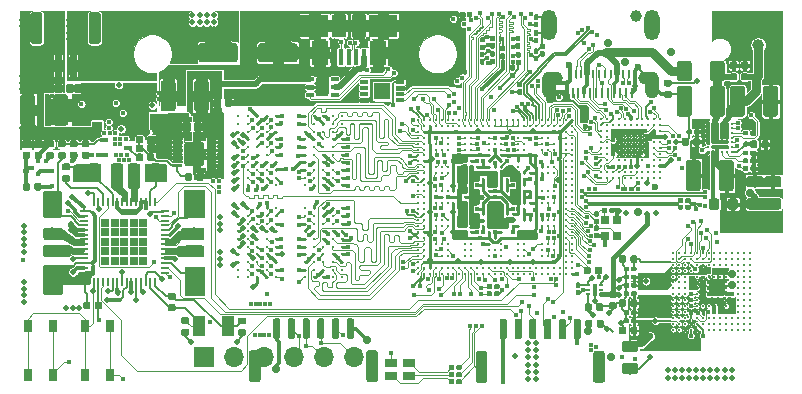
<source format=gtl>
G04 #@! TF.GenerationSoftware,KiCad,Pcbnew,(5.1.2-1)-1*
G04 #@! TF.CreationDate,2019-11-23T20:05:59-08:00*
G04 #@! TF.ProjectId,mxenc,6d78656e-632e-46b6-9963-61645f706362,rev?*
G04 #@! TF.SameCoordinates,Original*
G04 #@! TF.FileFunction,Copper,L1,Top*
G04 #@! TF.FilePolarity,Positive*
%FSLAX46Y46*%
G04 Gerber Fmt 4.6, Leading zero omitted, Abs format (unit mm)*
G04 Created by KiCad (PCBNEW (5.1.2-1)-1) date 2019-11-23 20:05:59*
%MOMM*%
%LPD*%
G04 APERTURE LIST*
%ADD10C,0.100000*%
%ADD11C,0.400000*%
%ADD12C,0.975000*%
%ADD13C,0.590000*%
%ADD14R,0.600000X0.450000*%
%ADD15C,0.250000*%
%ADD16R,0.800000X0.800000*%
%ADD17R,0.800000X0.200000*%
%ADD18R,0.200000X0.800000*%
%ADD19R,1.700000X1.700000*%
%ADD20O,1.700000X1.700000*%
%ADD21C,0.600000*%
%ADD22C,1.000000*%
%ADD23R,1.000000X0.800000*%
%ADD24R,1.000000X1.600000*%
%ADD25R,0.650000X0.350000*%
%ADD26R,1.360000X1.460000*%
%ADD27R,0.750000X0.300000*%
%ADD28C,0.320000*%
%ADD29C,1.250000*%
%ADD30C,0.875000*%
%ADD31C,0.240000*%
%ADD32R,0.700000X0.750000*%
%ADD33R,0.400000X1.080000*%
%ADD34R,0.350000X0.240000*%
%ADD35C,0.300000*%
%ADD36C,1.700000*%
%ADD37R,0.700000X0.450000*%
%ADD38C,1.600000*%
%ADD39O,1.650000X1.100000*%
%ADD40O,1.200000X2.300000*%
%ADD41R,0.270000X0.800000*%
%ADD42R,0.270000X0.900000*%
%ADD43O,1.300000X2.600000*%
%ADD44R,1.175000X1.900000*%
%ADD45R,2.375000X1.900000*%
%ADD46R,1.475000X2.100000*%
%ADD47R,0.450000X1.380000*%
%ADD48R,1.000000X1.800000*%
%ADD49R,0.650000X1.050000*%
%ADD50C,0.406400*%
%ADD51C,0.500000*%
%ADD52C,0.700000*%
%ADD53C,0.254000*%
%ADD54C,0.076200*%
%ADD55C,0.200000*%
%ADD56C,0.150000*%
%ADD57C,0.300000*%
%ADD58C,0.750000*%
%ADD59C,0.106680*%
%ADD60C,0.088900*%
%ADD61C,0.350000*%
%ADD62C,0.083820*%
%ADD63C,0.081280*%
%ADD64C,0.104140*%
%ADD65C,0.139700*%
%ADD66C,0.500000*%
%ADD67C,1.000000*%
%ADD68C,0.127000*%
%ADD69C,0.250000*%
%ADD70C,0.114300*%
%ADD71C,0.400000*%
%ADD72C,0.266700*%
%ADD73C,0.050000*%
%ADD74C,0.080000*%
%ADD75C,0.090000*%
G04 APERTURE END LIST*
D10*
G36*
X190209802Y-98200482D02*
G01*
X190219509Y-98201921D01*
X190229028Y-98204306D01*
X190238268Y-98207612D01*
X190247140Y-98211808D01*
X190255557Y-98216853D01*
X190263439Y-98222699D01*
X190270711Y-98229289D01*
X190277301Y-98236561D01*
X190283147Y-98244443D01*
X190288192Y-98252860D01*
X190292388Y-98261732D01*
X190295694Y-98270972D01*
X190298079Y-98280491D01*
X190299518Y-98290198D01*
X190300000Y-98300000D01*
X190300000Y-98560000D01*
X190299518Y-98569802D01*
X190298079Y-98579509D01*
X190295694Y-98589028D01*
X190292388Y-98598268D01*
X190288192Y-98607140D01*
X190283147Y-98615557D01*
X190277301Y-98623439D01*
X190270711Y-98630711D01*
X190263439Y-98637301D01*
X190255557Y-98643147D01*
X190247140Y-98648192D01*
X190238268Y-98652388D01*
X190229028Y-98655694D01*
X190219509Y-98658079D01*
X190209802Y-98659518D01*
X190200000Y-98660000D01*
X190000000Y-98660000D01*
X189990198Y-98659518D01*
X189980491Y-98658079D01*
X189970972Y-98655694D01*
X189961732Y-98652388D01*
X189952860Y-98648192D01*
X189944443Y-98643147D01*
X189936561Y-98637301D01*
X189929289Y-98630711D01*
X189922699Y-98623439D01*
X189916853Y-98615557D01*
X189911808Y-98607140D01*
X189907612Y-98598268D01*
X189904306Y-98589028D01*
X189901921Y-98579509D01*
X189900482Y-98569802D01*
X189900000Y-98560000D01*
X189900000Y-98300000D01*
X189900482Y-98290198D01*
X189901921Y-98280491D01*
X189904306Y-98270972D01*
X189907612Y-98261732D01*
X189911808Y-98252860D01*
X189916853Y-98244443D01*
X189922699Y-98236561D01*
X189929289Y-98229289D01*
X189936561Y-98222699D01*
X189944443Y-98216853D01*
X189952860Y-98211808D01*
X189961732Y-98207612D01*
X189970972Y-98204306D01*
X189980491Y-98201921D01*
X189990198Y-98200482D01*
X190000000Y-98200000D01*
X190200000Y-98200000D01*
X190209802Y-98200482D01*
X190209802Y-98200482D01*
G37*
D11*
X190100000Y-98430000D03*
D10*
G36*
X190209802Y-98840482D02*
G01*
X190219509Y-98841921D01*
X190229028Y-98844306D01*
X190238268Y-98847612D01*
X190247140Y-98851808D01*
X190255557Y-98856853D01*
X190263439Y-98862699D01*
X190270711Y-98869289D01*
X190277301Y-98876561D01*
X190283147Y-98884443D01*
X190288192Y-98892860D01*
X190292388Y-98901732D01*
X190295694Y-98910972D01*
X190298079Y-98920491D01*
X190299518Y-98930198D01*
X190300000Y-98940000D01*
X190300000Y-99200000D01*
X190299518Y-99209802D01*
X190298079Y-99219509D01*
X190295694Y-99229028D01*
X190292388Y-99238268D01*
X190288192Y-99247140D01*
X190283147Y-99255557D01*
X190277301Y-99263439D01*
X190270711Y-99270711D01*
X190263439Y-99277301D01*
X190255557Y-99283147D01*
X190247140Y-99288192D01*
X190238268Y-99292388D01*
X190229028Y-99295694D01*
X190219509Y-99298079D01*
X190209802Y-99299518D01*
X190200000Y-99300000D01*
X190000000Y-99300000D01*
X189990198Y-99299518D01*
X189980491Y-99298079D01*
X189970972Y-99295694D01*
X189961732Y-99292388D01*
X189952860Y-99288192D01*
X189944443Y-99283147D01*
X189936561Y-99277301D01*
X189929289Y-99270711D01*
X189922699Y-99263439D01*
X189916853Y-99255557D01*
X189911808Y-99247140D01*
X189907612Y-99238268D01*
X189904306Y-99229028D01*
X189901921Y-99219509D01*
X189900482Y-99209802D01*
X189900000Y-99200000D01*
X189900000Y-98940000D01*
X189900482Y-98930198D01*
X189901921Y-98920491D01*
X189904306Y-98910972D01*
X189907612Y-98901732D01*
X189911808Y-98892860D01*
X189916853Y-98884443D01*
X189922699Y-98876561D01*
X189929289Y-98869289D01*
X189936561Y-98862699D01*
X189944443Y-98856853D01*
X189952860Y-98851808D01*
X189961732Y-98847612D01*
X189970972Y-98844306D01*
X189980491Y-98841921D01*
X189990198Y-98840482D01*
X190000000Y-98840000D01*
X190200000Y-98840000D01*
X190209802Y-98840482D01*
X190209802Y-98840482D01*
G37*
D11*
X190100000Y-99070000D03*
D10*
G36*
X152130142Y-98001174D02*
G01*
X152153803Y-98004684D01*
X152177007Y-98010496D01*
X152199529Y-98018554D01*
X152221153Y-98028782D01*
X152241670Y-98041079D01*
X152260883Y-98055329D01*
X152278607Y-98071393D01*
X152294671Y-98089117D01*
X152308921Y-98108330D01*
X152321218Y-98128847D01*
X152331446Y-98150471D01*
X152339504Y-98172993D01*
X152345316Y-98196197D01*
X152348826Y-98219858D01*
X152350000Y-98243750D01*
X152350000Y-99156250D01*
X152348826Y-99180142D01*
X152345316Y-99203803D01*
X152339504Y-99227007D01*
X152331446Y-99249529D01*
X152321218Y-99271153D01*
X152308921Y-99291670D01*
X152294671Y-99310883D01*
X152278607Y-99328607D01*
X152260883Y-99344671D01*
X152241670Y-99358921D01*
X152221153Y-99371218D01*
X152199529Y-99381446D01*
X152177007Y-99389504D01*
X152153803Y-99395316D01*
X152130142Y-99398826D01*
X152106250Y-99400000D01*
X151618750Y-99400000D01*
X151594858Y-99398826D01*
X151571197Y-99395316D01*
X151547993Y-99389504D01*
X151525471Y-99381446D01*
X151503847Y-99371218D01*
X151483330Y-99358921D01*
X151464117Y-99344671D01*
X151446393Y-99328607D01*
X151430329Y-99310883D01*
X151416079Y-99291670D01*
X151403782Y-99271153D01*
X151393554Y-99249529D01*
X151385496Y-99227007D01*
X151379684Y-99203803D01*
X151376174Y-99180142D01*
X151375000Y-99156250D01*
X151375000Y-98243750D01*
X151376174Y-98219858D01*
X151379684Y-98196197D01*
X151385496Y-98172993D01*
X151393554Y-98150471D01*
X151403782Y-98128847D01*
X151416079Y-98108330D01*
X151430329Y-98089117D01*
X151446393Y-98071393D01*
X151464117Y-98055329D01*
X151483330Y-98041079D01*
X151503847Y-98028782D01*
X151525471Y-98018554D01*
X151547993Y-98010496D01*
X151571197Y-98004684D01*
X151594858Y-98001174D01*
X151618750Y-98000000D01*
X152106250Y-98000000D01*
X152130142Y-98001174D01*
X152130142Y-98001174D01*
G37*
D12*
X151862500Y-98700000D03*
D10*
G36*
X154005142Y-98001174D02*
G01*
X154028803Y-98004684D01*
X154052007Y-98010496D01*
X154074529Y-98018554D01*
X154096153Y-98028782D01*
X154116670Y-98041079D01*
X154135883Y-98055329D01*
X154153607Y-98071393D01*
X154169671Y-98089117D01*
X154183921Y-98108330D01*
X154196218Y-98128847D01*
X154206446Y-98150471D01*
X154214504Y-98172993D01*
X154220316Y-98196197D01*
X154223826Y-98219858D01*
X154225000Y-98243750D01*
X154225000Y-99156250D01*
X154223826Y-99180142D01*
X154220316Y-99203803D01*
X154214504Y-99227007D01*
X154206446Y-99249529D01*
X154196218Y-99271153D01*
X154183921Y-99291670D01*
X154169671Y-99310883D01*
X154153607Y-99328607D01*
X154135883Y-99344671D01*
X154116670Y-99358921D01*
X154096153Y-99371218D01*
X154074529Y-99381446D01*
X154052007Y-99389504D01*
X154028803Y-99395316D01*
X154005142Y-99398826D01*
X153981250Y-99400000D01*
X153493750Y-99400000D01*
X153469858Y-99398826D01*
X153446197Y-99395316D01*
X153422993Y-99389504D01*
X153400471Y-99381446D01*
X153378847Y-99371218D01*
X153358330Y-99358921D01*
X153339117Y-99344671D01*
X153321393Y-99328607D01*
X153305329Y-99310883D01*
X153291079Y-99291670D01*
X153278782Y-99271153D01*
X153268554Y-99249529D01*
X153260496Y-99227007D01*
X153254684Y-99203803D01*
X153251174Y-99180142D01*
X153250000Y-99156250D01*
X153250000Y-98243750D01*
X153251174Y-98219858D01*
X153254684Y-98196197D01*
X153260496Y-98172993D01*
X153268554Y-98150471D01*
X153278782Y-98128847D01*
X153291079Y-98108330D01*
X153305329Y-98089117D01*
X153321393Y-98071393D01*
X153339117Y-98055329D01*
X153358330Y-98041079D01*
X153378847Y-98028782D01*
X153400471Y-98018554D01*
X153422993Y-98010496D01*
X153446197Y-98004684D01*
X153469858Y-98001174D01*
X153493750Y-98000000D01*
X153981250Y-98000000D01*
X154005142Y-98001174D01*
X154005142Y-98001174D01*
G37*
D12*
X153737500Y-98700000D03*
D10*
G36*
X142986958Y-100220710D02*
G01*
X143001276Y-100222834D01*
X143015317Y-100226351D01*
X143028946Y-100231228D01*
X143042031Y-100237417D01*
X143054447Y-100244858D01*
X143066073Y-100253481D01*
X143076798Y-100263202D01*
X143086519Y-100273927D01*
X143095142Y-100285553D01*
X143102583Y-100297969D01*
X143108772Y-100311054D01*
X143113649Y-100324683D01*
X143117166Y-100338724D01*
X143119290Y-100353042D01*
X143120000Y-100367500D01*
X143120000Y-100662500D01*
X143119290Y-100676958D01*
X143117166Y-100691276D01*
X143113649Y-100705317D01*
X143108772Y-100718946D01*
X143102583Y-100732031D01*
X143095142Y-100744447D01*
X143086519Y-100756073D01*
X143076798Y-100766798D01*
X143066073Y-100776519D01*
X143054447Y-100785142D01*
X143042031Y-100792583D01*
X143028946Y-100798772D01*
X143015317Y-100803649D01*
X143001276Y-100807166D01*
X142986958Y-100809290D01*
X142972500Y-100810000D01*
X142627500Y-100810000D01*
X142613042Y-100809290D01*
X142598724Y-100807166D01*
X142584683Y-100803649D01*
X142571054Y-100798772D01*
X142557969Y-100792583D01*
X142545553Y-100785142D01*
X142533927Y-100776519D01*
X142523202Y-100766798D01*
X142513481Y-100756073D01*
X142504858Y-100744447D01*
X142497417Y-100732031D01*
X142491228Y-100718946D01*
X142486351Y-100705317D01*
X142482834Y-100691276D01*
X142480710Y-100676958D01*
X142480000Y-100662500D01*
X142480000Y-100367500D01*
X142480710Y-100353042D01*
X142482834Y-100338724D01*
X142486351Y-100324683D01*
X142491228Y-100311054D01*
X142497417Y-100297969D01*
X142504858Y-100285553D01*
X142513481Y-100273927D01*
X142523202Y-100263202D01*
X142533927Y-100253481D01*
X142545553Y-100244858D01*
X142557969Y-100237417D01*
X142571054Y-100231228D01*
X142584683Y-100226351D01*
X142598724Y-100222834D01*
X142613042Y-100220710D01*
X142627500Y-100220000D01*
X142972500Y-100220000D01*
X142986958Y-100220710D01*
X142986958Y-100220710D01*
G37*
D13*
X142800000Y-100515000D03*
D10*
G36*
X142986958Y-101190710D02*
G01*
X143001276Y-101192834D01*
X143015317Y-101196351D01*
X143028946Y-101201228D01*
X143042031Y-101207417D01*
X143054447Y-101214858D01*
X143066073Y-101223481D01*
X143076798Y-101233202D01*
X143086519Y-101243927D01*
X143095142Y-101255553D01*
X143102583Y-101267969D01*
X143108772Y-101281054D01*
X143113649Y-101294683D01*
X143117166Y-101308724D01*
X143119290Y-101323042D01*
X143120000Y-101337500D01*
X143120000Y-101632500D01*
X143119290Y-101646958D01*
X143117166Y-101661276D01*
X143113649Y-101675317D01*
X143108772Y-101688946D01*
X143102583Y-101702031D01*
X143095142Y-101714447D01*
X143086519Y-101726073D01*
X143076798Y-101736798D01*
X143066073Y-101746519D01*
X143054447Y-101755142D01*
X143042031Y-101762583D01*
X143028946Y-101768772D01*
X143015317Y-101773649D01*
X143001276Y-101777166D01*
X142986958Y-101779290D01*
X142972500Y-101780000D01*
X142627500Y-101780000D01*
X142613042Y-101779290D01*
X142598724Y-101777166D01*
X142584683Y-101773649D01*
X142571054Y-101768772D01*
X142557969Y-101762583D01*
X142545553Y-101755142D01*
X142533927Y-101746519D01*
X142523202Y-101736798D01*
X142513481Y-101726073D01*
X142504858Y-101714447D01*
X142497417Y-101702031D01*
X142491228Y-101688946D01*
X142486351Y-101675317D01*
X142482834Y-101661276D01*
X142480710Y-101646958D01*
X142480000Y-101632500D01*
X142480000Y-101337500D01*
X142480710Y-101323042D01*
X142482834Y-101308724D01*
X142486351Y-101294683D01*
X142491228Y-101281054D01*
X142497417Y-101267969D01*
X142504858Y-101255553D01*
X142513481Y-101243927D01*
X142523202Y-101233202D01*
X142533927Y-101223481D01*
X142545553Y-101214858D01*
X142557969Y-101207417D01*
X142571054Y-101201228D01*
X142584683Y-101196351D01*
X142598724Y-101192834D01*
X142613042Y-101190710D01*
X142627500Y-101190000D01*
X142972500Y-101190000D01*
X142986958Y-101190710D01*
X142986958Y-101190710D01*
G37*
D13*
X142800000Y-101485000D03*
D14*
X144900000Y-102800000D03*
X142800000Y-102800000D03*
D15*
X175950024Y-98500000D03*
X188950024Y-111496144D03*
X188950024Y-110996144D03*
X188950024Y-110496144D03*
X188950024Y-109996144D03*
X188950024Y-109496144D03*
X188950024Y-108996144D03*
X188950024Y-108496144D03*
X188950024Y-107996144D03*
X188950024Y-107496144D03*
X188950024Y-106996144D03*
X188950024Y-106496144D03*
X188950024Y-105996144D03*
X188950024Y-105496144D03*
X188950024Y-104996144D03*
X188950024Y-104496144D03*
X188950024Y-103996144D03*
X188950024Y-103496144D03*
X188950024Y-102996144D03*
X188950024Y-102496144D03*
X188950024Y-101996144D03*
X188950024Y-101496144D03*
X188950024Y-100996144D03*
X188950024Y-100496144D03*
X188950024Y-99996144D03*
X188950024Y-99496144D03*
X188950024Y-98996144D03*
X188950024Y-98496144D03*
X188450024Y-111496144D03*
X188450024Y-110996144D03*
X188450024Y-110496144D03*
X188450024Y-109996144D03*
X188450024Y-109496144D03*
X188450024Y-108996144D03*
X188450024Y-108496144D03*
X188450024Y-107996144D03*
X188450024Y-107496144D03*
X188450024Y-106996144D03*
X188450024Y-106496144D03*
X188450024Y-105996144D03*
X188450024Y-105496144D03*
X188450024Y-104996144D03*
X188450024Y-104496144D03*
X188450024Y-103996144D03*
X188450024Y-103496144D03*
X188450024Y-102996144D03*
X188450024Y-102496144D03*
X188450024Y-101996144D03*
X188450024Y-101496144D03*
X188450024Y-100996144D03*
X188450024Y-100496144D03*
X188450024Y-99996144D03*
X188450024Y-99496144D03*
X188450024Y-98996144D03*
X188450024Y-98496144D03*
X187950024Y-111496144D03*
X187950024Y-110996144D03*
X187950024Y-109496144D03*
X187950024Y-108996144D03*
X187950024Y-107496144D03*
X187950024Y-106996144D03*
X187950024Y-105496144D03*
X187950024Y-104996144D03*
X187950024Y-104496144D03*
X187950024Y-102996144D03*
X187950024Y-102496144D03*
X187950024Y-100996144D03*
X187950024Y-100496144D03*
X187950024Y-98996144D03*
X187950024Y-98496144D03*
X187450024Y-111496144D03*
X187450024Y-110996144D03*
X187450024Y-109496144D03*
X187450024Y-108996144D03*
X187450024Y-107496144D03*
X187450024Y-106996144D03*
X187450024Y-105496144D03*
X187450024Y-104496144D03*
X187450024Y-102996144D03*
X187450024Y-102496144D03*
X187450024Y-100996144D03*
X187450024Y-100496144D03*
X187450024Y-98996144D03*
X187450024Y-98496144D03*
X186950024Y-111496144D03*
X186950024Y-110996144D03*
X186950024Y-110496144D03*
X186950024Y-109996144D03*
X186950024Y-108996144D03*
X186950024Y-107496144D03*
X186950024Y-106996144D03*
X186950024Y-105496144D03*
X186950024Y-104996144D03*
X186950024Y-104496144D03*
X186950024Y-102996144D03*
X186950024Y-102496144D03*
X186950024Y-100996144D03*
X186950024Y-99996144D03*
X186950024Y-99496144D03*
X186950024Y-98996144D03*
X186950024Y-98496144D03*
X186450024Y-111496144D03*
X186450024Y-110996144D03*
X186450024Y-110496144D03*
X186450024Y-109996144D03*
X186450024Y-109496144D03*
X186450024Y-108996144D03*
X186450024Y-107496144D03*
X186450024Y-106996144D03*
X186450024Y-105496144D03*
X186450024Y-104496144D03*
X186450024Y-102996144D03*
X186450024Y-102496144D03*
X186450024Y-100996144D03*
X186450024Y-100496144D03*
X186450024Y-99996144D03*
X186450024Y-99496144D03*
X186450024Y-98996144D03*
X186450024Y-98496144D03*
X185950024Y-111496144D03*
X185950024Y-110996144D03*
X185950024Y-108496144D03*
X185950024Y-107496144D03*
X185950024Y-106996144D03*
X185950024Y-105496144D03*
X185950024Y-104996144D03*
X185950024Y-104496144D03*
X185950024Y-102996144D03*
X185950024Y-102496144D03*
X185950024Y-101496144D03*
X185950024Y-98996144D03*
X185950024Y-98496144D03*
X185450024Y-111496144D03*
X185450024Y-110996144D03*
X185450024Y-106996144D03*
X185450024Y-105496144D03*
X185450024Y-104496144D03*
X185450024Y-102996144D03*
X185450024Y-98996144D03*
X185450024Y-98496144D03*
X184950024Y-111496144D03*
X184950024Y-110996144D03*
X184950024Y-110496144D03*
X184950024Y-109996144D03*
X184950024Y-109496144D03*
X184950024Y-108996144D03*
X184950024Y-108496144D03*
X184950024Y-106996144D03*
X184950024Y-106496144D03*
X184950024Y-105996144D03*
X184950024Y-105496144D03*
X184950024Y-104996144D03*
X184950024Y-104496144D03*
X184950024Y-103996144D03*
X184950024Y-103496144D03*
X184950024Y-102996144D03*
X184950024Y-101496144D03*
X184950024Y-100996144D03*
X184950024Y-100496144D03*
X184950024Y-99996144D03*
X184950024Y-99496144D03*
X184950024Y-98996144D03*
X184950024Y-98496144D03*
X184450024Y-111496144D03*
X184450024Y-110996144D03*
X184450024Y-110496144D03*
X184450024Y-109996144D03*
X184450024Y-109496144D03*
X184450024Y-108996144D03*
X184450024Y-108496144D03*
X184450024Y-107996144D03*
X184450024Y-107496144D03*
X184450024Y-106496144D03*
X184450024Y-105496144D03*
X184450024Y-104496144D03*
X184450024Y-103496144D03*
X184450024Y-102496144D03*
X184450024Y-101996144D03*
X184450024Y-101496144D03*
X184450024Y-100996144D03*
X184450024Y-100496144D03*
X184450024Y-99996144D03*
X184450024Y-99496144D03*
X184450024Y-98996144D03*
X184450024Y-98496144D03*
X183950024Y-111496144D03*
X183950024Y-110996144D03*
X183950024Y-107496144D03*
X183950024Y-106496144D03*
X183950024Y-105496144D03*
X183950024Y-104496144D03*
X183950024Y-103496144D03*
X183950024Y-102496144D03*
X183950024Y-98996144D03*
X183950024Y-98496144D03*
X183450024Y-111496144D03*
X183450024Y-110996144D03*
X183450024Y-107496144D03*
X183450024Y-106996144D03*
X183450024Y-106496144D03*
X183450024Y-105996144D03*
X183450024Y-105496144D03*
X183450024Y-104996144D03*
X183450024Y-104496144D03*
X183450024Y-103996144D03*
X183450024Y-103496144D03*
X183450024Y-102996144D03*
X183450024Y-102496144D03*
X183450024Y-98996144D03*
X183450024Y-98496144D03*
X182950024Y-111496144D03*
X182950024Y-110996144D03*
X182950024Y-110496144D03*
X182950024Y-109996144D03*
X182950024Y-109496144D03*
X182950024Y-108996144D03*
X182950024Y-108496144D03*
X182950024Y-107996144D03*
X182950024Y-107496144D03*
X182950024Y-106996144D03*
X182950024Y-106496144D03*
X182950024Y-105996144D03*
X182950024Y-105496144D03*
X182950024Y-104996144D03*
X182950024Y-104496144D03*
X182950024Y-103996144D03*
X182950024Y-103496144D03*
X182950024Y-102996144D03*
X182950024Y-102496144D03*
X182950024Y-101996144D03*
X182950024Y-101496144D03*
X182950024Y-100996144D03*
X182950024Y-100496144D03*
X182950024Y-99996144D03*
X182950024Y-99496144D03*
X182950024Y-98996144D03*
X182950024Y-98496144D03*
X182450024Y-111496144D03*
X182450024Y-110996144D03*
X182450024Y-110496144D03*
X182450024Y-109496144D03*
X182450024Y-108496144D03*
X182450024Y-107496144D03*
X182450024Y-105996144D03*
X182450024Y-103996144D03*
X182450024Y-102496144D03*
X182450024Y-101496144D03*
X182450024Y-100496144D03*
X182450024Y-99496144D03*
X182450024Y-98996144D03*
X182450024Y-98496144D03*
X181950024Y-111496144D03*
X181950024Y-110996144D03*
X181950024Y-110496144D03*
X181950024Y-109996144D03*
X181950024Y-109496144D03*
X181950024Y-108996144D03*
X181950024Y-108496144D03*
X181950024Y-107996144D03*
X181950024Y-107496144D03*
X181950024Y-106996144D03*
X181950024Y-106496144D03*
X181950024Y-105996144D03*
X181950024Y-105496144D03*
X181950024Y-104996144D03*
X181950024Y-104496144D03*
X181950024Y-103996144D03*
X181950024Y-103496144D03*
X181950024Y-102996144D03*
X181950024Y-102496144D03*
X181950024Y-101996144D03*
X181950024Y-101496144D03*
X181950024Y-100996144D03*
X181950024Y-100496144D03*
X181950024Y-99996144D03*
X181950024Y-99496144D03*
X181950024Y-98996144D03*
X181950024Y-98496144D03*
X181450024Y-111496144D03*
X181450024Y-110996144D03*
X181450024Y-107496144D03*
X181450024Y-106996144D03*
X181450024Y-106496144D03*
X181450024Y-105996144D03*
X181450024Y-105496144D03*
X181450024Y-104996144D03*
X181450024Y-104496144D03*
X181450024Y-103996144D03*
X181450024Y-103496144D03*
X181450024Y-102996144D03*
X181450024Y-102496144D03*
X181450024Y-98996144D03*
X181450024Y-98496144D03*
X180950024Y-111496144D03*
X180950024Y-110996144D03*
X180950024Y-107496144D03*
X180950024Y-106496144D03*
X180950024Y-105496144D03*
X180950024Y-104496144D03*
X180950024Y-103496144D03*
X180950024Y-102496144D03*
X180950024Y-98996144D03*
X180950024Y-98496144D03*
X180450024Y-111496144D03*
X180450024Y-110996144D03*
X180450024Y-110496144D03*
X180450024Y-109996144D03*
X180450024Y-109496144D03*
X180450024Y-108996144D03*
X180450024Y-108496144D03*
X180450024Y-107996144D03*
X180450024Y-107496144D03*
X180450024Y-106496144D03*
X180450024Y-105496144D03*
X180450024Y-104496144D03*
X180450024Y-103496144D03*
X180450024Y-102496144D03*
X180450024Y-101996144D03*
X180450024Y-101496144D03*
X180450024Y-100996144D03*
X180450024Y-100496144D03*
X180450024Y-99996144D03*
X180450024Y-99496144D03*
X180450024Y-98996144D03*
X180450024Y-98496144D03*
X179950024Y-111496144D03*
X179950024Y-110996144D03*
X179950024Y-110496144D03*
X179950024Y-109996144D03*
X179950024Y-109496144D03*
X179950024Y-108996144D03*
X179950024Y-108496144D03*
X179950024Y-106996144D03*
X179950024Y-106496144D03*
X179950024Y-105996144D03*
X179950024Y-105496144D03*
X179950024Y-104996144D03*
X179950024Y-104496144D03*
X179950024Y-103996144D03*
X179950024Y-103496144D03*
X179950024Y-102996144D03*
X179950024Y-101496144D03*
X179950024Y-100996144D03*
X179950024Y-100496144D03*
X179950024Y-99996144D03*
X179950024Y-99496144D03*
X179950024Y-98996144D03*
X179950024Y-98496144D03*
X179450024Y-111496144D03*
X179450024Y-110996144D03*
X179450024Y-106996144D03*
X179450024Y-105496144D03*
X179450024Y-104496144D03*
X179450024Y-102996144D03*
X179450024Y-98996144D03*
X179450024Y-98496144D03*
X178950024Y-111496144D03*
X178950024Y-110996144D03*
X178950024Y-108496144D03*
X178950024Y-107496144D03*
X178950024Y-106996144D03*
X178950024Y-105496144D03*
X178950024Y-104996144D03*
X178950024Y-104496144D03*
X178950024Y-102996144D03*
X178950024Y-102496144D03*
X178950024Y-101496144D03*
X178950024Y-98996144D03*
X178950024Y-98496144D03*
X178450024Y-111496144D03*
X178450024Y-110996144D03*
X178450024Y-110496144D03*
X178450024Y-109996144D03*
X178450024Y-109496144D03*
X178450024Y-108996144D03*
X178450024Y-107496144D03*
X178450024Y-106996144D03*
X178450024Y-105496144D03*
X178450024Y-104496144D03*
X178450024Y-102996144D03*
X178450024Y-102496144D03*
X178450024Y-100996144D03*
X178450024Y-100496144D03*
X178450024Y-99996144D03*
X178450024Y-99496144D03*
X178450024Y-98996144D03*
X178450024Y-98496144D03*
X177950024Y-111496144D03*
X177950024Y-110996144D03*
X177950024Y-110496144D03*
X177950024Y-109996144D03*
X177950024Y-108996144D03*
X177950024Y-107496144D03*
X177950024Y-106996144D03*
X177950024Y-105496144D03*
X177950024Y-104996144D03*
X177950024Y-104496144D03*
X177950024Y-102996144D03*
X177950024Y-102496144D03*
X177950024Y-100996144D03*
X177950024Y-99996144D03*
X177950024Y-99496144D03*
X177950024Y-98996144D03*
X177950024Y-98496144D03*
X177450024Y-111496144D03*
X177450024Y-110996144D03*
X177450024Y-109496144D03*
X177450024Y-108996144D03*
X177450024Y-107496144D03*
X177450024Y-106996144D03*
X177450024Y-105496144D03*
X177450024Y-104496144D03*
X177450024Y-102996144D03*
X177450024Y-102496144D03*
X177450024Y-100996144D03*
X177450024Y-100496144D03*
X177450024Y-98996144D03*
X177450024Y-98496144D03*
X176950024Y-111496144D03*
X176950024Y-110996144D03*
X176950024Y-109496144D03*
X176950024Y-108996144D03*
X176950024Y-107496144D03*
X176950024Y-106996144D03*
X176950024Y-105496144D03*
X176950024Y-104996144D03*
X176950024Y-104496144D03*
X176950024Y-102996144D03*
X176950024Y-102496144D03*
X176950024Y-100996144D03*
X176950024Y-100496144D03*
X176950024Y-98996144D03*
X176950024Y-98496144D03*
X176450024Y-111496144D03*
X176450024Y-110996144D03*
X176450024Y-110496144D03*
X176450024Y-109996144D03*
X176450024Y-109496144D03*
X176450024Y-108996144D03*
X176450024Y-108496144D03*
X176450024Y-107996144D03*
X176450024Y-107496144D03*
X176450024Y-106996144D03*
X176450024Y-106496144D03*
X176450024Y-105996144D03*
X176450024Y-105496144D03*
X176450024Y-104996144D03*
X176450024Y-104496144D03*
X176450024Y-103996144D03*
X176450024Y-103496144D03*
X176450024Y-102996144D03*
X176450024Y-102496144D03*
X176450024Y-101996144D03*
X176450024Y-101496144D03*
X176450024Y-100996144D03*
X176450024Y-100496144D03*
X176450024Y-99996144D03*
X176450024Y-99496144D03*
X176450024Y-98996144D03*
X176450024Y-98496144D03*
X175950024Y-111496144D03*
X175950024Y-110996144D03*
X175950024Y-110496144D03*
X175950024Y-109996144D03*
X175950024Y-109496144D03*
X175950024Y-108996144D03*
X175950024Y-108496144D03*
X175950024Y-107996144D03*
X175950024Y-107496144D03*
X175950024Y-106996144D03*
X175950024Y-106496144D03*
X175950024Y-105996144D03*
X175950024Y-105496144D03*
X175950024Y-104996144D03*
X175950024Y-104496144D03*
X175950024Y-103996144D03*
X175950024Y-103496144D03*
X175950024Y-102996144D03*
X175950024Y-102496144D03*
X175950024Y-101996144D03*
X175950024Y-101496144D03*
X175950024Y-100996144D03*
X175950024Y-100496144D03*
X175950024Y-99996144D03*
X175950024Y-99496144D03*
X175950024Y-98996144D03*
D11*
X152690000Y-107212000D03*
X151890000Y-107212000D03*
X151090000Y-107212000D03*
X150290000Y-107212000D03*
X149490000Y-107212000D03*
X152690000Y-108012000D03*
X151890000Y-108012000D03*
X151090000Y-108012000D03*
X150290000Y-108012000D03*
X149490000Y-108012000D03*
X152690000Y-108812000D03*
X151890000Y-108812000D03*
X151090000Y-108812000D03*
X150290000Y-108812000D03*
X149490000Y-108812000D03*
X152690000Y-109612000D03*
X151890000Y-109612000D03*
X151090000Y-109612000D03*
X150290000Y-109612000D03*
X149490000Y-109612000D03*
X152690000Y-110412000D03*
X151890000Y-110412000D03*
X151090000Y-110412000D03*
X150290000Y-110412000D03*
X149490000Y-110412000D03*
D16*
X152690000Y-107212000D03*
X151890000Y-107212000D03*
X151090000Y-107212000D03*
X150290000Y-107212000D03*
X149490000Y-107212000D03*
X152690000Y-108012000D03*
X151890000Y-108012000D03*
X151090000Y-108012000D03*
X150290000Y-108012000D03*
X149490000Y-108012000D03*
X152690000Y-108812000D03*
X151890000Y-108812000D03*
X151090000Y-108812000D03*
X150290000Y-108812000D03*
X149490000Y-108812000D03*
X152690000Y-109612000D03*
X151890000Y-109612000D03*
X151090000Y-109612000D03*
X150290000Y-109612000D03*
X149490000Y-109612000D03*
X152690000Y-110412000D03*
X151890000Y-110412000D03*
X151090000Y-110412000D03*
X150290000Y-110412000D03*
X149490000Y-110412000D03*
D17*
X147690000Y-111412000D03*
X147690000Y-111012000D03*
X147690000Y-110612000D03*
X147690000Y-110212000D03*
X147690000Y-109812000D03*
X147690000Y-109412000D03*
X147690000Y-109012000D03*
X147690000Y-108612000D03*
X147690000Y-108212000D03*
X147690000Y-107812000D03*
X147690000Y-107412000D03*
X147690000Y-107012000D03*
X147690000Y-106612000D03*
X147690000Y-106212000D03*
D18*
X148490000Y-105412000D03*
X148890000Y-105412000D03*
X149290000Y-105412000D03*
X149690000Y-105412000D03*
X150090000Y-105412000D03*
X150490000Y-105412000D03*
X150890000Y-105412000D03*
X151290000Y-105412000D03*
X151690000Y-105412000D03*
X152090000Y-105412000D03*
X152490000Y-105412000D03*
X152890000Y-105412000D03*
X153290000Y-105412000D03*
X153690000Y-105412000D03*
D17*
X154490000Y-106212000D03*
X154490000Y-106612000D03*
X154490000Y-107012000D03*
X154490000Y-107412000D03*
X154490000Y-107812000D03*
X154490000Y-108212000D03*
X154490000Y-108612000D03*
X154490000Y-109012000D03*
X154490000Y-109412000D03*
X154490000Y-109812000D03*
X154490000Y-110212000D03*
X154490000Y-110612000D03*
X154490000Y-111012000D03*
X154490000Y-111412000D03*
D18*
X153690000Y-112212000D03*
X153290000Y-112212000D03*
X152890000Y-112212000D03*
X152490000Y-112212000D03*
X152090000Y-112212000D03*
X151690000Y-112212000D03*
X151290000Y-112212000D03*
X150890000Y-112212000D03*
X150490000Y-112212000D03*
X150090000Y-112212000D03*
X149690000Y-112212000D03*
X149290000Y-112212000D03*
X148890000Y-112212000D03*
X148490000Y-112212000D03*
D10*
G36*
X193519802Y-104140482D02*
G01*
X193529509Y-104141921D01*
X193539028Y-104144306D01*
X193548268Y-104147612D01*
X193557140Y-104151808D01*
X193565557Y-104156853D01*
X193573439Y-104162699D01*
X193580711Y-104169289D01*
X193587301Y-104176561D01*
X193593147Y-104184443D01*
X193598192Y-104192860D01*
X193602388Y-104201732D01*
X193605694Y-104210972D01*
X193608079Y-104220491D01*
X193609518Y-104230198D01*
X193610000Y-104240000D01*
X193610000Y-104440000D01*
X193609518Y-104449802D01*
X193608079Y-104459509D01*
X193605694Y-104469028D01*
X193602388Y-104478268D01*
X193598192Y-104487140D01*
X193593147Y-104495557D01*
X193587301Y-104503439D01*
X193580711Y-104510711D01*
X193573439Y-104517301D01*
X193565557Y-104523147D01*
X193557140Y-104528192D01*
X193548268Y-104532388D01*
X193539028Y-104535694D01*
X193529509Y-104538079D01*
X193519802Y-104539518D01*
X193510000Y-104540000D01*
X193250000Y-104540000D01*
X193240198Y-104539518D01*
X193230491Y-104538079D01*
X193220972Y-104535694D01*
X193211732Y-104532388D01*
X193202860Y-104528192D01*
X193194443Y-104523147D01*
X193186561Y-104517301D01*
X193179289Y-104510711D01*
X193172699Y-104503439D01*
X193166853Y-104495557D01*
X193161808Y-104487140D01*
X193157612Y-104478268D01*
X193154306Y-104469028D01*
X193151921Y-104459509D01*
X193150482Y-104449802D01*
X193150000Y-104440000D01*
X193150000Y-104240000D01*
X193150482Y-104230198D01*
X193151921Y-104220491D01*
X193154306Y-104210972D01*
X193157612Y-104201732D01*
X193161808Y-104192860D01*
X193166853Y-104184443D01*
X193172699Y-104176561D01*
X193179289Y-104169289D01*
X193186561Y-104162699D01*
X193194443Y-104156853D01*
X193202860Y-104151808D01*
X193211732Y-104147612D01*
X193220972Y-104144306D01*
X193230491Y-104141921D01*
X193240198Y-104140482D01*
X193250000Y-104140000D01*
X193510000Y-104140000D01*
X193519802Y-104140482D01*
X193519802Y-104140482D01*
G37*
D11*
X193380000Y-104340000D03*
D10*
G36*
X194159802Y-104140482D02*
G01*
X194169509Y-104141921D01*
X194179028Y-104144306D01*
X194188268Y-104147612D01*
X194197140Y-104151808D01*
X194205557Y-104156853D01*
X194213439Y-104162699D01*
X194220711Y-104169289D01*
X194227301Y-104176561D01*
X194233147Y-104184443D01*
X194238192Y-104192860D01*
X194242388Y-104201732D01*
X194245694Y-104210972D01*
X194248079Y-104220491D01*
X194249518Y-104230198D01*
X194250000Y-104240000D01*
X194250000Y-104440000D01*
X194249518Y-104449802D01*
X194248079Y-104459509D01*
X194245694Y-104469028D01*
X194242388Y-104478268D01*
X194238192Y-104487140D01*
X194233147Y-104495557D01*
X194227301Y-104503439D01*
X194220711Y-104510711D01*
X194213439Y-104517301D01*
X194205557Y-104523147D01*
X194197140Y-104528192D01*
X194188268Y-104532388D01*
X194179028Y-104535694D01*
X194169509Y-104538079D01*
X194159802Y-104539518D01*
X194150000Y-104540000D01*
X193890000Y-104540000D01*
X193880198Y-104539518D01*
X193870491Y-104538079D01*
X193860972Y-104535694D01*
X193851732Y-104532388D01*
X193842860Y-104528192D01*
X193834443Y-104523147D01*
X193826561Y-104517301D01*
X193819289Y-104510711D01*
X193812699Y-104503439D01*
X193806853Y-104495557D01*
X193801808Y-104487140D01*
X193797612Y-104478268D01*
X193794306Y-104469028D01*
X193791921Y-104459509D01*
X193790482Y-104449802D01*
X193790000Y-104440000D01*
X193790000Y-104240000D01*
X193790482Y-104230198D01*
X193791921Y-104220491D01*
X193794306Y-104210972D01*
X193797612Y-104201732D01*
X193801808Y-104192860D01*
X193806853Y-104184443D01*
X193812699Y-104176561D01*
X193819289Y-104169289D01*
X193826561Y-104162699D01*
X193834443Y-104156853D01*
X193842860Y-104151808D01*
X193851732Y-104147612D01*
X193860972Y-104144306D01*
X193870491Y-104141921D01*
X193880198Y-104140482D01*
X193890000Y-104140000D01*
X194150000Y-104140000D01*
X194159802Y-104140482D01*
X194159802Y-104140482D01*
G37*
D11*
X194020000Y-104340000D03*
D10*
G36*
X204459802Y-102400482D02*
G01*
X204469509Y-102401921D01*
X204479028Y-102404306D01*
X204488268Y-102407612D01*
X204497140Y-102411808D01*
X204505557Y-102416853D01*
X204513439Y-102422699D01*
X204520711Y-102429289D01*
X204527301Y-102436561D01*
X204533147Y-102444443D01*
X204538192Y-102452860D01*
X204542388Y-102461732D01*
X204545694Y-102470972D01*
X204548079Y-102480491D01*
X204549518Y-102490198D01*
X204550000Y-102500000D01*
X204550000Y-102700000D01*
X204549518Y-102709802D01*
X204548079Y-102719509D01*
X204545694Y-102729028D01*
X204542388Y-102738268D01*
X204538192Y-102747140D01*
X204533147Y-102755557D01*
X204527301Y-102763439D01*
X204520711Y-102770711D01*
X204513439Y-102777301D01*
X204505557Y-102783147D01*
X204497140Y-102788192D01*
X204488268Y-102792388D01*
X204479028Y-102795694D01*
X204469509Y-102798079D01*
X204459802Y-102799518D01*
X204450000Y-102800000D01*
X204190000Y-102800000D01*
X204180198Y-102799518D01*
X204170491Y-102798079D01*
X204160972Y-102795694D01*
X204151732Y-102792388D01*
X204142860Y-102788192D01*
X204134443Y-102783147D01*
X204126561Y-102777301D01*
X204119289Y-102770711D01*
X204112699Y-102763439D01*
X204106853Y-102755557D01*
X204101808Y-102747140D01*
X204097612Y-102738268D01*
X204094306Y-102729028D01*
X204091921Y-102719509D01*
X204090482Y-102709802D01*
X204090000Y-102700000D01*
X204090000Y-102500000D01*
X204090482Y-102490198D01*
X204091921Y-102480491D01*
X204094306Y-102470972D01*
X204097612Y-102461732D01*
X204101808Y-102452860D01*
X204106853Y-102444443D01*
X204112699Y-102436561D01*
X204119289Y-102429289D01*
X204126561Y-102422699D01*
X204134443Y-102416853D01*
X204142860Y-102411808D01*
X204151732Y-102407612D01*
X204160972Y-102404306D01*
X204170491Y-102401921D01*
X204180198Y-102400482D01*
X204190000Y-102400000D01*
X204450000Y-102400000D01*
X204459802Y-102400482D01*
X204459802Y-102400482D01*
G37*
D11*
X204320000Y-102600000D03*
D10*
G36*
X203819802Y-102400482D02*
G01*
X203829509Y-102401921D01*
X203839028Y-102404306D01*
X203848268Y-102407612D01*
X203857140Y-102411808D01*
X203865557Y-102416853D01*
X203873439Y-102422699D01*
X203880711Y-102429289D01*
X203887301Y-102436561D01*
X203893147Y-102444443D01*
X203898192Y-102452860D01*
X203902388Y-102461732D01*
X203905694Y-102470972D01*
X203908079Y-102480491D01*
X203909518Y-102490198D01*
X203910000Y-102500000D01*
X203910000Y-102700000D01*
X203909518Y-102709802D01*
X203908079Y-102719509D01*
X203905694Y-102729028D01*
X203902388Y-102738268D01*
X203898192Y-102747140D01*
X203893147Y-102755557D01*
X203887301Y-102763439D01*
X203880711Y-102770711D01*
X203873439Y-102777301D01*
X203865557Y-102783147D01*
X203857140Y-102788192D01*
X203848268Y-102792388D01*
X203839028Y-102795694D01*
X203829509Y-102798079D01*
X203819802Y-102799518D01*
X203810000Y-102800000D01*
X203550000Y-102800000D01*
X203540198Y-102799518D01*
X203530491Y-102798079D01*
X203520972Y-102795694D01*
X203511732Y-102792388D01*
X203502860Y-102788192D01*
X203494443Y-102783147D01*
X203486561Y-102777301D01*
X203479289Y-102770711D01*
X203472699Y-102763439D01*
X203466853Y-102755557D01*
X203461808Y-102747140D01*
X203457612Y-102738268D01*
X203454306Y-102729028D01*
X203451921Y-102719509D01*
X203450482Y-102709802D01*
X203450000Y-102700000D01*
X203450000Y-102500000D01*
X203450482Y-102490198D01*
X203451921Y-102480491D01*
X203454306Y-102470972D01*
X203457612Y-102461732D01*
X203461808Y-102452860D01*
X203466853Y-102444443D01*
X203472699Y-102436561D01*
X203479289Y-102429289D01*
X203486561Y-102422699D01*
X203494443Y-102416853D01*
X203502860Y-102411808D01*
X203511732Y-102407612D01*
X203520972Y-102404306D01*
X203530491Y-102401921D01*
X203540198Y-102400482D01*
X203550000Y-102400000D01*
X203810000Y-102400000D01*
X203819802Y-102400482D01*
X203819802Y-102400482D01*
G37*
D11*
X203680000Y-102600000D03*
D19*
X157850000Y-118600000D03*
D20*
X160390000Y-118600000D03*
X162930000Y-118600000D03*
X165470000Y-118600000D03*
X168010000Y-118600000D03*
X170550000Y-118600000D03*
D10*
G36*
X164139703Y-115300722D02*
G01*
X164154264Y-115302882D01*
X164168543Y-115306459D01*
X164182403Y-115311418D01*
X164195710Y-115317712D01*
X164208336Y-115325280D01*
X164220159Y-115334048D01*
X164231066Y-115343934D01*
X164240952Y-115354841D01*
X164249720Y-115366664D01*
X164257288Y-115379290D01*
X164263582Y-115392597D01*
X164268541Y-115406457D01*
X164272118Y-115420736D01*
X164274278Y-115435297D01*
X164275000Y-115450000D01*
X164275000Y-116850000D01*
X164274278Y-116864703D01*
X164272118Y-116879264D01*
X164268541Y-116893543D01*
X164263582Y-116907403D01*
X164257288Y-116920710D01*
X164249720Y-116933336D01*
X164240952Y-116945159D01*
X164231066Y-116956066D01*
X164220159Y-116965952D01*
X164208336Y-116974720D01*
X164195710Y-116982288D01*
X164182403Y-116988582D01*
X164168543Y-116993541D01*
X164154264Y-116997118D01*
X164139703Y-116999278D01*
X164125000Y-117000000D01*
X163825000Y-117000000D01*
X163810297Y-116999278D01*
X163795736Y-116997118D01*
X163781457Y-116993541D01*
X163767597Y-116988582D01*
X163754290Y-116982288D01*
X163741664Y-116974720D01*
X163729841Y-116965952D01*
X163718934Y-116956066D01*
X163709048Y-116945159D01*
X163700280Y-116933336D01*
X163692712Y-116920710D01*
X163686418Y-116907403D01*
X163681459Y-116893543D01*
X163677882Y-116879264D01*
X163675722Y-116864703D01*
X163675000Y-116850000D01*
X163675000Y-115450000D01*
X163675722Y-115435297D01*
X163677882Y-115420736D01*
X163681459Y-115406457D01*
X163686418Y-115392597D01*
X163692712Y-115379290D01*
X163700280Y-115366664D01*
X163709048Y-115354841D01*
X163718934Y-115343934D01*
X163729841Y-115334048D01*
X163741664Y-115325280D01*
X163754290Y-115317712D01*
X163767597Y-115311418D01*
X163781457Y-115306459D01*
X163795736Y-115302882D01*
X163810297Y-115300722D01*
X163825000Y-115300000D01*
X164125000Y-115300000D01*
X164139703Y-115300722D01*
X164139703Y-115300722D01*
G37*
D21*
X163975000Y-116150000D03*
D10*
G36*
X165389703Y-115300722D02*
G01*
X165404264Y-115302882D01*
X165418543Y-115306459D01*
X165432403Y-115311418D01*
X165445710Y-115317712D01*
X165458336Y-115325280D01*
X165470159Y-115334048D01*
X165481066Y-115343934D01*
X165490952Y-115354841D01*
X165499720Y-115366664D01*
X165507288Y-115379290D01*
X165513582Y-115392597D01*
X165518541Y-115406457D01*
X165522118Y-115420736D01*
X165524278Y-115435297D01*
X165525000Y-115450000D01*
X165525000Y-116850000D01*
X165524278Y-116864703D01*
X165522118Y-116879264D01*
X165518541Y-116893543D01*
X165513582Y-116907403D01*
X165507288Y-116920710D01*
X165499720Y-116933336D01*
X165490952Y-116945159D01*
X165481066Y-116956066D01*
X165470159Y-116965952D01*
X165458336Y-116974720D01*
X165445710Y-116982288D01*
X165432403Y-116988582D01*
X165418543Y-116993541D01*
X165404264Y-116997118D01*
X165389703Y-116999278D01*
X165375000Y-117000000D01*
X165075000Y-117000000D01*
X165060297Y-116999278D01*
X165045736Y-116997118D01*
X165031457Y-116993541D01*
X165017597Y-116988582D01*
X165004290Y-116982288D01*
X164991664Y-116974720D01*
X164979841Y-116965952D01*
X164968934Y-116956066D01*
X164959048Y-116945159D01*
X164950280Y-116933336D01*
X164942712Y-116920710D01*
X164936418Y-116907403D01*
X164931459Y-116893543D01*
X164927882Y-116879264D01*
X164925722Y-116864703D01*
X164925000Y-116850000D01*
X164925000Y-115450000D01*
X164925722Y-115435297D01*
X164927882Y-115420736D01*
X164931459Y-115406457D01*
X164936418Y-115392597D01*
X164942712Y-115379290D01*
X164950280Y-115366664D01*
X164959048Y-115354841D01*
X164968934Y-115343934D01*
X164979841Y-115334048D01*
X164991664Y-115325280D01*
X165004290Y-115317712D01*
X165017597Y-115311418D01*
X165031457Y-115306459D01*
X165045736Y-115302882D01*
X165060297Y-115300722D01*
X165075000Y-115300000D01*
X165375000Y-115300000D01*
X165389703Y-115300722D01*
X165389703Y-115300722D01*
G37*
D21*
X165225000Y-116150000D03*
D10*
G36*
X166639703Y-115300722D02*
G01*
X166654264Y-115302882D01*
X166668543Y-115306459D01*
X166682403Y-115311418D01*
X166695710Y-115317712D01*
X166708336Y-115325280D01*
X166720159Y-115334048D01*
X166731066Y-115343934D01*
X166740952Y-115354841D01*
X166749720Y-115366664D01*
X166757288Y-115379290D01*
X166763582Y-115392597D01*
X166768541Y-115406457D01*
X166772118Y-115420736D01*
X166774278Y-115435297D01*
X166775000Y-115450000D01*
X166775000Y-116850000D01*
X166774278Y-116864703D01*
X166772118Y-116879264D01*
X166768541Y-116893543D01*
X166763582Y-116907403D01*
X166757288Y-116920710D01*
X166749720Y-116933336D01*
X166740952Y-116945159D01*
X166731066Y-116956066D01*
X166720159Y-116965952D01*
X166708336Y-116974720D01*
X166695710Y-116982288D01*
X166682403Y-116988582D01*
X166668543Y-116993541D01*
X166654264Y-116997118D01*
X166639703Y-116999278D01*
X166625000Y-117000000D01*
X166325000Y-117000000D01*
X166310297Y-116999278D01*
X166295736Y-116997118D01*
X166281457Y-116993541D01*
X166267597Y-116988582D01*
X166254290Y-116982288D01*
X166241664Y-116974720D01*
X166229841Y-116965952D01*
X166218934Y-116956066D01*
X166209048Y-116945159D01*
X166200280Y-116933336D01*
X166192712Y-116920710D01*
X166186418Y-116907403D01*
X166181459Y-116893543D01*
X166177882Y-116879264D01*
X166175722Y-116864703D01*
X166175000Y-116850000D01*
X166175000Y-115450000D01*
X166175722Y-115435297D01*
X166177882Y-115420736D01*
X166181459Y-115406457D01*
X166186418Y-115392597D01*
X166192712Y-115379290D01*
X166200280Y-115366664D01*
X166209048Y-115354841D01*
X166218934Y-115343934D01*
X166229841Y-115334048D01*
X166241664Y-115325280D01*
X166254290Y-115317712D01*
X166267597Y-115311418D01*
X166281457Y-115306459D01*
X166295736Y-115302882D01*
X166310297Y-115300722D01*
X166325000Y-115300000D01*
X166625000Y-115300000D01*
X166639703Y-115300722D01*
X166639703Y-115300722D01*
G37*
D21*
X166475000Y-116150000D03*
D10*
G36*
X167889703Y-115300722D02*
G01*
X167904264Y-115302882D01*
X167918543Y-115306459D01*
X167932403Y-115311418D01*
X167945710Y-115317712D01*
X167958336Y-115325280D01*
X167970159Y-115334048D01*
X167981066Y-115343934D01*
X167990952Y-115354841D01*
X167999720Y-115366664D01*
X168007288Y-115379290D01*
X168013582Y-115392597D01*
X168018541Y-115406457D01*
X168022118Y-115420736D01*
X168024278Y-115435297D01*
X168025000Y-115450000D01*
X168025000Y-116850000D01*
X168024278Y-116864703D01*
X168022118Y-116879264D01*
X168018541Y-116893543D01*
X168013582Y-116907403D01*
X168007288Y-116920710D01*
X167999720Y-116933336D01*
X167990952Y-116945159D01*
X167981066Y-116956066D01*
X167970159Y-116965952D01*
X167958336Y-116974720D01*
X167945710Y-116982288D01*
X167932403Y-116988582D01*
X167918543Y-116993541D01*
X167904264Y-116997118D01*
X167889703Y-116999278D01*
X167875000Y-117000000D01*
X167575000Y-117000000D01*
X167560297Y-116999278D01*
X167545736Y-116997118D01*
X167531457Y-116993541D01*
X167517597Y-116988582D01*
X167504290Y-116982288D01*
X167491664Y-116974720D01*
X167479841Y-116965952D01*
X167468934Y-116956066D01*
X167459048Y-116945159D01*
X167450280Y-116933336D01*
X167442712Y-116920710D01*
X167436418Y-116907403D01*
X167431459Y-116893543D01*
X167427882Y-116879264D01*
X167425722Y-116864703D01*
X167425000Y-116850000D01*
X167425000Y-115450000D01*
X167425722Y-115435297D01*
X167427882Y-115420736D01*
X167431459Y-115406457D01*
X167436418Y-115392597D01*
X167442712Y-115379290D01*
X167450280Y-115366664D01*
X167459048Y-115354841D01*
X167468934Y-115343934D01*
X167479841Y-115334048D01*
X167491664Y-115325280D01*
X167504290Y-115317712D01*
X167517597Y-115311418D01*
X167531457Y-115306459D01*
X167545736Y-115302882D01*
X167560297Y-115300722D01*
X167575000Y-115300000D01*
X167875000Y-115300000D01*
X167889703Y-115300722D01*
X167889703Y-115300722D01*
G37*
D21*
X167725000Y-116150000D03*
D10*
G36*
X169139703Y-115300722D02*
G01*
X169154264Y-115302882D01*
X169168543Y-115306459D01*
X169182403Y-115311418D01*
X169195710Y-115317712D01*
X169208336Y-115325280D01*
X169220159Y-115334048D01*
X169231066Y-115343934D01*
X169240952Y-115354841D01*
X169249720Y-115366664D01*
X169257288Y-115379290D01*
X169263582Y-115392597D01*
X169268541Y-115406457D01*
X169272118Y-115420736D01*
X169274278Y-115435297D01*
X169275000Y-115450000D01*
X169275000Y-116850000D01*
X169274278Y-116864703D01*
X169272118Y-116879264D01*
X169268541Y-116893543D01*
X169263582Y-116907403D01*
X169257288Y-116920710D01*
X169249720Y-116933336D01*
X169240952Y-116945159D01*
X169231066Y-116956066D01*
X169220159Y-116965952D01*
X169208336Y-116974720D01*
X169195710Y-116982288D01*
X169182403Y-116988582D01*
X169168543Y-116993541D01*
X169154264Y-116997118D01*
X169139703Y-116999278D01*
X169125000Y-117000000D01*
X168825000Y-117000000D01*
X168810297Y-116999278D01*
X168795736Y-116997118D01*
X168781457Y-116993541D01*
X168767597Y-116988582D01*
X168754290Y-116982288D01*
X168741664Y-116974720D01*
X168729841Y-116965952D01*
X168718934Y-116956066D01*
X168709048Y-116945159D01*
X168700280Y-116933336D01*
X168692712Y-116920710D01*
X168686418Y-116907403D01*
X168681459Y-116893543D01*
X168677882Y-116879264D01*
X168675722Y-116864703D01*
X168675000Y-116850000D01*
X168675000Y-115450000D01*
X168675722Y-115435297D01*
X168677882Y-115420736D01*
X168681459Y-115406457D01*
X168686418Y-115392597D01*
X168692712Y-115379290D01*
X168700280Y-115366664D01*
X168709048Y-115354841D01*
X168718934Y-115343934D01*
X168729841Y-115334048D01*
X168741664Y-115325280D01*
X168754290Y-115317712D01*
X168767597Y-115311418D01*
X168781457Y-115306459D01*
X168795736Y-115302882D01*
X168810297Y-115300722D01*
X168825000Y-115300000D01*
X169125000Y-115300000D01*
X169139703Y-115300722D01*
X169139703Y-115300722D01*
G37*
D21*
X168975000Y-116150000D03*
D10*
G36*
X170389703Y-115300722D02*
G01*
X170404264Y-115302882D01*
X170418543Y-115306459D01*
X170432403Y-115311418D01*
X170445710Y-115317712D01*
X170458336Y-115325280D01*
X170470159Y-115334048D01*
X170481066Y-115343934D01*
X170490952Y-115354841D01*
X170499720Y-115366664D01*
X170507288Y-115379290D01*
X170513582Y-115392597D01*
X170518541Y-115406457D01*
X170522118Y-115420736D01*
X170524278Y-115435297D01*
X170525000Y-115450000D01*
X170525000Y-116850000D01*
X170524278Y-116864703D01*
X170522118Y-116879264D01*
X170518541Y-116893543D01*
X170513582Y-116907403D01*
X170507288Y-116920710D01*
X170499720Y-116933336D01*
X170490952Y-116945159D01*
X170481066Y-116956066D01*
X170470159Y-116965952D01*
X170458336Y-116974720D01*
X170445710Y-116982288D01*
X170432403Y-116988582D01*
X170418543Y-116993541D01*
X170404264Y-116997118D01*
X170389703Y-116999278D01*
X170375000Y-117000000D01*
X170075000Y-117000000D01*
X170060297Y-116999278D01*
X170045736Y-116997118D01*
X170031457Y-116993541D01*
X170017597Y-116988582D01*
X170004290Y-116982288D01*
X169991664Y-116974720D01*
X169979841Y-116965952D01*
X169968934Y-116956066D01*
X169959048Y-116945159D01*
X169950280Y-116933336D01*
X169942712Y-116920710D01*
X169936418Y-116907403D01*
X169931459Y-116893543D01*
X169927882Y-116879264D01*
X169925722Y-116864703D01*
X169925000Y-116850000D01*
X169925000Y-115450000D01*
X169925722Y-115435297D01*
X169927882Y-115420736D01*
X169931459Y-115406457D01*
X169936418Y-115392597D01*
X169942712Y-115379290D01*
X169950280Y-115366664D01*
X169959048Y-115354841D01*
X169968934Y-115343934D01*
X169979841Y-115334048D01*
X169991664Y-115325280D01*
X170004290Y-115317712D01*
X170017597Y-115311418D01*
X170031457Y-115306459D01*
X170045736Y-115302882D01*
X170060297Y-115300722D01*
X170075000Y-115300000D01*
X170375000Y-115300000D01*
X170389703Y-115300722D01*
X170389703Y-115300722D01*
G37*
D21*
X170225000Y-116150000D03*
D10*
G36*
X162399504Y-118001204D02*
G01*
X162423773Y-118004804D01*
X162447571Y-118010765D01*
X162470671Y-118019030D01*
X162492849Y-118029520D01*
X162513893Y-118042133D01*
X162533598Y-118056747D01*
X162551777Y-118073223D01*
X162568253Y-118091402D01*
X162582867Y-118111107D01*
X162595480Y-118132151D01*
X162605970Y-118154329D01*
X162614235Y-118177429D01*
X162620196Y-118201227D01*
X162623796Y-118225496D01*
X162625000Y-118250000D01*
X162625000Y-120450000D01*
X162623796Y-120474504D01*
X162620196Y-120498773D01*
X162614235Y-120522571D01*
X162605970Y-120545671D01*
X162595480Y-120567849D01*
X162582867Y-120588893D01*
X162568253Y-120608598D01*
X162551777Y-120626777D01*
X162533598Y-120643253D01*
X162513893Y-120657867D01*
X162492849Y-120670480D01*
X162470671Y-120680970D01*
X162447571Y-120689235D01*
X162423773Y-120695196D01*
X162399504Y-120698796D01*
X162375000Y-120700000D01*
X161875000Y-120700000D01*
X161850496Y-120698796D01*
X161826227Y-120695196D01*
X161802429Y-120689235D01*
X161779329Y-120680970D01*
X161757151Y-120670480D01*
X161736107Y-120657867D01*
X161716402Y-120643253D01*
X161698223Y-120626777D01*
X161681747Y-120608598D01*
X161667133Y-120588893D01*
X161654520Y-120567849D01*
X161644030Y-120545671D01*
X161635765Y-120522571D01*
X161629804Y-120498773D01*
X161626204Y-120474504D01*
X161625000Y-120450000D01*
X161625000Y-118250000D01*
X161626204Y-118225496D01*
X161629804Y-118201227D01*
X161635765Y-118177429D01*
X161644030Y-118154329D01*
X161654520Y-118132151D01*
X161667133Y-118111107D01*
X161681747Y-118091402D01*
X161698223Y-118073223D01*
X161716402Y-118056747D01*
X161736107Y-118042133D01*
X161757151Y-118029520D01*
X161779329Y-118019030D01*
X161802429Y-118010765D01*
X161826227Y-118004804D01*
X161850496Y-118001204D01*
X161875000Y-118000000D01*
X162375000Y-118000000D01*
X162399504Y-118001204D01*
X162399504Y-118001204D01*
G37*
D22*
X162125000Y-119350000D03*
D10*
G36*
X172349504Y-118001204D02*
G01*
X172373773Y-118004804D01*
X172397571Y-118010765D01*
X172420671Y-118019030D01*
X172442849Y-118029520D01*
X172463893Y-118042133D01*
X172483598Y-118056747D01*
X172501777Y-118073223D01*
X172518253Y-118091402D01*
X172532867Y-118111107D01*
X172545480Y-118132151D01*
X172555970Y-118154329D01*
X172564235Y-118177429D01*
X172570196Y-118201227D01*
X172573796Y-118225496D01*
X172575000Y-118250000D01*
X172575000Y-120450000D01*
X172573796Y-120474504D01*
X172570196Y-120498773D01*
X172564235Y-120522571D01*
X172555970Y-120545671D01*
X172545480Y-120567849D01*
X172532867Y-120588893D01*
X172518253Y-120608598D01*
X172501777Y-120626777D01*
X172483598Y-120643253D01*
X172463893Y-120657867D01*
X172442849Y-120670480D01*
X172420671Y-120680970D01*
X172397571Y-120689235D01*
X172373773Y-120695196D01*
X172349504Y-120698796D01*
X172325000Y-120700000D01*
X171825000Y-120700000D01*
X171800496Y-120698796D01*
X171776227Y-120695196D01*
X171752429Y-120689235D01*
X171729329Y-120680970D01*
X171707151Y-120670480D01*
X171686107Y-120657867D01*
X171666402Y-120643253D01*
X171648223Y-120626777D01*
X171631747Y-120608598D01*
X171617133Y-120588893D01*
X171604520Y-120567849D01*
X171594030Y-120545671D01*
X171585765Y-120522571D01*
X171579804Y-120498773D01*
X171576204Y-120474504D01*
X171575000Y-120450000D01*
X171575000Y-118250000D01*
X171576204Y-118225496D01*
X171579804Y-118201227D01*
X171585765Y-118177429D01*
X171594030Y-118154329D01*
X171604520Y-118132151D01*
X171617133Y-118111107D01*
X171631747Y-118091402D01*
X171648223Y-118073223D01*
X171666402Y-118056747D01*
X171686107Y-118042133D01*
X171707151Y-118029520D01*
X171729329Y-118019030D01*
X171752429Y-118010765D01*
X171776227Y-118004804D01*
X171800496Y-118001204D01*
X171825000Y-118000000D01*
X172325000Y-118000000D01*
X172349504Y-118001204D01*
X172349504Y-118001204D01*
G37*
D22*
X172075000Y-119350000D03*
D10*
G36*
X179559802Y-120450482D02*
G01*
X179569509Y-120451921D01*
X179579028Y-120454306D01*
X179588268Y-120457612D01*
X179597140Y-120461808D01*
X179605557Y-120466853D01*
X179613439Y-120472699D01*
X179620711Y-120479289D01*
X179627301Y-120486561D01*
X179633147Y-120494443D01*
X179638192Y-120502860D01*
X179642388Y-120511732D01*
X179645694Y-120520972D01*
X179648079Y-120530491D01*
X179649518Y-120540198D01*
X179650000Y-120550000D01*
X179650000Y-120750000D01*
X179649518Y-120759802D01*
X179648079Y-120769509D01*
X179645694Y-120779028D01*
X179642388Y-120788268D01*
X179638192Y-120797140D01*
X179633147Y-120805557D01*
X179627301Y-120813439D01*
X179620711Y-120820711D01*
X179613439Y-120827301D01*
X179605557Y-120833147D01*
X179597140Y-120838192D01*
X179588268Y-120842388D01*
X179579028Y-120845694D01*
X179569509Y-120848079D01*
X179559802Y-120849518D01*
X179550000Y-120850000D01*
X179290000Y-120850000D01*
X179280198Y-120849518D01*
X179270491Y-120848079D01*
X179260972Y-120845694D01*
X179251732Y-120842388D01*
X179242860Y-120838192D01*
X179234443Y-120833147D01*
X179226561Y-120827301D01*
X179219289Y-120820711D01*
X179212699Y-120813439D01*
X179206853Y-120805557D01*
X179201808Y-120797140D01*
X179197612Y-120788268D01*
X179194306Y-120779028D01*
X179191921Y-120769509D01*
X179190482Y-120759802D01*
X179190000Y-120750000D01*
X179190000Y-120550000D01*
X179190482Y-120540198D01*
X179191921Y-120530491D01*
X179194306Y-120520972D01*
X179197612Y-120511732D01*
X179201808Y-120502860D01*
X179206853Y-120494443D01*
X179212699Y-120486561D01*
X179219289Y-120479289D01*
X179226561Y-120472699D01*
X179234443Y-120466853D01*
X179242860Y-120461808D01*
X179251732Y-120457612D01*
X179260972Y-120454306D01*
X179270491Y-120451921D01*
X179280198Y-120450482D01*
X179290000Y-120450000D01*
X179550000Y-120450000D01*
X179559802Y-120450482D01*
X179559802Y-120450482D01*
G37*
D11*
X179420000Y-120650000D03*
D10*
G36*
X178919802Y-120450482D02*
G01*
X178929509Y-120451921D01*
X178939028Y-120454306D01*
X178948268Y-120457612D01*
X178957140Y-120461808D01*
X178965557Y-120466853D01*
X178973439Y-120472699D01*
X178980711Y-120479289D01*
X178987301Y-120486561D01*
X178993147Y-120494443D01*
X178998192Y-120502860D01*
X179002388Y-120511732D01*
X179005694Y-120520972D01*
X179008079Y-120530491D01*
X179009518Y-120540198D01*
X179010000Y-120550000D01*
X179010000Y-120750000D01*
X179009518Y-120759802D01*
X179008079Y-120769509D01*
X179005694Y-120779028D01*
X179002388Y-120788268D01*
X178998192Y-120797140D01*
X178993147Y-120805557D01*
X178987301Y-120813439D01*
X178980711Y-120820711D01*
X178973439Y-120827301D01*
X178965557Y-120833147D01*
X178957140Y-120838192D01*
X178948268Y-120842388D01*
X178939028Y-120845694D01*
X178929509Y-120848079D01*
X178919802Y-120849518D01*
X178910000Y-120850000D01*
X178650000Y-120850000D01*
X178640198Y-120849518D01*
X178630491Y-120848079D01*
X178620972Y-120845694D01*
X178611732Y-120842388D01*
X178602860Y-120838192D01*
X178594443Y-120833147D01*
X178586561Y-120827301D01*
X178579289Y-120820711D01*
X178572699Y-120813439D01*
X178566853Y-120805557D01*
X178561808Y-120797140D01*
X178557612Y-120788268D01*
X178554306Y-120779028D01*
X178551921Y-120769509D01*
X178550482Y-120759802D01*
X178550000Y-120750000D01*
X178550000Y-120550000D01*
X178550482Y-120540198D01*
X178551921Y-120530491D01*
X178554306Y-120520972D01*
X178557612Y-120511732D01*
X178561808Y-120502860D01*
X178566853Y-120494443D01*
X178572699Y-120486561D01*
X178579289Y-120479289D01*
X178586561Y-120472699D01*
X178594443Y-120466853D01*
X178602860Y-120461808D01*
X178611732Y-120457612D01*
X178620972Y-120454306D01*
X178630491Y-120451921D01*
X178640198Y-120450482D01*
X178650000Y-120450000D01*
X178910000Y-120450000D01*
X178919802Y-120450482D01*
X178919802Y-120450482D01*
G37*
D11*
X178780000Y-120650000D03*
D10*
G36*
X179559802Y-119850482D02*
G01*
X179569509Y-119851921D01*
X179579028Y-119854306D01*
X179588268Y-119857612D01*
X179597140Y-119861808D01*
X179605557Y-119866853D01*
X179613439Y-119872699D01*
X179620711Y-119879289D01*
X179627301Y-119886561D01*
X179633147Y-119894443D01*
X179638192Y-119902860D01*
X179642388Y-119911732D01*
X179645694Y-119920972D01*
X179648079Y-119930491D01*
X179649518Y-119940198D01*
X179650000Y-119950000D01*
X179650000Y-120150000D01*
X179649518Y-120159802D01*
X179648079Y-120169509D01*
X179645694Y-120179028D01*
X179642388Y-120188268D01*
X179638192Y-120197140D01*
X179633147Y-120205557D01*
X179627301Y-120213439D01*
X179620711Y-120220711D01*
X179613439Y-120227301D01*
X179605557Y-120233147D01*
X179597140Y-120238192D01*
X179588268Y-120242388D01*
X179579028Y-120245694D01*
X179569509Y-120248079D01*
X179559802Y-120249518D01*
X179550000Y-120250000D01*
X179290000Y-120250000D01*
X179280198Y-120249518D01*
X179270491Y-120248079D01*
X179260972Y-120245694D01*
X179251732Y-120242388D01*
X179242860Y-120238192D01*
X179234443Y-120233147D01*
X179226561Y-120227301D01*
X179219289Y-120220711D01*
X179212699Y-120213439D01*
X179206853Y-120205557D01*
X179201808Y-120197140D01*
X179197612Y-120188268D01*
X179194306Y-120179028D01*
X179191921Y-120169509D01*
X179190482Y-120159802D01*
X179190000Y-120150000D01*
X179190000Y-119950000D01*
X179190482Y-119940198D01*
X179191921Y-119930491D01*
X179194306Y-119920972D01*
X179197612Y-119911732D01*
X179201808Y-119902860D01*
X179206853Y-119894443D01*
X179212699Y-119886561D01*
X179219289Y-119879289D01*
X179226561Y-119872699D01*
X179234443Y-119866853D01*
X179242860Y-119861808D01*
X179251732Y-119857612D01*
X179260972Y-119854306D01*
X179270491Y-119851921D01*
X179280198Y-119850482D01*
X179290000Y-119850000D01*
X179550000Y-119850000D01*
X179559802Y-119850482D01*
X179559802Y-119850482D01*
G37*
D11*
X179420000Y-120050000D03*
D10*
G36*
X178919802Y-119850482D02*
G01*
X178929509Y-119851921D01*
X178939028Y-119854306D01*
X178948268Y-119857612D01*
X178957140Y-119861808D01*
X178965557Y-119866853D01*
X178973439Y-119872699D01*
X178980711Y-119879289D01*
X178987301Y-119886561D01*
X178993147Y-119894443D01*
X178998192Y-119902860D01*
X179002388Y-119911732D01*
X179005694Y-119920972D01*
X179008079Y-119930491D01*
X179009518Y-119940198D01*
X179010000Y-119950000D01*
X179010000Y-120150000D01*
X179009518Y-120159802D01*
X179008079Y-120169509D01*
X179005694Y-120179028D01*
X179002388Y-120188268D01*
X178998192Y-120197140D01*
X178993147Y-120205557D01*
X178987301Y-120213439D01*
X178980711Y-120220711D01*
X178973439Y-120227301D01*
X178965557Y-120233147D01*
X178957140Y-120238192D01*
X178948268Y-120242388D01*
X178939028Y-120245694D01*
X178929509Y-120248079D01*
X178919802Y-120249518D01*
X178910000Y-120250000D01*
X178650000Y-120250000D01*
X178640198Y-120249518D01*
X178630491Y-120248079D01*
X178620972Y-120245694D01*
X178611732Y-120242388D01*
X178602860Y-120238192D01*
X178594443Y-120233147D01*
X178586561Y-120227301D01*
X178579289Y-120220711D01*
X178572699Y-120213439D01*
X178566853Y-120205557D01*
X178561808Y-120197140D01*
X178557612Y-120188268D01*
X178554306Y-120179028D01*
X178551921Y-120169509D01*
X178550482Y-120159802D01*
X178550000Y-120150000D01*
X178550000Y-119950000D01*
X178550482Y-119940198D01*
X178551921Y-119930491D01*
X178554306Y-119920972D01*
X178557612Y-119911732D01*
X178561808Y-119902860D01*
X178566853Y-119894443D01*
X178572699Y-119886561D01*
X178579289Y-119879289D01*
X178586561Y-119872699D01*
X178594443Y-119866853D01*
X178602860Y-119861808D01*
X178611732Y-119857612D01*
X178620972Y-119854306D01*
X178630491Y-119851921D01*
X178640198Y-119850482D01*
X178650000Y-119850000D01*
X178910000Y-119850000D01*
X178919802Y-119850482D01*
X178919802Y-119850482D01*
G37*
D11*
X178780000Y-120050000D03*
D10*
G36*
X178919802Y-119250482D02*
G01*
X178929509Y-119251921D01*
X178939028Y-119254306D01*
X178948268Y-119257612D01*
X178957140Y-119261808D01*
X178965557Y-119266853D01*
X178973439Y-119272699D01*
X178980711Y-119279289D01*
X178987301Y-119286561D01*
X178993147Y-119294443D01*
X178998192Y-119302860D01*
X179002388Y-119311732D01*
X179005694Y-119320972D01*
X179008079Y-119330491D01*
X179009518Y-119340198D01*
X179010000Y-119350000D01*
X179010000Y-119550000D01*
X179009518Y-119559802D01*
X179008079Y-119569509D01*
X179005694Y-119579028D01*
X179002388Y-119588268D01*
X178998192Y-119597140D01*
X178993147Y-119605557D01*
X178987301Y-119613439D01*
X178980711Y-119620711D01*
X178973439Y-119627301D01*
X178965557Y-119633147D01*
X178957140Y-119638192D01*
X178948268Y-119642388D01*
X178939028Y-119645694D01*
X178929509Y-119648079D01*
X178919802Y-119649518D01*
X178910000Y-119650000D01*
X178650000Y-119650000D01*
X178640198Y-119649518D01*
X178630491Y-119648079D01*
X178620972Y-119645694D01*
X178611732Y-119642388D01*
X178602860Y-119638192D01*
X178594443Y-119633147D01*
X178586561Y-119627301D01*
X178579289Y-119620711D01*
X178572699Y-119613439D01*
X178566853Y-119605557D01*
X178561808Y-119597140D01*
X178557612Y-119588268D01*
X178554306Y-119579028D01*
X178551921Y-119569509D01*
X178550482Y-119559802D01*
X178550000Y-119550000D01*
X178550000Y-119350000D01*
X178550482Y-119340198D01*
X178551921Y-119330491D01*
X178554306Y-119320972D01*
X178557612Y-119311732D01*
X178561808Y-119302860D01*
X178566853Y-119294443D01*
X178572699Y-119286561D01*
X178579289Y-119279289D01*
X178586561Y-119272699D01*
X178594443Y-119266853D01*
X178602860Y-119261808D01*
X178611732Y-119257612D01*
X178620972Y-119254306D01*
X178630491Y-119251921D01*
X178640198Y-119250482D01*
X178650000Y-119250000D01*
X178910000Y-119250000D01*
X178919802Y-119250482D01*
X178919802Y-119250482D01*
G37*
D11*
X178780000Y-119450000D03*
D10*
G36*
X179559802Y-119250482D02*
G01*
X179569509Y-119251921D01*
X179579028Y-119254306D01*
X179588268Y-119257612D01*
X179597140Y-119261808D01*
X179605557Y-119266853D01*
X179613439Y-119272699D01*
X179620711Y-119279289D01*
X179627301Y-119286561D01*
X179633147Y-119294443D01*
X179638192Y-119302860D01*
X179642388Y-119311732D01*
X179645694Y-119320972D01*
X179648079Y-119330491D01*
X179649518Y-119340198D01*
X179650000Y-119350000D01*
X179650000Y-119550000D01*
X179649518Y-119559802D01*
X179648079Y-119569509D01*
X179645694Y-119579028D01*
X179642388Y-119588268D01*
X179638192Y-119597140D01*
X179633147Y-119605557D01*
X179627301Y-119613439D01*
X179620711Y-119620711D01*
X179613439Y-119627301D01*
X179605557Y-119633147D01*
X179597140Y-119638192D01*
X179588268Y-119642388D01*
X179579028Y-119645694D01*
X179569509Y-119648079D01*
X179559802Y-119649518D01*
X179550000Y-119650000D01*
X179290000Y-119650000D01*
X179280198Y-119649518D01*
X179270491Y-119648079D01*
X179260972Y-119645694D01*
X179251732Y-119642388D01*
X179242860Y-119638192D01*
X179234443Y-119633147D01*
X179226561Y-119627301D01*
X179219289Y-119620711D01*
X179212699Y-119613439D01*
X179206853Y-119605557D01*
X179201808Y-119597140D01*
X179197612Y-119588268D01*
X179194306Y-119579028D01*
X179191921Y-119569509D01*
X179190482Y-119559802D01*
X179190000Y-119550000D01*
X179190000Y-119350000D01*
X179190482Y-119340198D01*
X179191921Y-119330491D01*
X179194306Y-119320972D01*
X179197612Y-119311732D01*
X179201808Y-119302860D01*
X179206853Y-119294443D01*
X179212699Y-119286561D01*
X179219289Y-119279289D01*
X179226561Y-119272699D01*
X179234443Y-119266853D01*
X179242860Y-119261808D01*
X179251732Y-119257612D01*
X179260972Y-119254306D01*
X179270491Y-119251921D01*
X179280198Y-119250482D01*
X179290000Y-119250000D01*
X179550000Y-119250000D01*
X179559802Y-119250482D01*
X179559802Y-119250482D01*
G37*
D11*
X179420000Y-119450000D03*
D23*
X173700000Y-120150000D03*
X175200000Y-120150000D03*
X175200000Y-119050000D03*
X173700000Y-119050000D03*
D10*
G36*
X182119802Y-113000482D02*
G01*
X182129509Y-113001921D01*
X182139028Y-113004306D01*
X182148268Y-113007612D01*
X182157140Y-113011808D01*
X182165557Y-113016853D01*
X182173439Y-113022699D01*
X182180711Y-113029289D01*
X182187301Y-113036561D01*
X182193147Y-113044443D01*
X182198192Y-113052860D01*
X182202388Y-113061732D01*
X182205694Y-113070972D01*
X182208079Y-113080491D01*
X182209518Y-113090198D01*
X182210000Y-113100000D01*
X182210000Y-113300000D01*
X182209518Y-113309802D01*
X182208079Y-113319509D01*
X182205694Y-113329028D01*
X182202388Y-113338268D01*
X182198192Y-113347140D01*
X182193147Y-113355557D01*
X182187301Y-113363439D01*
X182180711Y-113370711D01*
X182173439Y-113377301D01*
X182165557Y-113383147D01*
X182157140Y-113388192D01*
X182148268Y-113392388D01*
X182139028Y-113395694D01*
X182129509Y-113398079D01*
X182119802Y-113399518D01*
X182110000Y-113400000D01*
X181850000Y-113400000D01*
X181840198Y-113399518D01*
X181830491Y-113398079D01*
X181820972Y-113395694D01*
X181811732Y-113392388D01*
X181802860Y-113388192D01*
X181794443Y-113383147D01*
X181786561Y-113377301D01*
X181779289Y-113370711D01*
X181772699Y-113363439D01*
X181766853Y-113355557D01*
X181761808Y-113347140D01*
X181757612Y-113338268D01*
X181754306Y-113329028D01*
X181751921Y-113319509D01*
X181750482Y-113309802D01*
X181750000Y-113300000D01*
X181750000Y-113100000D01*
X181750482Y-113090198D01*
X181751921Y-113080491D01*
X181754306Y-113070972D01*
X181757612Y-113061732D01*
X181761808Y-113052860D01*
X181766853Y-113044443D01*
X181772699Y-113036561D01*
X181779289Y-113029289D01*
X181786561Y-113022699D01*
X181794443Y-113016853D01*
X181802860Y-113011808D01*
X181811732Y-113007612D01*
X181820972Y-113004306D01*
X181830491Y-113001921D01*
X181840198Y-113000482D01*
X181850000Y-113000000D01*
X182110000Y-113000000D01*
X182119802Y-113000482D01*
X182119802Y-113000482D01*
G37*
D11*
X181980000Y-113200000D03*
D10*
G36*
X182759802Y-113000482D02*
G01*
X182769509Y-113001921D01*
X182779028Y-113004306D01*
X182788268Y-113007612D01*
X182797140Y-113011808D01*
X182805557Y-113016853D01*
X182813439Y-113022699D01*
X182820711Y-113029289D01*
X182827301Y-113036561D01*
X182833147Y-113044443D01*
X182838192Y-113052860D01*
X182842388Y-113061732D01*
X182845694Y-113070972D01*
X182848079Y-113080491D01*
X182849518Y-113090198D01*
X182850000Y-113100000D01*
X182850000Y-113300000D01*
X182849518Y-113309802D01*
X182848079Y-113319509D01*
X182845694Y-113329028D01*
X182842388Y-113338268D01*
X182838192Y-113347140D01*
X182833147Y-113355557D01*
X182827301Y-113363439D01*
X182820711Y-113370711D01*
X182813439Y-113377301D01*
X182805557Y-113383147D01*
X182797140Y-113388192D01*
X182788268Y-113392388D01*
X182779028Y-113395694D01*
X182769509Y-113398079D01*
X182759802Y-113399518D01*
X182750000Y-113400000D01*
X182490000Y-113400000D01*
X182480198Y-113399518D01*
X182470491Y-113398079D01*
X182460972Y-113395694D01*
X182451732Y-113392388D01*
X182442860Y-113388192D01*
X182434443Y-113383147D01*
X182426561Y-113377301D01*
X182419289Y-113370711D01*
X182412699Y-113363439D01*
X182406853Y-113355557D01*
X182401808Y-113347140D01*
X182397612Y-113338268D01*
X182394306Y-113329028D01*
X182391921Y-113319509D01*
X182390482Y-113309802D01*
X182390000Y-113300000D01*
X182390000Y-113100000D01*
X182390482Y-113090198D01*
X182391921Y-113080491D01*
X182394306Y-113070972D01*
X182397612Y-113061732D01*
X182401808Y-113052860D01*
X182406853Y-113044443D01*
X182412699Y-113036561D01*
X182419289Y-113029289D01*
X182426561Y-113022699D01*
X182434443Y-113016853D01*
X182442860Y-113011808D01*
X182451732Y-113007612D01*
X182460972Y-113004306D01*
X182470491Y-113001921D01*
X182480198Y-113000482D01*
X182490000Y-113000000D01*
X182750000Y-113000000D01*
X182759802Y-113000482D01*
X182759802Y-113000482D01*
G37*
D11*
X182620000Y-113200000D03*
D10*
G36*
X182119802Y-112400482D02*
G01*
X182129509Y-112401921D01*
X182139028Y-112404306D01*
X182148268Y-112407612D01*
X182157140Y-112411808D01*
X182165557Y-112416853D01*
X182173439Y-112422699D01*
X182180711Y-112429289D01*
X182187301Y-112436561D01*
X182193147Y-112444443D01*
X182198192Y-112452860D01*
X182202388Y-112461732D01*
X182205694Y-112470972D01*
X182208079Y-112480491D01*
X182209518Y-112490198D01*
X182210000Y-112500000D01*
X182210000Y-112700000D01*
X182209518Y-112709802D01*
X182208079Y-112719509D01*
X182205694Y-112729028D01*
X182202388Y-112738268D01*
X182198192Y-112747140D01*
X182193147Y-112755557D01*
X182187301Y-112763439D01*
X182180711Y-112770711D01*
X182173439Y-112777301D01*
X182165557Y-112783147D01*
X182157140Y-112788192D01*
X182148268Y-112792388D01*
X182139028Y-112795694D01*
X182129509Y-112798079D01*
X182119802Y-112799518D01*
X182110000Y-112800000D01*
X181850000Y-112800000D01*
X181840198Y-112799518D01*
X181830491Y-112798079D01*
X181820972Y-112795694D01*
X181811732Y-112792388D01*
X181802860Y-112788192D01*
X181794443Y-112783147D01*
X181786561Y-112777301D01*
X181779289Y-112770711D01*
X181772699Y-112763439D01*
X181766853Y-112755557D01*
X181761808Y-112747140D01*
X181757612Y-112738268D01*
X181754306Y-112729028D01*
X181751921Y-112719509D01*
X181750482Y-112709802D01*
X181750000Y-112700000D01*
X181750000Y-112500000D01*
X181750482Y-112490198D01*
X181751921Y-112480491D01*
X181754306Y-112470972D01*
X181757612Y-112461732D01*
X181761808Y-112452860D01*
X181766853Y-112444443D01*
X181772699Y-112436561D01*
X181779289Y-112429289D01*
X181786561Y-112422699D01*
X181794443Y-112416853D01*
X181802860Y-112411808D01*
X181811732Y-112407612D01*
X181820972Y-112404306D01*
X181830491Y-112401921D01*
X181840198Y-112400482D01*
X181850000Y-112400000D01*
X182110000Y-112400000D01*
X182119802Y-112400482D01*
X182119802Y-112400482D01*
G37*
D11*
X181980000Y-112600000D03*
D10*
G36*
X182759802Y-112400482D02*
G01*
X182769509Y-112401921D01*
X182779028Y-112404306D01*
X182788268Y-112407612D01*
X182797140Y-112411808D01*
X182805557Y-112416853D01*
X182813439Y-112422699D01*
X182820711Y-112429289D01*
X182827301Y-112436561D01*
X182833147Y-112444443D01*
X182838192Y-112452860D01*
X182842388Y-112461732D01*
X182845694Y-112470972D01*
X182848079Y-112480491D01*
X182849518Y-112490198D01*
X182850000Y-112500000D01*
X182850000Y-112700000D01*
X182849518Y-112709802D01*
X182848079Y-112719509D01*
X182845694Y-112729028D01*
X182842388Y-112738268D01*
X182838192Y-112747140D01*
X182833147Y-112755557D01*
X182827301Y-112763439D01*
X182820711Y-112770711D01*
X182813439Y-112777301D01*
X182805557Y-112783147D01*
X182797140Y-112788192D01*
X182788268Y-112792388D01*
X182779028Y-112795694D01*
X182769509Y-112798079D01*
X182759802Y-112799518D01*
X182750000Y-112800000D01*
X182490000Y-112800000D01*
X182480198Y-112799518D01*
X182470491Y-112798079D01*
X182460972Y-112795694D01*
X182451732Y-112792388D01*
X182442860Y-112788192D01*
X182434443Y-112783147D01*
X182426561Y-112777301D01*
X182419289Y-112770711D01*
X182412699Y-112763439D01*
X182406853Y-112755557D01*
X182401808Y-112747140D01*
X182397612Y-112738268D01*
X182394306Y-112729028D01*
X182391921Y-112719509D01*
X182390482Y-112709802D01*
X182390000Y-112700000D01*
X182390000Y-112500000D01*
X182390482Y-112490198D01*
X182391921Y-112480491D01*
X182394306Y-112470972D01*
X182397612Y-112461732D01*
X182401808Y-112452860D01*
X182406853Y-112444443D01*
X182412699Y-112436561D01*
X182419289Y-112429289D01*
X182426561Y-112422699D01*
X182434443Y-112416853D01*
X182442860Y-112411808D01*
X182451732Y-112407612D01*
X182460972Y-112404306D01*
X182470491Y-112401921D01*
X182480198Y-112400482D01*
X182490000Y-112400000D01*
X182750000Y-112400000D01*
X182759802Y-112400482D01*
X182759802Y-112400482D01*
G37*
D11*
X182620000Y-112600000D03*
D10*
G36*
X182366335Y-92679958D02*
G01*
X182376042Y-92681397D01*
X182385561Y-92683782D01*
X182394801Y-92687088D01*
X182403673Y-92691284D01*
X182412090Y-92696329D01*
X182419972Y-92702175D01*
X182427244Y-92708765D01*
X182433834Y-92716037D01*
X182439680Y-92723919D01*
X182444725Y-92732336D01*
X182448921Y-92741208D01*
X182452227Y-92750448D01*
X182454612Y-92759967D01*
X182456051Y-92769674D01*
X182456533Y-92779476D01*
X182456533Y-93039476D01*
X182456051Y-93049278D01*
X182454612Y-93058985D01*
X182452227Y-93068504D01*
X182448921Y-93077744D01*
X182444725Y-93086616D01*
X182439680Y-93095033D01*
X182433834Y-93102915D01*
X182427244Y-93110187D01*
X182419972Y-93116777D01*
X182412090Y-93122623D01*
X182403673Y-93127668D01*
X182394801Y-93131864D01*
X182385561Y-93135170D01*
X182376042Y-93137555D01*
X182366335Y-93138994D01*
X182356533Y-93139476D01*
X182156533Y-93139476D01*
X182146731Y-93138994D01*
X182137024Y-93137555D01*
X182127505Y-93135170D01*
X182118265Y-93131864D01*
X182109393Y-93127668D01*
X182100976Y-93122623D01*
X182093094Y-93116777D01*
X182085822Y-93110187D01*
X182079232Y-93102915D01*
X182073386Y-93095033D01*
X182068341Y-93086616D01*
X182064145Y-93077744D01*
X182060839Y-93068504D01*
X182058454Y-93058985D01*
X182057015Y-93049278D01*
X182056533Y-93039476D01*
X182056533Y-92779476D01*
X182057015Y-92769674D01*
X182058454Y-92759967D01*
X182060839Y-92750448D01*
X182064145Y-92741208D01*
X182068341Y-92732336D01*
X182073386Y-92723919D01*
X182079232Y-92716037D01*
X182085822Y-92708765D01*
X182093094Y-92702175D01*
X182100976Y-92696329D01*
X182109393Y-92691284D01*
X182118265Y-92687088D01*
X182127505Y-92683782D01*
X182137024Y-92681397D01*
X182146731Y-92679958D01*
X182156533Y-92679476D01*
X182356533Y-92679476D01*
X182366335Y-92679958D01*
X182366335Y-92679958D01*
G37*
D11*
X182256533Y-92909476D03*
D10*
G36*
X182366335Y-93319958D02*
G01*
X182376042Y-93321397D01*
X182385561Y-93323782D01*
X182394801Y-93327088D01*
X182403673Y-93331284D01*
X182412090Y-93336329D01*
X182419972Y-93342175D01*
X182427244Y-93348765D01*
X182433834Y-93356037D01*
X182439680Y-93363919D01*
X182444725Y-93372336D01*
X182448921Y-93381208D01*
X182452227Y-93390448D01*
X182454612Y-93399967D01*
X182456051Y-93409674D01*
X182456533Y-93419476D01*
X182456533Y-93679476D01*
X182456051Y-93689278D01*
X182454612Y-93698985D01*
X182452227Y-93708504D01*
X182448921Y-93717744D01*
X182444725Y-93726616D01*
X182439680Y-93735033D01*
X182433834Y-93742915D01*
X182427244Y-93750187D01*
X182419972Y-93756777D01*
X182412090Y-93762623D01*
X182403673Y-93767668D01*
X182394801Y-93771864D01*
X182385561Y-93775170D01*
X182376042Y-93777555D01*
X182366335Y-93778994D01*
X182356533Y-93779476D01*
X182156533Y-93779476D01*
X182146731Y-93778994D01*
X182137024Y-93777555D01*
X182127505Y-93775170D01*
X182118265Y-93771864D01*
X182109393Y-93767668D01*
X182100976Y-93762623D01*
X182093094Y-93756777D01*
X182085822Y-93750187D01*
X182079232Y-93742915D01*
X182073386Y-93735033D01*
X182068341Y-93726616D01*
X182064145Y-93717744D01*
X182060839Y-93708504D01*
X182058454Y-93698985D01*
X182057015Y-93689278D01*
X182056533Y-93679476D01*
X182056533Y-93419476D01*
X182057015Y-93409674D01*
X182058454Y-93399967D01*
X182060839Y-93390448D01*
X182064145Y-93381208D01*
X182068341Y-93372336D01*
X182073386Y-93363919D01*
X182079232Y-93356037D01*
X182085822Y-93348765D01*
X182093094Y-93342175D01*
X182100976Y-93336329D01*
X182109393Y-93331284D01*
X182118265Y-93327088D01*
X182127505Y-93323782D01*
X182137024Y-93321397D01*
X182146731Y-93319958D01*
X182156533Y-93319476D01*
X182356533Y-93319476D01*
X182366335Y-93319958D01*
X182366335Y-93319958D01*
G37*
D11*
X182256533Y-93549476D03*
D10*
G36*
X186589802Y-92020482D02*
G01*
X186599509Y-92021921D01*
X186609028Y-92024306D01*
X186618268Y-92027612D01*
X186627140Y-92031808D01*
X186635557Y-92036853D01*
X186643439Y-92042699D01*
X186650711Y-92049289D01*
X186657301Y-92056561D01*
X186663147Y-92064443D01*
X186668192Y-92072860D01*
X186672388Y-92081732D01*
X186675694Y-92090972D01*
X186678079Y-92100491D01*
X186679518Y-92110198D01*
X186680000Y-92120000D01*
X186680000Y-92380000D01*
X186679518Y-92389802D01*
X186678079Y-92399509D01*
X186675694Y-92409028D01*
X186672388Y-92418268D01*
X186668192Y-92427140D01*
X186663147Y-92435557D01*
X186657301Y-92443439D01*
X186650711Y-92450711D01*
X186643439Y-92457301D01*
X186635557Y-92463147D01*
X186627140Y-92468192D01*
X186618268Y-92472388D01*
X186609028Y-92475694D01*
X186599509Y-92478079D01*
X186589802Y-92479518D01*
X186580000Y-92480000D01*
X186380000Y-92480000D01*
X186370198Y-92479518D01*
X186360491Y-92478079D01*
X186350972Y-92475694D01*
X186341732Y-92472388D01*
X186332860Y-92468192D01*
X186324443Y-92463147D01*
X186316561Y-92457301D01*
X186309289Y-92450711D01*
X186302699Y-92443439D01*
X186296853Y-92435557D01*
X186291808Y-92427140D01*
X186287612Y-92418268D01*
X186284306Y-92409028D01*
X186281921Y-92399509D01*
X186280482Y-92389802D01*
X186280000Y-92380000D01*
X186280000Y-92120000D01*
X186280482Y-92110198D01*
X186281921Y-92100491D01*
X186284306Y-92090972D01*
X186287612Y-92081732D01*
X186291808Y-92072860D01*
X186296853Y-92064443D01*
X186302699Y-92056561D01*
X186309289Y-92049289D01*
X186316561Y-92042699D01*
X186324443Y-92036853D01*
X186332860Y-92031808D01*
X186341732Y-92027612D01*
X186350972Y-92024306D01*
X186360491Y-92021921D01*
X186370198Y-92020482D01*
X186380000Y-92020000D01*
X186580000Y-92020000D01*
X186589802Y-92020482D01*
X186589802Y-92020482D01*
G37*
D11*
X186480000Y-92250000D03*
D10*
G36*
X186589802Y-92660482D02*
G01*
X186599509Y-92661921D01*
X186609028Y-92664306D01*
X186618268Y-92667612D01*
X186627140Y-92671808D01*
X186635557Y-92676853D01*
X186643439Y-92682699D01*
X186650711Y-92689289D01*
X186657301Y-92696561D01*
X186663147Y-92704443D01*
X186668192Y-92712860D01*
X186672388Y-92721732D01*
X186675694Y-92730972D01*
X186678079Y-92740491D01*
X186679518Y-92750198D01*
X186680000Y-92760000D01*
X186680000Y-93020000D01*
X186679518Y-93029802D01*
X186678079Y-93039509D01*
X186675694Y-93049028D01*
X186672388Y-93058268D01*
X186668192Y-93067140D01*
X186663147Y-93075557D01*
X186657301Y-93083439D01*
X186650711Y-93090711D01*
X186643439Y-93097301D01*
X186635557Y-93103147D01*
X186627140Y-93108192D01*
X186618268Y-93112388D01*
X186609028Y-93115694D01*
X186599509Y-93118079D01*
X186589802Y-93119518D01*
X186580000Y-93120000D01*
X186380000Y-93120000D01*
X186370198Y-93119518D01*
X186360491Y-93118079D01*
X186350972Y-93115694D01*
X186341732Y-93112388D01*
X186332860Y-93108192D01*
X186324443Y-93103147D01*
X186316561Y-93097301D01*
X186309289Y-93090711D01*
X186302699Y-93083439D01*
X186296853Y-93075557D01*
X186291808Y-93067140D01*
X186287612Y-93058268D01*
X186284306Y-93049028D01*
X186281921Y-93039509D01*
X186280482Y-93029802D01*
X186280000Y-93020000D01*
X186280000Y-92760000D01*
X186280482Y-92750198D01*
X186281921Y-92740491D01*
X186284306Y-92730972D01*
X186287612Y-92721732D01*
X186291808Y-92712860D01*
X186296853Y-92704443D01*
X186302699Y-92696561D01*
X186309289Y-92689289D01*
X186316561Y-92682699D01*
X186324443Y-92676853D01*
X186332860Y-92671808D01*
X186341732Y-92667612D01*
X186350972Y-92664306D01*
X186360491Y-92661921D01*
X186370198Y-92660482D01*
X186380000Y-92660000D01*
X186580000Y-92660000D01*
X186589802Y-92660482D01*
X186589802Y-92660482D01*
G37*
D11*
X186480000Y-92890000D03*
D10*
G36*
X184059802Y-94490482D02*
G01*
X184069509Y-94491921D01*
X184079028Y-94494306D01*
X184088268Y-94497612D01*
X184097140Y-94501808D01*
X184105557Y-94506853D01*
X184113439Y-94512699D01*
X184120711Y-94519289D01*
X184127301Y-94526561D01*
X184133147Y-94534443D01*
X184138192Y-94542860D01*
X184142388Y-94551732D01*
X184145694Y-94560972D01*
X184148079Y-94570491D01*
X184149518Y-94580198D01*
X184150000Y-94590000D01*
X184150000Y-94850000D01*
X184149518Y-94859802D01*
X184148079Y-94869509D01*
X184145694Y-94879028D01*
X184142388Y-94888268D01*
X184138192Y-94897140D01*
X184133147Y-94905557D01*
X184127301Y-94913439D01*
X184120711Y-94920711D01*
X184113439Y-94927301D01*
X184105557Y-94933147D01*
X184097140Y-94938192D01*
X184088268Y-94942388D01*
X184079028Y-94945694D01*
X184069509Y-94948079D01*
X184059802Y-94949518D01*
X184050000Y-94950000D01*
X183850000Y-94950000D01*
X183840198Y-94949518D01*
X183830491Y-94948079D01*
X183820972Y-94945694D01*
X183811732Y-94942388D01*
X183802860Y-94938192D01*
X183794443Y-94933147D01*
X183786561Y-94927301D01*
X183779289Y-94920711D01*
X183772699Y-94913439D01*
X183766853Y-94905557D01*
X183761808Y-94897140D01*
X183757612Y-94888268D01*
X183754306Y-94879028D01*
X183751921Y-94869509D01*
X183750482Y-94859802D01*
X183750000Y-94850000D01*
X183750000Y-94590000D01*
X183750482Y-94580198D01*
X183751921Y-94570491D01*
X183754306Y-94560972D01*
X183757612Y-94551732D01*
X183761808Y-94542860D01*
X183766853Y-94534443D01*
X183772699Y-94526561D01*
X183779289Y-94519289D01*
X183786561Y-94512699D01*
X183794443Y-94506853D01*
X183802860Y-94501808D01*
X183811732Y-94497612D01*
X183820972Y-94494306D01*
X183830491Y-94491921D01*
X183840198Y-94490482D01*
X183850000Y-94490000D01*
X184050000Y-94490000D01*
X184059802Y-94490482D01*
X184059802Y-94490482D01*
G37*
D11*
X183950000Y-94720000D03*
D10*
G36*
X184059802Y-93850482D02*
G01*
X184069509Y-93851921D01*
X184079028Y-93854306D01*
X184088268Y-93857612D01*
X184097140Y-93861808D01*
X184105557Y-93866853D01*
X184113439Y-93872699D01*
X184120711Y-93879289D01*
X184127301Y-93886561D01*
X184133147Y-93894443D01*
X184138192Y-93902860D01*
X184142388Y-93911732D01*
X184145694Y-93920972D01*
X184148079Y-93930491D01*
X184149518Y-93940198D01*
X184150000Y-93950000D01*
X184150000Y-94210000D01*
X184149518Y-94219802D01*
X184148079Y-94229509D01*
X184145694Y-94239028D01*
X184142388Y-94248268D01*
X184138192Y-94257140D01*
X184133147Y-94265557D01*
X184127301Y-94273439D01*
X184120711Y-94280711D01*
X184113439Y-94287301D01*
X184105557Y-94293147D01*
X184097140Y-94298192D01*
X184088268Y-94302388D01*
X184079028Y-94305694D01*
X184069509Y-94308079D01*
X184059802Y-94309518D01*
X184050000Y-94310000D01*
X183850000Y-94310000D01*
X183840198Y-94309518D01*
X183830491Y-94308079D01*
X183820972Y-94305694D01*
X183811732Y-94302388D01*
X183802860Y-94298192D01*
X183794443Y-94293147D01*
X183786561Y-94287301D01*
X183779289Y-94280711D01*
X183772699Y-94273439D01*
X183766853Y-94265557D01*
X183761808Y-94257140D01*
X183757612Y-94248268D01*
X183754306Y-94239028D01*
X183751921Y-94229509D01*
X183750482Y-94219802D01*
X183750000Y-94210000D01*
X183750000Y-93950000D01*
X183750482Y-93940198D01*
X183751921Y-93930491D01*
X183754306Y-93920972D01*
X183757612Y-93911732D01*
X183761808Y-93902860D01*
X183766853Y-93894443D01*
X183772699Y-93886561D01*
X183779289Y-93879289D01*
X183786561Y-93872699D01*
X183794443Y-93866853D01*
X183802860Y-93861808D01*
X183811732Y-93857612D01*
X183820972Y-93854306D01*
X183830491Y-93851921D01*
X183840198Y-93850482D01*
X183850000Y-93850000D01*
X184050000Y-93850000D01*
X184059802Y-93850482D01*
X184059802Y-93850482D01*
G37*
D11*
X183950000Y-94080000D03*
D10*
G36*
X186049802Y-92440482D02*
G01*
X186059509Y-92441921D01*
X186069028Y-92444306D01*
X186078268Y-92447612D01*
X186087140Y-92451808D01*
X186095557Y-92456853D01*
X186103439Y-92462699D01*
X186110711Y-92469289D01*
X186117301Y-92476561D01*
X186123147Y-92484443D01*
X186128192Y-92492860D01*
X186132388Y-92501732D01*
X186135694Y-92510972D01*
X186138079Y-92520491D01*
X186139518Y-92530198D01*
X186140000Y-92540000D01*
X186140000Y-92800000D01*
X186139518Y-92809802D01*
X186138079Y-92819509D01*
X186135694Y-92829028D01*
X186132388Y-92838268D01*
X186128192Y-92847140D01*
X186123147Y-92855557D01*
X186117301Y-92863439D01*
X186110711Y-92870711D01*
X186103439Y-92877301D01*
X186095557Y-92883147D01*
X186087140Y-92888192D01*
X186078268Y-92892388D01*
X186069028Y-92895694D01*
X186059509Y-92898079D01*
X186049802Y-92899518D01*
X186040000Y-92900000D01*
X185840000Y-92900000D01*
X185830198Y-92899518D01*
X185820491Y-92898079D01*
X185810972Y-92895694D01*
X185801732Y-92892388D01*
X185792860Y-92888192D01*
X185784443Y-92883147D01*
X185776561Y-92877301D01*
X185769289Y-92870711D01*
X185762699Y-92863439D01*
X185756853Y-92855557D01*
X185751808Y-92847140D01*
X185747612Y-92838268D01*
X185744306Y-92829028D01*
X185741921Y-92819509D01*
X185740482Y-92809802D01*
X185740000Y-92800000D01*
X185740000Y-92540000D01*
X185740482Y-92530198D01*
X185741921Y-92520491D01*
X185744306Y-92510972D01*
X185747612Y-92501732D01*
X185751808Y-92492860D01*
X185756853Y-92484443D01*
X185762699Y-92476561D01*
X185769289Y-92469289D01*
X185776561Y-92462699D01*
X185784443Y-92456853D01*
X185792860Y-92451808D01*
X185801732Y-92447612D01*
X185810972Y-92444306D01*
X185820491Y-92441921D01*
X185830198Y-92440482D01*
X185840000Y-92440000D01*
X186040000Y-92440000D01*
X186049802Y-92440482D01*
X186049802Y-92440482D01*
G37*
D11*
X185940000Y-92670000D03*
D10*
G36*
X186049802Y-93080482D02*
G01*
X186059509Y-93081921D01*
X186069028Y-93084306D01*
X186078268Y-93087612D01*
X186087140Y-93091808D01*
X186095557Y-93096853D01*
X186103439Y-93102699D01*
X186110711Y-93109289D01*
X186117301Y-93116561D01*
X186123147Y-93124443D01*
X186128192Y-93132860D01*
X186132388Y-93141732D01*
X186135694Y-93150972D01*
X186138079Y-93160491D01*
X186139518Y-93170198D01*
X186140000Y-93180000D01*
X186140000Y-93440000D01*
X186139518Y-93449802D01*
X186138079Y-93459509D01*
X186135694Y-93469028D01*
X186132388Y-93478268D01*
X186128192Y-93487140D01*
X186123147Y-93495557D01*
X186117301Y-93503439D01*
X186110711Y-93510711D01*
X186103439Y-93517301D01*
X186095557Y-93523147D01*
X186087140Y-93528192D01*
X186078268Y-93532388D01*
X186069028Y-93535694D01*
X186059509Y-93538079D01*
X186049802Y-93539518D01*
X186040000Y-93540000D01*
X185840000Y-93540000D01*
X185830198Y-93539518D01*
X185820491Y-93538079D01*
X185810972Y-93535694D01*
X185801732Y-93532388D01*
X185792860Y-93528192D01*
X185784443Y-93523147D01*
X185776561Y-93517301D01*
X185769289Y-93510711D01*
X185762699Y-93503439D01*
X185756853Y-93495557D01*
X185751808Y-93487140D01*
X185747612Y-93478268D01*
X185744306Y-93469028D01*
X185741921Y-93459509D01*
X185740482Y-93449802D01*
X185740000Y-93440000D01*
X185740000Y-93180000D01*
X185740482Y-93170198D01*
X185741921Y-93160491D01*
X185744306Y-93150972D01*
X185747612Y-93141732D01*
X185751808Y-93132860D01*
X185756853Y-93124443D01*
X185762699Y-93116561D01*
X185769289Y-93109289D01*
X185776561Y-93102699D01*
X185784443Y-93096853D01*
X185792860Y-93091808D01*
X185801732Y-93087612D01*
X185810972Y-93084306D01*
X185820491Y-93081921D01*
X185830198Y-93080482D01*
X185840000Y-93080000D01*
X186040000Y-93080000D01*
X186049802Y-93080482D01*
X186049802Y-93080482D01*
G37*
D11*
X185940000Y-93310000D03*
D10*
G36*
X186059802Y-90900482D02*
G01*
X186069509Y-90901921D01*
X186079028Y-90904306D01*
X186088268Y-90907612D01*
X186097140Y-90911808D01*
X186105557Y-90916853D01*
X186113439Y-90922699D01*
X186120711Y-90929289D01*
X186127301Y-90936561D01*
X186133147Y-90944443D01*
X186138192Y-90952860D01*
X186142388Y-90961732D01*
X186145694Y-90970972D01*
X186148079Y-90980491D01*
X186149518Y-90990198D01*
X186150000Y-91000000D01*
X186150000Y-91260000D01*
X186149518Y-91269802D01*
X186148079Y-91279509D01*
X186145694Y-91289028D01*
X186142388Y-91298268D01*
X186138192Y-91307140D01*
X186133147Y-91315557D01*
X186127301Y-91323439D01*
X186120711Y-91330711D01*
X186113439Y-91337301D01*
X186105557Y-91343147D01*
X186097140Y-91348192D01*
X186088268Y-91352388D01*
X186079028Y-91355694D01*
X186069509Y-91358079D01*
X186059802Y-91359518D01*
X186050000Y-91360000D01*
X185850000Y-91360000D01*
X185840198Y-91359518D01*
X185830491Y-91358079D01*
X185820972Y-91355694D01*
X185811732Y-91352388D01*
X185802860Y-91348192D01*
X185794443Y-91343147D01*
X185786561Y-91337301D01*
X185779289Y-91330711D01*
X185772699Y-91323439D01*
X185766853Y-91315557D01*
X185761808Y-91307140D01*
X185757612Y-91298268D01*
X185754306Y-91289028D01*
X185751921Y-91279509D01*
X185750482Y-91269802D01*
X185750000Y-91260000D01*
X185750000Y-91000000D01*
X185750482Y-90990198D01*
X185751921Y-90980491D01*
X185754306Y-90970972D01*
X185757612Y-90961732D01*
X185761808Y-90952860D01*
X185766853Y-90944443D01*
X185772699Y-90936561D01*
X185779289Y-90929289D01*
X185786561Y-90922699D01*
X185794443Y-90916853D01*
X185802860Y-90911808D01*
X185811732Y-90907612D01*
X185820972Y-90904306D01*
X185830491Y-90901921D01*
X185840198Y-90900482D01*
X185850000Y-90900000D01*
X186050000Y-90900000D01*
X186059802Y-90900482D01*
X186059802Y-90900482D01*
G37*
D11*
X185950000Y-91130000D03*
D10*
G36*
X186059802Y-91540482D02*
G01*
X186069509Y-91541921D01*
X186079028Y-91544306D01*
X186088268Y-91547612D01*
X186097140Y-91551808D01*
X186105557Y-91556853D01*
X186113439Y-91562699D01*
X186120711Y-91569289D01*
X186127301Y-91576561D01*
X186133147Y-91584443D01*
X186138192Y-91592860D01*
X186142388Y-91601732D01*
X186145694Y-91610972D01*
X186148079Y-91620491D01*
X186149518Y-91630198D01*
X186150000Y-91640000D01*
X186150000Y-91900000D01*
X186149518Y-91909802D01*
X186148079Y-91919509D01*
X186145694Y-91929028D01*
X186142388Y-91938268D01*
X186138192Y-91947140D01*
X186133147Y-91955557D01*
X186127301Y-91963439D01*
X186120711Y-91970711D01*
X186113439Y-91977301D01*
X186105557Y-91983147D01*
X186097140Y-91988192D01*
X186088268Y-91992388D01*
X186079028Y-91995694D01*
X186069509Y-91998079D01*
X186059802Y-91999518D01*
X186050000Y-92000000D01*
X185850000Y-92000000D01*
X185840198Y-91999518D01*
X185830491Y-91998079D01*
X185820972Y-91995694D01*
X185811732Y-91992388D01*
X185802860Y-91988192D01*
X185794443Y-91983147D01*
X185786561Y-91977301D01*
X185779289Y-91970711D01*
X185772699Y-91963439D01*
X185766853Y-91955557D01*
X185761808Y-91947140D01*
X185757612Y-91938268D01*
X185754306Y-91929028D01*
X185751921Y-91919509D01*
X185750482Y-91909802D01*
X185750000Y-91900000D01*
X185750000Y-91640000D01*
X185750482Y-91630198D01*
X185751921Y-91620491D01*
X185754306Y-91610972D01*
X185757612Y-91601732D01*
X185761808Y-91592860D01*
X185766853Y-91584443D01*
X185772699Y-91576561D01*
X185779289Y-91569289D01*
X185786561Y-91562699D01*
X185794443Y-91556853D01*
X185802860Y-91551808D01*
X185811732Y-91547612D01*
X185820972Y-91544306D01*
X185830491Y-91541921D01*
X185840198Y-91540482D01*
X185850000Y-91540000D01*
X186050000Y-91540000D01*
X186059802Y-91540482D01*
X186059802Y-91540482D01*
G37*
D11*
X185950000Y-91770000D03*
D10*
G36*
X184669802Y-95890482D02*
G01*
X184679509Y-95891921D01*
X184689028Y-95894306D01*
X184698268Y-95897612D01*
X184707140Y-95901808D01*
X184715557Y-95906853D01*
X184723439Y-95912699D01*
X184730711Y-95919289D01*
X184737301Y-95926561D01*
X184743147Y-95934443D01*
X184748192Y-95942860D01*
X184752388Y-95951732D01*
X184755694Y-95960972D01*
X184758079Y-95970491D01*
X184759518Y-95980198D01*
X184760000Y-95990000D01*
X184760000Y-96250000D01*
X184759518Y-96259802D01*
X184758079Y-96269509D01*
X184755694Y-96279028D01*
X184752388Y-96288268D01*
X184748192Y-96297140D01*
X184743147Y-96305557D01*
X184737301Y-96313439D01*
X184730711Y-96320711D01*
X184723439Y-96327301D01*
X184715557Y-96333147D01*
X184707140Y-96338192D01*
X184698268Y-96342388D01*
X184689028Y-96345694D01*
X184679509Y-96348079D01*
X184669802Y-96349518D01*
X184660000Y-96350000D01*
X184460000Y-96350000D01*
X184450198Y-96349518D01*
X184440491Y-96348079D01*
X184430972Y-96345694D01*
X184421732Y-96342388D01*
X184412860Y-96338192D01*
X184404443Y-96333147D01*
X184396561Y-96327301D01*
X184389289Y-96320711D01*
X184382699Y-96313439D01*
X184376853Y-96305557D01*
X184371808Y-96297140D01*
X184367612Y-96288268D01*
X184364306Y-96279028D01*
X184361921Y-96269509D01*
X184360482Y-96259802D01*
X184360000Y-96250000D01*
X184360000Y-95990000D01*
X184360482Y-95980198D01*
X184361921Y-95970491D01*
X184364306Y-95960972D01*
X184367612Y-95951732D01*
X184371808Y-95942860D01*
X184376853Y-95934443D01*
X184382699Y-95926561D01*
X184389289Y-95919289D01*
X184396561Y-95912699D01*
X184404443Y-95906853D01*
X184412860Y-95901808D01*
X184421732Y-95897612D01*
X184430972Y-95894306D01*
X184440491Y-95891921D01*
X184450198Y-95890482D01*
X184460000Y-95890000D01*
X184660000Y-95890000D01*
X184669802Y-95890482D01*
X184669802Y-95890482D01*
G37*
D11*
X184560000Y-96120000D03*
D10*
G36*
X184669802Y-95250482D02*
G01*
X184679509Y-95251921D01*
X184689028Y-95254306D01*
X184698268Y-95257612D01*
X184707140Y-95261808D01*
X184715557Y-95266853D01*
X184723439Y-95272699D01*
X184730711Y-95279289D01*
X184737301Y-95286561D01*
X184743147Y-95294443D01*
X184748192Y-95302860D01*
X184752388Y-95311732D01*
X184755694Y-95320972D01*
X184758079Y-95330491D01*
X184759518Y-95340198D01*
X184760000Y-95350000D01*
X184760000Y-95610000D01*
X184759518Y-95619802D01*
X184758079Y-95629509D01*
X184755694Y-95639028D01*
X184752388Y-95648268D01*
X184748192Y-95657140D01*
X184743147Y-95665557D01*
X184737301Y-95673439D01*
X184730711Y-95680711D01*
X184723439Y-95687301D01*
X184715557Y-95693147D01*
X184707140Y-95698192D01*
X184698268Y-95702388D01*
X184689028Y-95705694D01*
X184679509Y-95708079D01*
X184669802Y-95709518D01*
X184660000Y-95710000D01*
X184460000Y-95710000D01*
X184450198Y-95709518D01*
X184440491Y-95708079D01*
X184430972Y-95705694D01*
X184421732Y-95702388D01*
X184412860Y-95698192D01*
X184404443Y-95693147D01*
X184396561Y-95687301D01*
X184389289Y-95680711D01*
X184382699Y-95673439D01*
X184376853Y-95665557D01*
X184371808Y-95657140D01*
X184367612Y-95648268D01*
X184364306Y-95639028D01*
X184361921Y-95629509D01*
X184360482Y-95619802D01*
X184360000Y-95610000D01*
X184360000Y-95350000D01*
X184360482Y-95340198D01*
X184361921Y-95330491D01*
X184364306Y-95320972D01*
X184367612Y-95311732D01*
X184371808Y-95302860D01*
X184376853Y-95294443D01*
X184382699Y-95286561D01*
X184389289Y-95279289D01*
X184396561Y-95272699D01*
X184404443Y-95266853D01*
X184412860Y-95261808D01*
X184421732Y-95257612D01*
X184430972Y-95254306D01*
X184440491Y-95251921D01*
X184450198Y-95250482D01*
X184460000Y-95250000D01*
X184660000Y-95250000D01*
X184669802Y-95250482D01*
X184669802Y-95250482D01*
G37*
D11*
X184560000Y-95480000D03*
D10*
G36*
X179819802Y-89350482D02*
G01*
X179829509Y-89351921D01*
X179839028Y-89354306D01*
X179848268Y-89357612D01*
X179857140Y-89361808D01*
X179865557Y-89366853D01*
X179873439Y-89372699D01*
X179880711Y-89379289D01*
X179887301Y-89386561D01*
X179893147Y-89394443D01*
X179898192Y-89402860D01*
X179902388Y-89411732D01*
X179905694Y-89420972D01*
X179908079Y-89430491D01*
X179909518Y-89440198D01*
X179910000Y-89450000D01*
X179910000Y-89650000D01*
X179909518Y-89659802D01*
X179908079Y-89669509D01*
X179905694Y-89679028D01*
X179902388Y-89688268D01*
X179898192Y-89697140D01*
X179893147Y-89705557D01*
X179887301Y-89713439D01*
X179880711Y-89720711D01*
X179873439Y-89727301D01*
X179865557Y-89733147D01*
X179857140Y-89738192D01*
X179848268Y-89742388D01*
X179839028Y-89745694D01*
X179829509Y-89748079D01*
X179819802Y-89749518D01*
X179810000Y-89750000D01*
X179550000Y-89750000D01*
X179540198Y-89749518D01*
X179530491Y-89748079D01*
X179520972Y-89745694D01*
X179511732Y-89742388D01*
X179502860Y-89738192D01*
X179494443Y-89733147D01*
X179486561Y-89727301D01*
X179479289Y-89720711D01*
X179472699Y-89713439D01*
X179466853Y-89705557D01*
X179461808Y-89697140D01*
X179457612Y-89688268D01*
X179454306Y-89679028D01*
X179451921Y-89669509D01*
X179450482Y-89659802D01*
X179450000Y-89650000D01*
X179450000Y-89450000D01*
X179450482Y-89440198D01*
X179451921Y-89430491D01*
X179454306Y-89420972D01*
X179457612Y-89411732D01*
X179461808Y-89402860D01*
X179466853Y-89394443D01*
X179472699Y-89386561D01*
X179479289Y-89379289D01*
X179486561Y-89372699D01*
X179494443Y-89366853D01*
X179502860Y-89361808D01*
X179511732Y-89357612D01*
X179520972Y-89354306D01*
X179530491Y-89351921D01*
X179540198Y-89350482D01*
X179550000Y-89350000D01*
X179810000Y-89350000D01*
X179819802Y-89350482D01*
X179819802Y-89350482D01*
G37*
D11*
X179680000Y-89550000D03*
D10*
G36*
X180459802Y-89350482D02*
G01*
X180469509Y-89351921D01*
X180479028Y-89354306D01*
X180488268Y-89357612D01*
X180497140Y-89361808D01*
X180505557Y-89366853D01*
X180513439Y-89372699D01*
X180520711Y-89379289D01*
X180527301Y-89386561D01*
X180533147Y-89394443D01*
X180538192Y-89402860D01*
X180542388Y-89411732D01*
X180545694Y-89420972D01*
X180548079Y-89430491D01*
X180549518Y-89440198D01*
X180550000Y-89450000D01*
X180550000Y-89650000D01*
X180549518Y-89659802D01*
X180548079Y-89669509D01*
X180545694Y-89679028D01*
X180542388Y-89688268D01*
X180538192Y-89697140D01*
X180533147Y-89705557D01*
X180527301Y-89713439D01*
X180520711Y-89720711D01*
X180513439Y-89727301D01*
X180505557Y-89733147D01*
X180497140Y-89738192D01*
X180488268Y-89742388D01*
X180479028Y-89745694D01*
X180469509Y-89748079D01*
X180459802Y-89749518D01*
X180450000Y-89750000D01*
X180190000Y-89750000D01*
X180180198Y-89749518D01*
X180170491Y-89748079D01*
X180160972Y-89745694D01*
X180151732Y-89742388D01*
X180142860Y-89738192D01*
X180134443Y-89733147D01*
X180126561Y-89727301D01*
X180119289Y-89720711D01*
X180112699Y-89713439D01*
X180106853Y-89705557D01*
X180101808Y-89697140D01*
X180097612Y-89688268D01*
X180094306Y-89679028D01*
X180091921Y-89669509D01*
X180090482Y-89659802D01*
X180090000Y-89650000D01*
X180090000Y-89450000D01*
X180090482Y-89440198D01*
X180091921Y-89430491D01*
X180094306Y-89420972D01*
X180097612Y-89411732D01*
X180101808Y-89402860D01*
X180106853Y-89394443D01*
X180112699Y-89386561D01*
X180119289Y-89379289D01*
X180126561Y-89372699D01*
X180134443Y-89366853D01*
X180142860Y-89361808D01*
X180151732Y-89357612D01*
X180160972Y-89354306D01*
X180170491Y-89351921D01*
X180180198Y-89350482D01*
X180190000Y-89350000D01*
X180450000Y-89350000D01*
X180459802Y-89350482D01*
X180459802Y-89350482D01*
G37*
D11*
X180320000Y-89550000D03*
D10*
G36*
X182366448Y-91989846D02*
G01*
X182376155Y-91991285D01*
X182385674Y-91993670D01*
X182394914Y-91996976D01*
X182403786Y-92001172D01*
X182412203Y-92006217D01*
X182420085Y-92012063D01*
X182427357Y-92018653D01*
X182433947Y-92025925D01*
X182439793Y-92033807D01*
X182444838Y-92042224D01*
X182449034Y-92051096D01*
X182452340Y-92060336D01*
X182454725Y-92069855D01*
X182456164Y-92079562D01*
X182456646Y-92089364D01*
X182456646Y-92349364D01*
X182456164Y-92359166D01*
X182454725Y-92368873D01*
X182452340Y-92378392D01*
X182449034Y-92387632D01*
X182444838Y-92396504D01*
X182439793Y-92404921D01*
X182433947Y-92412803D01*
X182427357Y-92420075D01*
X182420085Y-92426665D01*
X182412203Y-92432511D01*
X182403786Y-92437556D01*
X182394914Y-92441752D01*
X182385674Y-92445058D01*
X182376155Y-92447443D01*
X182366448Y-92448882D01*
X182356646Y-92449364D01*
X182156646Y-92449364D01*
X182146844Y-92448882D01*
X182137137Y-92447443D01*
X182127618Y-92445058D01*
X182118378Y-92441752D01*
X182109506Y-92437556D01*
X182101089Y-92432511D01*
X182093207Y-92426665D01*
X182085935Y-92420075D01*
X182079345Y-92412803D01*
X182073499Y-92404921D01*
X182068454Y-92396504D01*
X182064258Y-92387632D01*
X182060952Y-92378392D01*
X182058567Y-92368873D01*
X182057128Y-92359166D01*
X182056646Y-92349364D01*
X182056646Y-92089364D01*
X182057128Y-92079562D01*
X182058567Y-92069855D01*
X182060952Y-92060336D01*
X182064258Y-92051096D01*
X182068454Y-92042224D01*
X182073499Y-92033807D01*
X182079345Y-92025925D01*
X182085935Y-92018653D01*
X182093207Y-92012063D01*
X182101089Y-92006217D01*
X182109506Y-92001172D01*
X182118378Y-91996976D01*
X182127618Y-91993670D01*
X182137137Y-91991285D01*
X182146844Y-91989846D01*
X182156646Y-91989364D01*
X182356646Y-91989364D01*
X182366448Y-91989846D01*
X182366448Y-91989846D01*
G37*
D11*
X182256646Y-92219364D03*
D10*
G36*
X182366448Y-91349846D02*
G01*
X182376155Y-91351285D01*
X182385674Y-91353670D01*
X182394914Y-91356976D01*
X182403786Y-91361172D01*
X182412203Y-91366217D01*
X182420085Y-91372063D01*
X182427357Y-91378653D01*
X182433947Y-91385925D01*
X182439793Y-91393807D01*
X182444838Y-91402224D01*
X182449034Y-91411096D01*
X182452340Y-91420336D01*
X182454725Y-91429855D01*
X182456164Y-91439562D01*
X182456646Y-91449364D01*
X182456646Y-91709364D01*
X182456164Y-91719166D01*
X182454725Y-91728873D01*
X182452340Y-91738392D01*
X182449034Y-91747632D01*
X182444838Y-91756504D01*
X182439793Y-91764921D01*
X182433947Y-91772803D01*
X182427357Y-91780075D01*
X182420085Y-91786665D01*
X182412203Y-91792511D01*
X182403786Y-91797556D01*
X182394914Y-91801752D01*
X182385674Y-91805058D01*
X182376155Y-91807443D01*
X182366448Y-91808882D01*
X182356646Y-91809364D01*
X182156646Y-91809364D01*
X182146844Y-91808882D01*
X182137137Y-91807443D01*
X182127618Y-91805058D01*
X182118378Y-91801752D01*
X182109506Y-91797556D01*
X182101089Y-91792511D01*
X182093207Y-91786665D01*
X182085935Y-91780075D01*
X182079345Y-91772803D01*
X182073499Y-91764921D01*
X182068454Y-91756504D01*
X182064258Y-91747632D01*
X182060952Y-91738392D01*
X182058567Y-91728873D01*
X182057128Y-91719166D01*
X182056646Y-91709364D01*
X182056646Y-91449364D01*
X182057128Y-91439562D01*
X182058567Y-91429855D01*
X182060952Y-91420336D01*
X182064258Y-91411096D01*
X182068454Y-91402224D01*
X182073499Y-91393807D01*
X182079345Y-91385925D01*
X182085935Y-91378653D01*
X182093207Y-91372063D01*
X182101089Y-91366217D01*
X182109506Y-91361172D01*
X182118378Y-91356976D01*
X182127618Y-91353670D01*
X182137137Y-91351285D01*
X182146844Y-91349846D01*
X182156646Y-91349364D01*
X182356646Y-91349364D01*
X182366448Y-91349846D01*
X182366448Y-91349846D01*
G37*
D11*
X182256646Y-91579364D03*
D10*
G36*
X184509802Y-91350482D02*
G01*
X184519509Y-91351921D01*
X184529028Y-91354306D01*
X184538268Y-91357612D01*
X184547140Y-91361808D01*
X184555557Y-91366853D01*
X184563439Y-91372699D01*
X184570711Y-91379289D01*
X184577301Y-91386561D01*
X184583147Y-91394443D01*
X184588192Y-91402860D01*
X184592388Y-91411732D01*
X184595694Y-91420972D01*
X184598079Y-91430491D01*
X184599518Y-91440198D01*
X184600000Y-91450000D01*
X184600000Y-91710000D01*
X184599518Y-91719802D01*
X184598079Y-91729509D01*
X184595694Y-91739028D01*
X184592388Y-91748268D01*
X184588192Y-91757140D01*
X184583147Y-91765557D01*
X184577301Y-91773439D01*
X184570711Y-91780711D01*
X184563439Y-91787301D01*
X184555557Y-91793147D01*
X184547140Y-91798192D01*
X184538268Y-91802388D01*
X184529028Y-91805694D01*
X184519509Y-91808079D01*
X184509802Y-91809518D01*
X184500000Y-91810000D01*
X184300000Y-91810000D01*
X184290198Y-91809518D01*
X184280491Y-91808079D01*
X184270972Y-91805694D01*
X184261732Y-91802388D01*
X184252860Y-91798192D01*
X184244443Y-91793147D01*
X184236561Y-91787301D01*
X184229289Y-91780711D01*
X184222699Y-91773439D01*
X184216853Y-91765557D01*
X184211808Y-91757140D01*
X184207612Y-91748268D01*
X184204306Y-91739028D01*
X184201921Y-91729509D01*
X184200482Y-91719802D01*
X184200000Y-91710000D01*
X184200000Y-91450000D01*
X184200482Y-91440198D01*
X184201921Y-91430491D01*
X184204306Y-91420972D01*
X184207612Y-91411732D01*
X184211808Y-91402860D01*
X184216853Y-91394443D01*
X184222699Y-91386561D01*
X184229289Y-91379289D01*
X184236561Y-91372699D01*
X184244443Y-91366853D01*
X184252860Y-91361808D01*
X184261732Y-91357612D01*
X184270972Y-91354306D01*
X184280491Y-91351921D01*
X184290198Y-91350482D01*
X184300000Y-91350000D01*
X184500000Y-91350000D01*
X184509802Y-91350482D01*
X184509802Y-91350482D01*
G37*
D11*
X184400000Y-91580000D03*
D10*
G36*
X184509802Y-91990482D02*
G01*
X184519509Y-91991921D01*
X184529028Y-91994306D01*
X184538268Y-91997612D01*
X184547140Y-92001808D01*
X184555557Y-92006853D01*
X184563439Y-92012699D01*
X184570711Y-92019289D01*
X184577301Y-92026561D01*
X184583147Y-92034443D01*
X184588192Y-92042860D01*
X184592388Y-92051732D01*
X184595694Y-92060972D01*
X184598079Y-92070491D01*
X184599518Y-92080198D01*
X184600000Y-92090000D01*
X184600000Y-92350000D01*
X184599518Y-92359802D01*
X184598079Y-92369509D01*
X184595694Y-92379028D01*
X184592388Y-92388268D01*
X184588192Y-92397140D01*
X184583147Y-92405557D01*
X184577301Y-92413439D01*
X184570711Y-92420711D01*
X184563439Y-92427301D01*
X184555557Y-92433147D01*
X184547140Y-92438192D01*
X184538268Y-92442388D01*
X184529028Y-92445694D01*
X184519509Y-92448079D01*
X184509802Y-92449518D01*
X184500000Y-92450000D01*
X184300000Y-92450000D01*
X184290198Y-92449518D01*
X184280491Y-92448079D01*
X184270972Y-92445694D01*
X184261732Y-92442388D01*
X184252860Y-92438192D01*
X184244443Y-92433147D01*
X184236561Y-92427301D01*
X184229289Y-92420711D01*
X184222699Y-92413439D01*
X184216853Y-92405557D01*
X184211808Y-92397140D01*
X184207612Y-92388268D01*
X184204306Y-92379028D01*
X184201921Y-92369509D01*
X184200482Y-92359802D01*
X184200000Y-92350000D01*
X184200000Y-92090000D01*
X184200482Y-92080198D01*
X184201921Y-92070491D01*
X184204306Y-92060972D01*
X184207612Y-92051732D01*
X184211808Y-92042860D01*
X184216853Y-92034443D01*
X184222699Y-92026561D01*
X184229289Y-92019289D01*
X184236561Y-92012699D01*
X184244443Y-92006853D01*
X184252860Y-92001808D01*
X184261732Y-91997612D01*
X184270972Y-91994306D01*
X184280491Y-91991921D01*
X184290198Y-91990482D01*
X184300000Y-91990000D01*
X184500000Y-91990000D01*
X184509802Y-91990482D01*
X184509802Y-91990482D01*
G37*
D11*
X184400000Y-92220000D03*
D10*
G36*
X186059802Y-89560482D02*
G01*
X186069509Y-89561921D01*
X186079028Y-89564306D01*
X186088268Y-89567612D01*
X186097140Y-89571808D01*
X186105557Y-89576853D01*
X186113439Y-89582699D01*
X186120711Y-89589289D01*
X186127301Y-89596561D01*
X186133147Y-89604443D01*
X186138192Y-89612860D01*
X186142388Y-89621732D01*
X186145694Y-89630972D01*
X186148079Y-89640491D01*
X186149518Y-89650198D01*
X186150000Y-89660000D01*
X186150000Y-89920000D01*
X186149518Y-89929802D01*
X186148079Y-89939509D01*
X186145694Y-89949028D01*
X186142388Y-89958268D01*
X186138192Y-89967140D01*
X186133147Y-89975557D01*
X186127301Y-89983439D01*
X186120711Y-89990711D01*
X186113439Y-89997301D01*
X186105557Y-90003147D01*
X186097140Y-90008192D01*
X186088268Y-90012388D01*
X186079028Y-90015694D01*
X186069509Y-90018079D01*
X186059802Y-90019518D01*
X186050000Y-90020000D01*
X185850000Y-90020000D01*
X185840198Y-90019518D01*
X185830491Y-90018079D01*
X185820972Y-90015694D01*
X185811732Y-90012388D01*
X185802860Y-90008192D01*
X185794443Y-90003147D01*
X185786561Y-89997301D01*
X185779289Y-89990711D01*
X185772699Y-89983439D01*
X185766853Y-89975557D01*
X185761808Y-89967140D01*
X185757612Y-89958268D01*
X185754306Y-89949028D01*
X185751921Y-89939509D01*
X185750482Y-89929802D01*
X185750000Y-89920000D01*
X185750000Y-89660000D01*
X185750482Y-89650198D01*
X185751921Y-89640491D01*
X185754306Y-89630972D01*
X185757612Y-89621732D01*
X185761808Y-89612860D01*
X185766853Y-89604443D01*
X185772699Y-89596561D01*
X185779289Y-89589289D01*
X185786561Y-89582699D01*
X185794443Y-89576853D01*
X185802860Y-89571808D01*
X185811732Y-89567612D01*
X185820972Y-89564306D01*
X185830491Y-89561921D01*
X185840198Y-89560482D01*
X185850000Y-89560000D01*
X186050000Y-89560000D01*
X186059802Y-89560482D01*
X186059802Y-89560482D01*
G37*
D11*
X185950000Y-89790000D03*
D10*
G36*
X186059802Y-90200482D02*
G01*
X186069509Y-90201921D01*
X186079028Y-90204306D01*
X186088268Y-90207612D01*
X186097140Y-90211808D01*
X186105557Y-90216853D01*
X186113439Y-90222699D01*
X186120711Y-90229289D01*
X186127301Y-90236561D01*
X186133147Y-90244443D01*
X186138192Y-90252860D01*
X186142388Y-90261732D01*
X186145694Y-90270972D01*
X186148079Y-90280491D01*
X186149518Y-90290198D01*
X186150000Y-90300000D01*
X186150000Y-90560000D01*
X186149518Y-90569802D01*
X186148079Y-90579509D01*
X186145694Y-90589028D01*
X186142388Y-90598268D01*
X186138192Y-90607140D01*
X186133147Y-90615557D01*
X186127301Y-90623439D01*
X186120711Y-90630711D01*
X186113439Y-90637301D01*
X186105557Y-90643147D01*
X186097140Y-90648192D01*
X186088268Y-90652388D01*
X186079028Y-90655694D01*
X186069509Y-90658079D01*
X186059802Y-90659518D01*
X186050000Y-90660000D01*
X185850000Y-90660000D01*
X185840198Y-90659518D01*
X185830491Y-90658079D01*
X185820972Y-90655694D01*
X185811732Y-90652388D01*
X185802860Y-90648192D01*
X185794443Y-90643147D01*
X185786561Y-90637301D01*
X185779289Y-90630711D01*
X185772699Y-90623439D01*
X185766853Y-90615557D01*
X185761808Y-90607140D01*
X185757612Y-90598268D01*
X185754306Y-90589028D01*
X185751921Y-90579509D01*
X185750482Y-90569802D01*
X185750000Y-90560000D01*
X185750000Y-90300000D01*
X185750482Y-90290198D01*
X185751921Y-90280491D01*
X185754306Y-90270972D01*
X185757612Y-90261732D01*
X185761808Y-90252860D01*
X185766853Y-90244443D01*
X185772699Y-90236561D01*
X185779289Y-90229289D01*
X185786561Y-90222699D01*
X185794443Y-90216853D01*
X185802860Y-90211808D01*
X185811732Y-90207612D01*
X185820972Y-90204306D01*
X185830491Y-90201921D01*
X185840198Y-90200482D01*
X185850000Y-90200000D01*
X186050000Y-90200000D01*
X186059802Y-90200482D01*
X186059802Y-90200482D01*
G37*
D11*
X185950000Y-90430000D03*
D10*
G36*
X183219802Y-92225482D02*
G01*
X183229509Y-92226921D01*
X183239028Y-92229306D01*
X183248268Y-92232612D01*
X183257140Y-92236808D01*
X183265557Y-92241853D01*
X183273439Y-92247699D01*
X183280711Y-92254289D01*
X183287301Y-92261561D01*
X183293147Y-92269443D01*
X183298192Y-92277860D01*
X183302388Y-92286732D01*
X183305694Y-92295972D01*
X183308079Y-92305491D01*
X183309518Y-92315198D01*
X183310000Y-92325000D01*
X183310000Y-92585000D01*
X183309518Y-92594802D01*
X183308079Y-92604509D01*
X183305694Y-92614028D01*
X183302388Y-92623268D01*
X183298192Y-92632140D01*
X183293147Y-92640557D01*
X183287301Y-92648439D01*
X183280711Y-92655711D01*
X183273439Y-92662301D01*
X183265557Y-92668147D01*
X183257140Y-92673192D01*
X183248268Y-92677388D01*
X183239028Y-92680694D01*
X183229509Y-92683079D01*
X183219802Y-92684518D01*
X183210000Y-92685000D01*
X183010000Y-92685000D01*
X183000198Y-92684518D01*
X182990491Y-92683079D01*
X182980972Y-92680694D01*
X182971732Y-92677388D01*
X182962860Y-92673192D01*
X182954443Y-92668147D01*
X182946561Y-92662301D01*
X182939289Y-92655711D01*
X182932699Y-92648439D01*
X182926853Y-92640557D01*
X182921808Y-92632140D01*
X182917612Y-92623268D01*
X182914306Y-92614028D01*
X182911921Y-92604509D01*
X182910482Y-92594802D01*
X182910000Y-92585000D01*
X182910000Y-92325000D01*
X182910482Y-92315198D01*
X182911921Y-92305491D01*
X182914306Y-92295972D01*
X182917612Y-92286732D01*
X182921808Y-92277860D01*
X182926853Y-92269443D01*
X182932699Y-92261561D01*
X182939289Y-92254289D01*
X182946561Y-92247699D01*
X182954443Y-92241853D01*
X182962860Y-92236808D01*
X182971732Y-92232612D01*
X182980972Y-92229306D01*
X182990491Y-92226921D01*
X183000198Y-92225482D01*
X183010000Y-92225000D01*
X183210000Y-92225000D01*
X183219802Y-92225482D01*
X183219802Y-92225482D01*
G37*
D11*
X183110000Y-92455000D03*
D10*
G36*
X183219802Y-92865482D02*
G01*
X183229509Y-92866921D01*
X183239028Y-92869306D01*
X183248268Y-92872612D01*
X183257140Y-92876808D01*
X183265557Y-92881853D01*
X183273439Y-92887699D01*
X183280711Y-92894289D01*
X183287301Y-92901561D01*
X183293147Y-92909443D01*
X183298192Y-92917860D01*
X183302388Y-92926732D01*
X183305694Y-92935972D01*
X183308079Y-92945491D01*
X183309518Y-92955198D01*
X183310000Y-92965000D01*
X183310000Y-93225000D01*
X183309518Y-93234802D01*
X183308079Y-93244509D01*
X183305694Y-93254028D01*
X183302388Y-93263268D01*
X183298192Y-93272140D01*
X183293147Y-93280557D01*
X183287301Y-93288439D01*
X183280711Y-93295711D01*
X183273439Y-93302301D01*
X183265557Y-93308147D01*
X183257140Y-93313192D01*
X183248268Y-93317388D01*
X183239028Y-93320694D01*
X183229509Y-93323079D01*
X183219802Y-93324518D01*
X183210000Y-93325000D01*
X183010000Y-93325000D01*
X183000198Y-93324518D01*
X182990491Y-93323079D01*
X182980972Y-93320694D01*
X182971732Y-93317388D01*
X182962860Y-93313192D01*
X182954443Y-93308147D01*
X182946561Y-93302301D01*
X182939289Y-93295711D01*
X182932699Y-93288439D01*
X182926853Y-93280557D01*
X182921808Y-93272140D01*
X182917612Y-93263268D01*
X182914306Y-93254028D01*
X182911921Y-93244509D01*
X182910482Y-93234802D01*
X182910000Y-93225000D01*
X182910000Y-92965000D01*
X182910482Y-92955198D01*
X182911921Y-92945491D01*
X182914306Y-92935972D01*
X182917612Y-92926732D01*
X182921808Y-92917860D01*
X182926853Y-92909443D01*
X182932699Y-92901561D01*
X182939289Y-92894289D01*
X182946561Y-92887699D01*
X182954443Y-92881853D01*
X182962860Y-92876808D01*
X182971732Y-92872612D01*
X182980972Y-92869306D01*
X182990491Y-92866921D01*
X183000198Y-92865482D01*
X183010000Y-92865000D01*
X183210000Y-92865000D01*
X183219802Y-92865482D01*
X183219802Y-92865482D01*
G37*
D11*
X183110000Y-93095000D03*
D10*
G36*
X184559802Y-93390482D02*
G01*
X184569509Y-93391921D01*
X184579028Y-93394306D01*
X184588268Y-93397612D01*
X184597140Y-93401808D01*
X184605557Y-93406853D01*
X184613439Y-93412699D01*
X184620711Y-93419289D01*
X184627301Y-93426561D01*
X184633147Y-93434443D01*
X184638192Y-93442860D01*
X184642388Y-93451732D01*
X184645694Y-93460972D01*
X184648079Y-93470491D01*
X184649518Y-93480198D01*
X184650000Y-93490000D01*
X184650000Y-93750000D01*
X184649518Y-93759802D01*
X184648079Y-93769509D01*
X184645694Y-93779028D01*
X184642388Y-93788268D01*
X184638192Y-93797140D01*
X184633147Y-93805557D01*
X184627301Y-93813439D01*
X184620711Y-93820711D01*
X184613439Y-93827301D01*
X184605557Y-93833147D01*
X184597140Y-93838192D01*
X184588268Y-93842388D01*
X184579028Y-93845694D01*
X184569509Y-93848079D01*
X184559802Y-93849518D01*
X184550000Y-93850000D01*
X184350000Y-93850000D01*
X184340198Y-93849518D01*
X184330491Y-93848079D01*
X184320972Y-93845694D01*
X184311732Y-93842388D01*
X184302860Y-93838192D01*
X184294443Y-93833147D01*
X184286561Y-93827301D01*
X184279289Y-93820711D01*
X184272699Y-93813439D01*
X184266853Y-93805557D01*
X184261808Y-93797140D01*
X184257612Y-93788268D01*
X184254306Y-93779028D01*
X184251921Y-93769509D01*
X184250482Y-93759802D01*
X184250000Y-93750000D01*
X184250000Y-93490000D01*
X184250482Y-93480198D01*
X184251921Y-93470491D01*
X184254306Y-93460972D01*
X184257612Y-93451732D01*
X184261808Y-93442860D01*
X184266853Y-93434443D01*
X184272699Y-93426561D01*
X184279289Y-93419289D01*
X184286561Y-93412699D01*
X184294443Y-93406853D01*
X184302860Y-93401808D01*
X184311732Y-93397612D01*
X184320972Y-93394306D01*
X184330491Y-93391921D01*
X184340198Y-93390482D01*
X184350000Y-93390000D01*
X184550000Y-93390000D01*
X184559802Y-93390482D01*
X184559802Y-93390482D01*
G37*
D11*
X184450000Y-93620000D03*
D10*
G36*
X184559802Y-92750482D02*
G01*
X184569509Y-92751921D01*
X184579028Y-92754306D01*
X184588268Y-92757612D01*
X184597140Y-92761808D01*
X184605557Y-92766853D01*
X184613439Y-92772699D01*
X184620711Y-92779289D01*
X184627301Y-92786561D01*
X184633147Y-92794443D01*
X184638192Y-92802860D01*
X184642388Y-92811732D01*
X184645694Y-92820972D01*
X184648079Y-92830491D01*
X184649518Y-92840198D01*
X184650000Y-92850000D01*
X184650000Y-93110000D01*
X184649518Y-93119802D01*
X184648079Y-93129509D01*
X184645694Y-93139028D01*
X184642388Y-93148268D01*
X184638192Y-93157140D01*
X184633147Y-93165557D01*
X184627301Y-93173439D01*
X184620711Y-93180711D01*
X184613439Y-93187301D01*
X184605557Y-93193147D01*
X184597140Y-93198192D01*
X184588268Y-93202388D01*
X184579028Y-93205694D01*
X184569509Y-93208079D01*
X184559802Y-93209518D01*
X184550000Y-93210000D01*
X184350000Y-93210000D01*
X184340198Y-93209518D01*
X184330491Y-93208079D01*
X184320972Y-93205694D01*
X184311732Y-93202388D01*
X184302860Y-93198192D01*
X184294443Y-93193147D01*
X184286561Y-93187301D01*
X184279289Y-93180711D01*
X184272699Y-93173439D01*
X184266853Y-93165557D01*
X184261808Y-93157140D01*
X184257612Y-93148268D01*
X184254306Y-93139028D01*
X184251921Y-93129509D01*
X184250482Y-93119802D01*
X184250000Y-93110000D01*
X184250000Y-92850000D01*
X184250482Y-92840198D01*
X184251921Y-92830491D01*
X184254306Y-92820972D01*
X184257612Y-92811732D01*
X184261808Y-92802860D01*
X184266853Y-92794443D01*
X184272699Y-92786561D01*
X184279289Y-92779289D01*
X184286561Y-92772699D01*
X184294443Y-92766853D01*
X184302860Y-92761808D01*
X184311732Y-92757612D01*
X184320972Y-92754306D01*
X184330491Y-92751921D01*
X184340198Y-92750482D01*
X184350000Y-92750000D01*
X184550000Y-92750000D01*
X184559802Y-92750482D01*
X184559802Y-92750482D01*
G37*
D11*
X184450000Y-92980000D03*
D10*
G36*
X181479802Y-92700482D02*
G01*
X181489509Y-92701921D01*
X181499028Y-92704306D01*
X181508268Y-92707612D01*
X181517140Y-92711808D01*
X181525557Y-92716853D01*
X181533439Y-92722699D01*
X181540711Y-92729289D01*
X181547301Y-92736561D01*
X181553147Y-92744443D01*
X181558192Y-92752860D01*
X181562388Y-92761732D01*
X181565694Y-92770972D01*
X181568079Y-92780491D01*
X181569518Y-92790198D01*
X181570000Y-92800000D01*
X181570000Y-93060000D01*
X181569518Y-93069802D01*
X181568079Y-93079509D01*
X181565694Y-93089028D01*
X181562388Y-93098268D01*
X181558192Y-93107140D01*
X181553147Y-93115557D01*
X181547301Y-93123439D01*
X181540711Y-93130711D01*
X181533439Y-93137301D01*
X181525557Y-93143147D01*
X181517140Y-93148192D01*
X181508268Y-93152388D01*
X181499028Y-93155694D01*
X181489509Y-93158079D01*
X181479802Y-93159518D01*
X181470000Y-93160000D01*
X181270000Y-93160000D01*
X181260198Y-93159518D01*
X181250491Y-93158079D01*
X181240972Y-93155694D01*
X181231732Y-93152388D01*
X181222860Y-93148192D01*
X181214443Y-93143147D01*
X181206561Y-93137301D01*
X181199289Y-93130711D01*
X181192699Y-93123439D01*
X181186853Y-93115557D01*
X181181808Y-93107140D01*
X181177612Y-93098268D01*
X181174306Y-93089028D01*
X181171921Y-93079509D01*
X181170482Y-93069802D01*
X181170000Y-93060000D01*
X181170000Y-92800000D01*
X181170482Y-92790198D01*
X181171921Y-92780491D01*
X181174306Y-92770972D01*
X181177612Y-92761732D01*
X181181808Y-92752860D01*
X181186853Y-92744443D01*
X181192699Y-92736561D01*
X181199289Y-92729289D01*
X181206561Y-92722699D01*
X181214443Y-92716853D01*
X181222860Y-92711808D01*
X181231732Y-92707612D01*
X181240972Y-92704306D01*
X181250491Y-92701921D01*
X181260198Y-92700482D01*
X181270000Y-92700000D01*
X181470000Y-92700000D01*
X181479802Y-92700482D01*
X181479802Y-92700482D01*
G37*
D11*
X181370000Y-92930000D03*
D10*
G36*
X181479802Y-93340482D02*
G01*
X181489509Y-93341921D01*
X181499028Y-93344306D01*
X181508268Y-93347612D01*
X181517140Y-93351808D01*
X181525557Y-93356853D01*
X181533439Y-93362699D01*
X181540711Y-93369289D01*
X181547301Y-93376561D01*
X181553147Y-93384443D01*
X181558192Y-93392860D01*
X181562388Y-93401732D01*
X181565694Y-93410972D01*
X181568079Y-93420491D01*
X181569518Y-93430198D01*
X181570000Y-93440000D01*
X181570000Y-93700000D01*
X181569518Y-93709802D01*
X181568079Y-93719509D01*
X181565694Y-93729028D01*
X181562388Y-93738268D01*
X181558192Y-93747140D01*
X181553147Y-93755557D01*
X181547301Y-93763439D01*
X181540711Y-93770711D01*
X181533439Y-93777301D01*
X181525557Y-93783147D01*
X181517140Y-93788192D01*
X181508268Y-93792388D01*
X181499028Y-93795694D01*
X181489509Y-93798079D01*
X181479802Y-93799518D01*
X181470000Y-93800000D01*
X181270000Y-93800000D01*
X181260198Y-93799518D01*
X181250491Y-93798079D01*
X181240972Y-93795694D01*
X181231732Y-93792388D01*
X181222860Y-93788192D01*
X181214443Y-93783147D01*
X181206561Y-93777301D01*
X181199289Y-93770711D01*
X181192699Y-93763439D01*
X181186853Y-93755557D01*
X181181808Y-93747140D01*
X181177612Y-93738268D01*
X181174306Y-93729028D01*
X181171921Y-93719509D01*
X181170482Y-93709802D01*
X181170000Y-93700000D01*
X181170000Y-93440000D01*
X181170482Y-93430198D01*
X181171921Y-93420491D01*
X181174306Y-93410972D01*
X181177612Y-93401732D01*
X181181808Y-93392860D01*
X181186853Y-93384443D01*
X181192699Y-93376561D01*
X181199289Y-93369289D01*
X181206561Y-93362699D01*
X181214443Y-93356853D01*
X181222860Y-93351808D01*
X181231732Y-93347612D01*
X181240972Y-93344306D01*
X181250491Y-93341921D01*
X181260198Y-93340482D01*
X181270000Y-93340000D01*
X181470000Y-93340000D01*
X181479802Y-93340482D01*
X181479802Y-93340482D01*
G37*
D11*
X181370000Y-93570000D03*
D10*
G36*
X181530562Y-92106958D02*
G01*
X181540269Y-92108397D01*
X181549788Y-92110782D01*
X181559028Y-92114088D01*
X181567900Y-92118284D01*
X181576317Y-92123329D01*
X181584199Y-92129175D01*
X181591471Y-92135765D01*
X181598061Y-92143037D01*
X181603907Y-92150919D01*
X181608952Y-92159336D01*
X181613148Y-92168208D01*
X181616454Y-92177448D01*
X181618839Y-92186967D01*
X181620278Y-92196674D01*
X181620760Y-92206476D01*
X181620760Y-92466476D01*
X181620278Y-92476278D01*
X181618839Y-92485985D01*
X181616454Y-92495504D01*
X181613148Y-92504744D01*
X181608952Y-92513616D01*
X181603907Y-92522033D01*
X181598061Y-92529915D01*
X181591471Y-92537187D01*
X181584199Y-92543777D01*
X181576317Y-92549623D01*
X181567900Y-92554668D01*
X181559028Y-92558864D01*
X181549788Y-92562170D01*
X181540269Y-92564555D01*
X181530562Y-92565994D01*
X181520760Y-92566476D01*
X181320760Y-92566476D01*
X181310958Y-92565994D01*
X181301251Y-92564555D01*
X181291732Y-92562170D01*
X181282492Y-92558864D01*
X181273620Y-92554668D01*
X181265203Y-92549623D01*
X181257321Y-92543777D01*
X181250049Y-92537187D01*
X181243459Y-92529915D01*
X181237613Y-92522033D01*
X181232568Y-92513616D01*
X181228372Y-92504744D01*
X181225066Y-92495504D01*
X181222681Y-92485985D01*
X181221242Y-92476278D01*
X181220760Y-92466476D01*
X181220760Y-92206476D01*
X181221242Y-92196674D01*
X181222681Y-92186967D01*
X181225066Y-92177448D01*
X181228372Y-92168208D01*
X181232568Y-92159336D01*
X181237613Y-92150919D01*
X181243459Y-92143037D01*
X181250049Y-92135765D01*
X181257321Y-92129175D01*
X181265203Y-92123329D01*
X181273620Y-92118284D01*
X181282492Y-92114088D01*
X181291732Y-92110782D01*
X181301251Y-92108397D01*
X181310958Y-92106958D01*
X181320760Y-92106476D01*
X181520760Y-92106476D01*
X181530562Y-92106958D01*
X181530562Y-92106958D01*
G37*
D11*
X181420760Y-92336476D03*
D10*
G36*
X181530562Y-91466958D02*
G01*
X181540269Y-91468397D01*
X181549788Y-91470782D01*
X181559028Y-91474088D01*
X181567900Y-91478284D01*
X181576317Y-91483329D01*
X181584199Y-91489175D01*
X181591471Y-91495765D01*
X181598061Y-91503037D01*
X181603907Y-91510919D01*
X181608952Y-91519336D01*
X181613148Y-91528208D01*
X181616454Y-91537448D01*
X181618839Y-91546967D01*
X181620278Y-91556674D01*
X181620760Y-91566476D01*
X181620760Y-91826476D01*
X181620278Y-91836278D01*
X181618839Y-91845985D01*
X181616454Y-91855504D01*
X181613148Y-91864744D01*
X181608952Y-91873616D01*
X181603907Y-91882033D01*
X181598061Y-91889915D01*
X181591471Y-91897187D01*
X181584199Y-91903777D01*
X181576317Y-91909623D01*
X181567900Y-91914668D01*
X181559028Y-91918864D01*
X181549788Y-91922170D01*
X181540269Y-91924555D01*
X181530562Y-91925994D01*
X181520760Y-91926476D01*
X181320760Y-91926476D01*
X181310958Y-91925994D01*
X181301251Y-91924555D01*
X181291732Y-91922170D01*
X181282492Y-91918864D01*
X181273620Y-91914668D01*
X181265203Y-91909623D01*
X181257321Y-91903777D01*
X181250049Y-91897187D01*
X181243459Y-91889915D01*
X181237613Y-91882033D01*
X181232568Y-91873616D01*
X181228372Y-91864744D01*
X181225066Y-91855504D01*
X181222681Y-91845985D01*
X181221242Y-91836278D01*
X181220760Y-91826476D01*
X181220760Y-91566476D01*
X181221242Y-91556674D01*
X181222681Y-91546967D01*
X181225066Y-91537448D01*
X181228372Y-91528208D01*
X181232568Y-91519336D01*
X181237613Y-91510919D01*
X181243459Y-91503037D01*
X181250049Y-91495765D01*
X181257321Y-91489175D01*
X181265203Y-91483329D01*
X181273620Y-91478284D01*
X181282492Y-91474088D01*
X181291732Y-91470782D01*
X181301251Y-91468397D01*
X181310958Y-91466958D01*
X181320760Y-91466476D01*
X181520760Y-91466476D01*
X181530562Y-91466958D01*
X181530562Y-91466958D01*
G37*
D11*
X181420760Y-91696476D03*
D24*
X167850000Y-95700000D03*
D25*
X168900000Y-95050000D03*
X168900000Y-95700000D03*
X168900000Y-96350000D03*
X166800000Y-96350000D03*
X166800000Y-95700000D03*
X166800000Y-95050000D03*
D26*
X172900000Y-96050000D03*
D27*
X174400000Y-95300000D03*
X174400000Y-95800000D03*
X174400000Y-96300000D03*
X174400000Y-96800000D03*
X171400000Y-96800000D03*
X171400000Y-96300000D03*
X171400000Y-95800000D03*
X171400000Y-95300000D03*
D28*
X200500000Y-98800000D03*
X200500000Y-99200000D03*
X200500000Y-99600000D03*
X200500000Y-100000000D03*
X200500000Y-100400000D03*
X200500000Y-100800000D03*
X200500000Y-101200000D03*
X200900000Y-98800000D03*
X200900000Y-99200000D03*
X200900000Y-99600000D03*
X200900000Y-100000000D03*
X200900000Y-100400000D03*
X200900000Y-100800000D03*
X200900000Y-101200000D03*
X201300000Y-98800000D03*
X201300000Y-99200000D03*
X201300000Y-99600000D03*
X201300000Y-100000000D03*
X201300000Y-100400000D03*
X201300000Y-100800000D03*
X201300000Y-101200000D03*
X201700000Y-98800000D03*
X201700000Y-99200000D03*
X201700000Y-99600000D03*
X201700000Y-100000000D03*
X201700000Y-100400000D03*
X201700000Y-100800000D03*
X201700000Y-101200000D03*
X202100000Y-98800000D03*
X202100000Y-99200000D03*
X202100000Y-99600000D03*
X202100000Y-100000000D03*
X202100000Y-100400000D03*
X202100000Y-100800000D03*
X202100000Y-101200000D03*
X202500000Y-98800000D03*
X202500000Y-99200000D03*
X202500000Y-99600000D03*
X202500000Y-100000000D03*
X202500000Y-100400000D03*
X202500000Y-100800000D03*
X202500000Y-101200000D03*
D10*
G36*
X199049802Y-99300482D02*
G01*
X199059509Y-99301921D01*
X199069028Y-99304306D01*
X199078268Y-99307612D01*
X199087140Y-99311808D01*
X199095557Y-99316853D01*
X199103439Y-99322699D01*
X199110711Y-99329289D01*
X199117301Y-99336561D01*
X199123147Y-99344443D01*
X199128192Y-99352860D01*
X199132388Y-99361732D01*
X199135694Y-99370972D01*
X199138079Y-99380491D01*
X199139518Y-99390198D01*
X199140000Y-99400000D01*
X199140000Y-99600000D01*
X199139518Y-99609802D01*
X199138079Y-99619509D01*
X199135694Y-99629028D01*
X199132388Y-99638268D01*
X199128192Y-99647140D01*
X199123147Y-99655557D01*
X199117301Y-99663439D01*
X199110711Y-99670711D01*
X199103439Y-99677301D01*
X199095557Y-99683147D01*
X199087140Y-99688192D01*
X199078268Y-99692388D01*
X199069028Y-99695694D01*
X199059509Y-99698079D01*
X199049802Y-99699518D01*
X199040000Y-99700000D01*
X198780000Y-99700000D01*
X198770198Y-99699518D01*
X198760491Y-99698079D01*
X198750972Y-99695694D01*
X198741732Y-99692388D01*
X198732860Y-99688192D01*
X198724443Y-99683147D01*
X198716561Y-99677301D01*
X198709289Y-99670711D01*
X198702699Y-99663439D01*
X198696853Y-99655557D01*
X198691808Y-99647140D01*
X198687612Y-99638268D01*
X198684306Y-99629028D01*
X198681921Y-99619509D01*
X198680482Y-99609802D01*
X198680000Y-99600000D01*
X198680000Y-99400000D01*
X198680482Y-99390198D01*
X198681921Y-99380491D01*
X198684306Y-99370972D01*
X198687612Y-99361732D01*
X198691808Y-99352860D01*
X198696853Y-99344443D01*
X198702699Y-99336561D01*
X198709289Y-99329289D01*
X198716561Y-99322699D01*
X198724443Y-99316853D01*
X198732860Y-99311808D01*
X198741732Y-99307612D01*
X198750972Y-99304306D01*
X198760491Y-99301921D01*
X198770198Y-99300482D01*
X198780000Y-99300000D01*
X199040000Y-99300000D01*
X199049802Y-99300482D01*
X199049802Y-99300482D01*
G37*
D11*
X198910000Y-99500000D03*
D10*
G36*
X199689802Y-99300482D02*
G01*
X199699509Y-99301921D01*
X199709028Y-99304306D01*
X199718268Y-99307612D01*
X199727140Y-99311808D01*
X199735557Y-99316853D01*
X199743439Y-99322699D01*
X199750711Y-99329289D01*
X199757301Y-99336561D01*
X199763147Y-99344443D01*
X199768192Y-99352860D01*
X199772388Y-99361732D01*
X199775694Y-99370972D01*
X199778079Y-99380491D01*
X199779518Y-99390198D01*
X199780000Y-99400000D01*
X199780000Y-99600000D01*
X199779518Y-99609802D01*
X199778079Y-99619509D01*
X199775694Y-99629028D01*
X199772388Y-99638268D01*
X199768192Y-99647140D01*
X199763147Y-99655557D01*
X199757301Y-99663439D01*
X199750711Y-99670711D01*
X199743439Y-99677301D01*
X199735557Y-99683147D01*
X199727140Y-99688192D01*
X199718268Y-99692388D01*
X199709028Y-99695694D01*
X199699509Y-99698079D01*
X199689802Y-99699518D01*
X199680000Y-99700000D01*
X199420000Y-99700000D01*
X199410198Y-99699518D01*
X199400491Y-99698079D01*
X199390972Y-99695694D01*
X199381732Y-99692388D01*
X199372860Y-99688192D01*
X199364443Y-99683147D01*
X199356561Y-99677301D01*
X199349289Y-99670711D01*
X199342699Y-99663439D01*
X199336853Y-99655557D01*
X199331808Y-99647140D01*
X199327612Y-99638268D01*
X199324306Y-99629028D01*
X199321921Y-99619509D01*
X199320482Y-99609802D01*
X199320000Y-99600000D01*
X199320000Y-99400000D01*
X199320482Y-99390198D01*
X199321921Y-99380491D01*
X199324306Y-99370972D01*
X199327612Y-99361732D01*
X199331808Y-99352860D01*
X199336853Y-99344443D01*
X199342699Y-99336561D01*
X199349289Y-99329289D01*
X199356561Y-99322699D01*
X199364443Y-99316853D01*
X199372860Y-99311808D01*
X199381732Y-99307612D01*
X199390972Y-99304306D01*
X199400491Y-99301921D01*
X199410198Y-99300482D01*
X199420000Y-99300000D01*
X199680000Y-99300000D01*
X199689802Y-99300482D01*
X199689802Y-99300482D01*
G37*
D11*
X199550000Y-99500000D03*
D10*
G36*
X204459802Y-101750482D02*
G01*
X204469509Y-101751921D01*
X204479028Y-101754306D01*
X204488268Y-101757612D01*
X204497140Y-101761808D01*
X204505557Y-101766853D01*
X204513439Y-101772699D01*
X204520711Y-101779289D01*
X204527301Y-101786561D01*
X204533147Y-101794443D01*
X204538192Y-101802860D01*
X204542388Y-101811732D01*
X204545694Y-101820972D01*
X204548079Y-101830491D01*
X204549518Y-101840198D01*
X204550000Y-101850000D01*
X204550000Y-102050000D01*
X204549518Y-102059802D01*
X204548079Y-102069509D01*
X204545694Y-102079028D01*
X204542388Y-102088268D01*
X204538192Y-102097140D01*
X204533147Y-102105557D01*
X204527301Y-102113439D01*
X204520711Y-102120711D01*
X204513439Y-102127301D01*
X204505557Y-102133147D01*
X204497140Y-102138192D01*
X204488268Y-102142388D01*
X204479028Y-102145694D01*
X204469509Y-102148079D01*
X204459802Y-102149518D01*
X204450000Y-102150000D01*
X204190000Y-102150000D01*
X204180198Y-102149518D01*
X204170491Y-102148079D01*
X204160972Y-102145694D01*
X204151732Y-102142388D01*
X204142860Y-102138192D01*
X204134443Y-102133147D01*
X204126561Y-102127301D01*
X204119289Y-102120711D01*
X204112699Y-102113439D01*
X204106853Y-102105557D01*
X204101808Y-102097140D01*
X204097612Y-102088268D01*
X204094306Y-102079028D01*
X204091921Y-102069509D01*
X204090482Y-102059802D01*
X204090000Y-102050000D01*
X204090000Y-101850000D01*
X204090482Y-101840198D01*
X204091921Y-101830491D01*
X204094306Y-101820972D01*
X204097612Y-101811732D01*
X204101808Y-101802860D01*
X204106853Y-101794443D01*
X204112699Y-101786561D01*
X204119289Y-101779289D01*
X204126561Y-101772699D01*
X204134443Y-101766853D01*
X204142860Y-101761808D01*
X204151732Y-101757612D01*
X204160972Y-101754306D01*
X204170491Y-101751921D01*
X204180198Y-101750482D01*
X204190000Y-101750000D01*
X204450000Y-101750000D01*
X204459802Y-101750482D01*
X204459802Y-101750482D01*
G37*
D11*
X204320000Y-101950000D03*
D10*
G36*
X203819802Y-101750482D02*
G01*
X203829509Y-101751921D01*
X203839028Y-101754306D01*
X203848268Y-101757612D01*
X203857140Y-101761808D01*
X203865557Y-101766853D01*
X203873439Y-101772699D01*
X203880711Y-101779289D01*
X203887301Y-101786561D01*
X203893147Y-101794443D01*
X203898192Y-101802860D01*
X203902388Y-101811732D01*
X203905694Y-101820972D01*
X203908079Y-101830491D01*
X203909518Y-101840198D01*
X203910000Y-101850000D01*
X203910000Y-102050000D01*
X203909518Y-102059802D01*
X203908079Y-102069509D01*
X203905694Y-102079028D01*
X203902388Y-102088268D01*
X203898192Y-102097140D01*
X203893147Y-102105557D01*
X203887301Y-102113439D01*
X203880711Y-102120711D01*
X203873439Y-102127301D01*
X203865557Y-102133147D01*
X203857140Y-102138192D01*
X203848268Y-102142388D01*
X203839028Y-102145694D01*
X203829509Y-102148079D01*
X203819802Y-102149518D01*
X203810000Y-102150000D01*
X203550000Y-102150000D01*
X203540198Y-102149518D01*
X203530491Y-102148079D01*
X203520972Y-102145694D01*
X203511732Y-102142388D01*
X203502860Y-102138192D01*
X203494443Y-102133147D01*
X203486561Y-102127301D01*
X203479289Y-102120711D01*
X203472699Y-102113439D01*
X203466853Y-102105557D01*
X203461808Y-102097140D01*
X203457612Y-102088268D01*
X203454306Y-102079028D01*
X203451921Y-102069509D01*
X203450482Y-102059802D01*
X203450000Y-102050000D01*
X203450000Y-101850000D01*
X203450482Y-101840198D01*
X203451921Y-101830491D01*
X203454306Y-101820972D01*
X203457612Y-101811732D01*
X203461808Y-101802860D01*
X203466853Y-101794443D01*
X203472699Y-101786561D01*
X203479289Y-101779289D01*
X203486561Y-101772699D01*
X203494443Y-101766853D01*
X203502860Y-101761808D01*
X203511732Y-101757612D01*
X203520972Y-101754306D01*
X203530491Y-101751921D01*
X203540198Y-101750482D01*
X203550000Y-101750000D01*
X203810000Y-101750000D01*
X203819802Y-101750482D01*
X203819802Y-101750482D01*
G37*
D11*
X203680000Y-101950000D03*
D10*
G36*
X204459802Y-99400482D02*
G01*
X204469509Y-99401921D01*
X204479028Y-99404306D01*
X204488268Y-99407612D01*
X204497140Y-99411808D01*
X204505557Y-99416853D01*
X204513439Y-99422699D01*
X204520711Y-99429289D01*
X204527301Y-99436561D01*
X204533147Y-99444443D01*
X204538192Y-99452860D01*
X204542388Y-99461732D01*
X204545694Y-99470972D01*
X204548079Y-99480491D01*
X204549518Y-99490198D01*
X204550000Y-99500000D01*
X204550000Y-99700000D01*
X204549518Y-99709802D01*
X204548079Y-99719509D01*
X204545694Y-99729028D01*
X204542388Y-99738268D01*
X204538192Y-99747140D01*
X204533147Y-99755557D01*
X204527301Y-99763439D01*
X204520711Y-99770711D01*
X204513439Y-99777301D01*
X204505557Y-99783147D01*
X204497140Y-99788192D01*
X204488268Y-99792388D01*
X204479028Y-99795694D01*
X204469509Y-99798079D01*
X204459802Y-99799518D01*
X204450000Y-99800000D01*
X204190000Y-99800000D01*
X204180198Y-99799518D01*
X204170491Y-99798079D01*
X204160972Y-99795694D01*
X204151732Y-99792388D01*
X204142860Y-99788192D01*
X204134443Y-99783147D01*
X204126561Y-99777301D01*
X204119289Y-99770711D01*
X204112699Y-99763439D01*
X204106853Y-99755557D01*
X204101808Y-99747140D01*
X204097612Y-99738268D01*
X204094306Y-99729028D01*
X204091921Y-99719509D01*
X204090482Y-99709802D01*
X204090000Y-99700000D01*
X204090000Y-99500000D01*
X204090482Y-99490198D01*
X204091921Y-99480491D01*
X204094306Y-99470972D01*
X204097612Y-99461732D01*
X204101808Y-99452860D01*
X204106853Y-99444443D01*
X204112699Y-99436561D01*
X204119289Y-99429289D01*
X204126561Y-99422699D01*
X204134443Y-99416853D01*
X204142860Y-99411808D01*
X204151732Y-99407612D01*
X204160972Y-99404306D01*
X204170491Y-99401921D01*
X204180198Y-99400482D01*
X204190000Y-99400000D01*
X204450000Y-99400000D01*
X204459802Y-99400482D01*
X204459802Y-99400482D01*
G37*
D11*
X204320000Y-99600000D03*
D10*
G36*
X203819802Y-99400482D02*
G01*
X203829509Y-99401921D01*
X203839028Y-99404306D01*
X203848268Y-99407612D01*
X203857140Y-99411808D01*
X203865557Y-99416853D01*
X203873439Y-99422699D01*
X203880711Y-99429289D01*
X203887301Y-99436561D01*
X203893147Y-99444443D01*
X203898192Y-99452860D01*
X203902388Y-99461732D01*
X203905694Y-99470972D01*
X203908079Y-99480491D01*
X203909518Y-99490198D01*
X203910000Y-99500000D01*
X203910000Y-99700000D01*
X203909518Y-99709802D01*
X203908079Y-99719509D01*
X203905694Y-99729028D01*
X203902388Y-99738268D01*
X203898192Y-99747140D01*
X203893147Y-99755557D01*
X203887301Y-99763439D01*
X203880711Y-99770711D01*
X203873439Y-99777301D01*
X203865557Y-99783147D01*
X203857140Y-99788192D01*
X203848268Y-99792388D01*
X203839028Y-99795694D01*
X203829509Y-99798079D01*
X203819802Y-99799518D01*
X203810000Y-99800000D01*
X203550000Y-99800000D01*
X203540198Y-99799518D01*
X203530491Y-99798079D01*
X203520972Y-99795694D01*
X203511732Y-99792388D01*
X203502860Y-99788192D01*
X203494443Y-99783147D01*
X203486561Y-99777301D01*
X203479289Y-99770711D01*
X203472699Y-99763439D01*
X203466853Y-99755557D01*
X203461808Y-99747140D01*
X203457612Y-99738268D01*
X203454306Y-99729028D01*
X203451921Y-99719509D01*
X203450482Y-99709802D01*
X203450000Y-99700000D01*
X203450000Y-99500000D01*
X203450482Y-99490198D01*
X203451921Y-99480491D01*
X203454306Y-99470972D01*
X203457612Y-99461732D01*
X203461808Y-99452860D01*
X203466853Y-99444443D01*
X203472699Y-99436561D01*
X203479289Y-99429289D01*
X203486561Y-99422699D01*
X203494443Y-99416853D01*
X203502860Y-99411808D01*
X203511732Y-99407612D01*
X203520972Y-99404306D01*
X203530491Y-99401921D01*
X203540198Y-99400482D01*
X203550000Y-99400000D01*
X203810000Y-99400000D01*
X203819802Y-99400482D01*
X203819802Y-99400482D01*
G37*
D11*
X203680000Y-99600000D03*
D10*
G36*
X204459802Y-101100482D02*
G01*
X204469509Y-101101921D01*
X204479028Y-101104306D01*
X204488268Y-101107612D01*
X204497140Y-101111808D01*
X204505557Y-101116853D01*
X204513439Y-101122699D01*
X204520711Y-101129289D01*
X204527301Y-101136561D01*
X204533147Y-101144443D01*
X204538192Y-101152860D01*
X204542388Y-101161732D01*
X204545694Y-101170972D01*
X204548079Y-101180491D01*
X204549518Y-101190198D01*
X204550000Y-101200000D01*
X204550000Y-101400000D01*
X204549518Y-101409802D01*
X204548079Y-101419509D01*
X204545694Y-101429028D01*
X204542388Y-101438268D01*
X204538192Y-101447140D01*
X204533147Y-101455557D01*
X204527301Y-101463439D01*
X204520711Y-101470711D01*
X204513439Y-101477301D01*
X204505557Y-101483147D01*
X204497140Y-101488192D01*
X204488268Y-101492388D01*
X204479028Y-101495694D01*
X204469509Y-101498079D01*
X204459802Y-101499518D01*
X204450000Y-101500000D01*
X204190000Y-101500000D01*
X204180198Y-101499518D01*
X204170491Y-101498079D01*
X204160972Y-101495694D01*
X204151732Y-101492388D01*
X204142860Y-101488192D01*
X204134443Y-101483147D01*
X204126561Y-101477301D01*
X204119289Y-101470711D01*
X204112699Y-101463439D01*
X204106853Y-101455557D01*
X204101808Y-101447140D01*
X204097612Y-101438268D01*
X204094306Y-101429028D01*
X204091921Y-101419509D01*
X204090482Y-101409802D01*
X204090000Y-101400000D01*
X204090000Y-101200000D01*
X204090482Y-101190198D01*
X204091921Y-101180491D01*
X204094306Y-101170972D01*
X204097612Y-101161732D01*
X204101808Y-101152860D01*
X204106853Y-101144443D01*
X204112699Y-101136561D01*
X204119289Y-101129289D01*
X204126561Y-101122699D01*
X204134443Y-101116853D01*
X204142860Y-101111808D01*
X204151732Y-101107612D01*
X204160972Y-101104306D01*
X204170491Y-101101921D01*
X204180198Y-101100482D01*
X204190000Y-101100000D01*
X204450000Y-101100000D01*
X204459802Y-101100482D01*
X204459802Y-101100482D01*
G37*
D11*
X204320000Y-101300000D03*
D10*
G36*
X203819802Y-101100482D02*
G01*
X203829509Y-101101921D01*
X203839028Y-101104306D01*
X203848268Y-101107612D01*
X203857140Y-101111808D01*
X203865557Y-101116853D01*
X203873439Y-101122699D01*
X203880711Y-101129289D01*
X203887301Y-101136561D01*
X203893147Y-101144443D01*
X203898192Y-101152860D01*
X203902388Y-101161732D01*
X203905694Y-101170972D01*
X203908079Y-101180491D01*
X203909518Y-101190198D01*
X203910000Y-101200000D01*
X203910000Y-101400000D01*
X203909518Y-101409802D01*
X203908079Y-101419509D01*
X203905694Y-101429028D01*
X203902388Y-101438268D01*
X203898192Y-101447140D01*
X203893147Y-101455557D01*
X203887301Y-101463439D01*
X203880711Y-101470711D01*
X203873439Y-101477301D01*
X203865557Y-101483147D01*
X203857140Y-101488192D01*
X203848268Y-101492388D01*
X203839028Y-101495694D01*
X203829509Y-101498079D01*
X203819802Y-101499518D01*
X203810000Y-101500000D01*
X203550000Y-101500000D01*
X203540198Y-101499518D01*
X203530491Y-101498079D01*
X203520972Y-101495694D01*
X203511732Y-101492388D01*
X203502860Y-101488192D01*
X203494443Y-101483147D01*
X203486561Y-101477301D01*
X203479289Y-101470711D01*
X203472699Y-101463439D01*
X203466853Y-101455557D01*
X203461808Y-101447140D01*
X203457612Y-101438268D01*
X203454306Y-101429028D01*
X203451921Y-101419509D01*
X203450482Y-101409802D01*
X203450000Y-101400000D01*
X203450000Y-101200000D01*
X203450482Y-101190198D01*
X203451921Y-101180491D01*
X203454306Y-101170972D01*
X203457612Y-101161732D01*
X203461808Y-101152860D01*
X203466853Y-101144443D01*
X203472699Y-101136561D01*
X203479289Y-101129289D01*
X203486561Y-101122699D01*
X203494443Y-101116853D01*
X203502860Y-101111808D01*
X203511732Y-101107612D01*
X203520972Y-101104306D01*
X203530491Y-101101921D01*
X203540198Y-101100482D01*
X203550000Y-101100000D01*
X203810000Y-101100000D01*
X203819802Y-101100482D01*
X203819802Y-101100482D01*
G37*
D11*
X203680000Y-101300000D03*
D10*
G36*
X201699504Y-93476204D02*
G01*
X201723773Y-93479804D01*
X201747571Y-93485765D01*
X201770671Y-93494030D01*
X201792849Y-93504520D01*
X201813893Y-93517133D01*
X201833598Y-93531747D01*
X201851777Y-93548223D01*
X201868253Y-93566402D01*
X201882867Y-93586107D01*
X201895480Y-93607151D01*
X201905970Y-93629329D01*
X201914235Y-93652429D01*
X201920196Y-93676227D01*
X201923796Y-93700496D01*
X201925000Y-93725000D01*
X201925000Y-94975000D01*
X201923796Y-94999504D01*
X201920196Y-95023773D01*
X201914235Y-95047571D01*
X201905970Y-95070671D01*
X201895480Y-95092849D01*
X201882867Y-95113893D01*
X201868253Y-95133598D01*
X201851777Y-95151777D01*
X201833598Y-95168253D01*
X201813893Y-95182867D01*
X201792849Y-95195480D01*
X201770671Y-95205970D01*
X201747571Y-95214235D01*
X201723773Y-95220196D01*
X201699504Y-95223796D01*
X201675000Y-95225000D01*
X200925000Y-95225000D01*
X200900496Y-95223796D01*
X200876227Y-95220196D01*
X200852429Y-95214235D01*
X200829329Y-95205970D01*
X200807151Y-95195480D01*
X200786107Y-95182867D01*
X200766402Y-95168253D01*
X200748223Y-95151777D01*
X200731747Y-95133598D01*
X200717133Y-95113893D01*
X200704520Y-95092849D01*
X200694030Y-95070671D01*
X200685765Y-95047571D01*
X200679804Y-95023773D01*
X200676204Y-94999504D01*
X200675000Y-94975000D01*
X200675000Y-93725000D01*
X200676204Y-93700496D01*
X200679804Y-93676227D01*
X200685765Y-93652429D01*
X200694030Y-93629329D01*
X200704520Y-93607151D01*
X200717133Y-93586107D01*
X200731747Y-93566402D01*
X200748223Y-93548223D01*
X200766402Y-93531747D01*
X200786107Y-93517133D01*
X200807151Y-93504520D01*
X200829329Y-93494030D01*
X200852429Y-93485765D01*
X200876227Y-93479804D01*
X200900496Y-93476204D01*
X200925000Y-93475000D01*
X201675000Y-93475000D01*
X201699504Y-93476204D01*
X201699504Y-93476204D01*
G37*
D29*
X201300000Y-94350000D03*
D10*
G36*
X198899504Y-93476204D02*
G01*
X198923773Y-93479804D01*
X198947571Y-93485765D01*
X198970671Y-93494030D01*
X198992849Y-93504520D01*
X199013893Y-93517133D01*
X199033598Y-93531747D01*
X199051777Y-93548223D01*
X199068253Y-93566402D01*
X199082867Y-93586107D01*
X199095480Y-93607151D01*
X199105970Y-93629329D01*
X199114235Y-93652429D01*
X199120196Y-93676227D01*
X199123796Y-93700496D01*
X199125000Y-93725000D01*
X199125000Y-94975000D01*
X199123796Y-94999504D01*
X199120196Y-95023773D01*
X199114235Y-95047571D01*
X199105970Y-95070671D01*
X199095480Y-95092849D01*
X199082867Y-95113893D01*
X199068253Y-95133598D01*
X199051777Y-95151777D01*
X199033598Y-95168253D01*
X199013893Y-95182867D01*
X198992849Y-95195480D01*
X198970671Y-95205970D01*
X198947571Y-95214235D01*
X198923773Y-95220196D01*
X198899504Y-95223796D01*
X198875000Y-95225000D01*
X198125000Y-95225000D01*
X198100496Y-95223796D01*
X198076227Y-95220196D01*
X198052429Y-95214235D01*
X198029329Y-95205970D01*
X198007151Y-95195480D01*
X197986107Y-95182867D01*
X197966402Y-95168253D01*
X197948223Y-95151777D01*
X197931747Y-95133598D01*
X197917133Y-95113893D01*
X197904520Y-95092849D01*
X197894030Y-95070671D01*
X197885765Y-95047571D01*
X197879804Y-95023773D01*
X197876204Y-94999504D01*
X197875000Y-94975000D01*
X197875000Y-93725000D01*
X197876204Y-93700496D01*
X197879804Y-93676227D01*
X197885765Y-93652429D01*
X197894030Y-93629329D01*
X197904520Y-93607151D01*
X197917133Y-93586107D01*
X197931747Y-93566402D01*
X197948223Y-93548223D01*
X197966402Y-93531747D01*
X197986107Y-93517133D01*
X198007151Y-93504520D01*
X198029329Y-93494030D01*
X198052429Y-93485765D01*
X198076227Y-93479804D01*
X198100496Y-93476204D01*
X198125000Y-93475000D01*
X198875000Y-93475000D01*
X198899504Y-93476204D01*
X198899504Y-93476204D01*
G37*
D29*
X198500000Y-94350000D03*
D10*
G36*
X202827691Y-105138553D02*
G01*
X202848926Y-105141703D01*
X202869750Y-105146919D01*
X202889962Y-105154151D01*
X202909368Y-105163330D01*
X202927781Y-105174366D01*
X202945024Y-105187154D01*
X202960930Y-105201570D01*
X202975346Y-105217476D01*
X202988134Y-105234719D01*
X202999170Y-105253132D01*
X203008349Y-105272538D01*
X203015581Y-105292750D01*
X203020797Y-105313574D01*
X203023947Y-105334809D01*
X203025000Y-105356250D01*
X203025000Y-105868750D01*
X203023947Y-105890191D01*
X203020797Y-105911426D01*
X203015581Y-105932250D01*
X203008349Y-105952462D01*
X202999170Y-105971868D01*
X202988134Y-105990281D01*
X202975346Y-106007524D01*
X202960930Y-106023430D01*
X202945024Y-106037846D01*
X202927781Y-106050634D01*
X202909368Y-106061670D01*
X202889962Y-106070849D01*
X202869750Y-106078081D01*
X202848926Y-106083297D01*
X202827691Y-106086447D01*
X202806250Y-106087500D01*
X202368750Y-106087500D01*
X202347309Y-106086447D01*
X202326074Y-106083297D01*
X202305250Y-106078081D01*
X202285038Y-106070849D01*
X202265632Y-106061670D01*
X202247219Y-106050634D01*
X202229976Y-106037846D01*
X202214070Y-106023430D01*
X202199654Y-106007524D01*
X202186866Y-105990281D01*
X202175830Y-105971868D01*
X202166651Y-105952462D01*
X202159419Y-105932250D01*
X202154203Y-105911426D01*
X202151053Y-105890191D01*
X202150000Y-105868750D01*
X202150000Y-105356250D01*
X202151053Y-105334809D01*
X202154203Y-105313574D01*
X202159419Y-105292750D01*
X202166651Y-105272538D01*
X202175830Y-105253132D01*
X202186866Y-105234719D01*
X202199654Y-105217476D01*
X202214070Y-105201570D01*
X202229976Y-105187154D01*
X202247219Y-105174366D01*
X202265632Y-105163330D01*
X202285038Y-105154151D01*
X202305250Y-105146919D01*
X202326074Y-105141703D01*
X202347309Y-105138553D01*
X202368750Y-105137500D01*
X202806250Y-105137500D01*
X202827691Y-105138553D01*
X202827691Y-105138553D01*
G37*
D30*
X202587500Y-105612500D03*
D10*
G36*
X201252691Y-105138553D02*
G01*
X201273926Y-105141703D01*
X201294750Y-105146919D01*
X201314962Y-105154151D01*
X201334368Y-105163330D01*
X201352781Y-105174366D01*
X201370024Y-105187154D01*
X201385930Y-105201570D01*
X201400346Y-105217476D01*
X201413134Y-105234719D01*
X201424170Y-105253132D01*
X201433349Y-105272538D01*
X201440581Y-105292750D01*
X201445797Y-105313574D01*
X201448947Y-105334809D01*
X201450000Y-105356250D01*
X201450000Y-105868750D01*
X201448947Y-105890191D01*
X201445797Y-105911426D01*
X201440581Y-105932250D01*
X201433349Y-105952462D01*
X201424170Y-105971868D01*
X201413134Y-105990281D01*
X201400346Y-106007524D01*
X201385930Y-106023430D01*
X201370024Y-106037846D01*
X201352781Y-106050634D01*
X201334368Y-106061670D01*
X201314962Y-106070849D01*
X201294750Y-106078081D01*
X201273926Y-106083297D01*
X201252691Y-106086447D01*
X201231250Y-106087500D01*
X200793750Y-106087500D01*
X200772309Y-106086447D01*
X200751074Y-106083297D01*
X200730250Y-106078081D01*
X200710038Y-106070849D01*
X200690632Y-106061670D01*
X200672219Y-106050634D01*
X200654976Y-106037846D01*
X200639070Y-106023430D01*
X200624654Y-106007524D01*
X200611866Y-105990281D01*
X200600830Y-105971868D01*
X200591651Y-105952462D01*
X200584419Y-105932250D01*
X200579203Y-105911426D01*
X200576053Y-105890191D01*
X200575000Y-105868750D01*
X200575000Y-105356250D01*
X200576053Y-105334809D01*
X200579203Y-105313574D01*
X200584419Y-105292750D01*
X200591651Y-105272538D01*
X200600830Y-105253132D01*
X200611866Y-105234719D01*
X200624654Y-105217476D01*
X200639070Y-105201570D01*
X200654976Y-105187154D01*
X200672219Y-105174366D01*
X200690632Y-105163330D01*
X200710038Y-105154151D01*
X200730250Y-105146919D01*
X200751074Y-105141703D01*
X200772309Y-105138553D01*
X200793750Y-105137500D01*
X201231250Y-105137500D01*
X201252691Y-105138553D01*
X201252691Y-105138553D01*
G37*
D30*
X201012500Y-105612500D03*
D10*
G36*
X205496958Y-100230710D02*
G01*
X205511276Y-100232834D01*
X205525317Y-100236351D01*
X205538946Y-100241228D01*
X205552031Y-100247417D01*
X205564447Y-100254858D01*
X205576073Y-100263481D01*
X205586798Y-100273202D01*
X205596519Y-100283927D01*
X205605142Y-100295553D01*
X205612583Y-100307969D01*
X205618772Y-100321054D01*
X205623649Y-100334683D01*
X205627166Y-100348724D01*
X205629290Y-100363042D01*
X205630000Y-100377500D01*
X205630000Y-100722500D01*
X205629290Y-100736958D01*
X205627166Y-100751276D01*
X205623649Y-100765317D01*
X205618772Y-100778946D01*
X205612583Y-100792031D01*
X205605142Y-100804447D01*
X205596519Y-100816073D01*
X205586798Y-100826798D01*
X205576073Y-100836519D01*
X205564447Y-100845142D01*
X205552031Y-100852583D01*
X205538946Y-100858772D01*
X205525317Y-100863649D01*
X205511276Y-100867166D01*
X205496958Y-100869290D01*
X205482500Y-100870000D01*
X205187500Y-100870000D01*
X205173042Y-100869290D01*
X205158724Y-100867166D01*
X205144683Y-100863649D01*
X205131054Y-100858772D01*
X205117969Y-100852583D01*
X205105553Y-100845142D01*
X205093927Y-100836519D01*
X205083202Y-100826798D01*
X205073481Y-100816073D01*
X205064858Y-100804447D01*
X205057417Y-100792031D01*
X205051228Y-100778946D01*
X205046351Y-100765317D01*
X205042834Y-100751276D01*
X205040710Y-100736958D01*
X205040000Y-100722500D01*
X205040000Y-100377500D01*
X205040710Y-100363042D01*
X205042834Y-100348724D01*
X205046351Y-100334683D01*
X205051228Y-100321054D01*
X205057417Y-100307969D01*
X205064858Y-100295553D01*
X205073481Y-100283927D01*
X205083202Y-100273202D01*
X205093927Y-100263481D01*
X205105553Y-100254858D01*
X205117969Y-100247417D01*
X205131054Y-100241228D01*
X205144683Y-100236351D01*
X205158724Y-100232834D01*
X205173042Y-100230710D01*
X205187500Y-100230000D01*
X205482500Y-100230000D01*
X205496958Y-100230710D01*
X205496958Y-100230710D01*
G37*
D13*
X205335000Y-100550000D03*
D10*
G36*
X204526958Y-100230710D02*
G01*
X204541276Y-100232834D01*
X204555317Y-100236351D01*
X204568946Y-100241228D01*
X204582031Y-100247417D01*
X204594447Y-100254858D01*
X204606073Y-100263481D01*
X204616798Y-100273202D01*
X204626519Y-100283927D01*
X204635142Y-100295553D01*
X204642583Y-100307969D01*
X204648772Y-100321054D01*
X204653649Y-100334683D01*
X204657166Y-100348724D01*
X204659290Y-100363042D01*
X204660000Y-100377500D01*
X204660000Y-100722500D01*
X204659290Y-100736958D01*
X204657166Y-100751276D01*
X204653649Y-100765317D01*
X204648772Y-100778946D01*
X204642583Y-100792031D01*
X204635142Y-100804447D01*
X204626519Y-100816073D01*
X204616798Y-100826798D01*
X204606073Y-100836519D01*
X204594447Y-100845142D01*
X204582031Y-100852583D01*
X204568946Y-100858772D01*
X204555317Y-100863649D01*
X204541276Y-100867166D01*
X204526958Y-100869290D01*
X204512500Y-100870000D01*
X204217500Y-100870000D01*
X204203042Y-100869290D01*
X204188724Y-100867166D01*
X204174683Y-100863649D01*
X204161054Y-100858772D01*
X204147969Y-100852583D01*
X204135553Y-100845142D01*
X204123927Y-100836519D01*
X204113202Y-100826798D01*
X204103481Y-100816073D01*
X204094858Y-100804447D01*
X204087417Y-100792031D01*
X204081228Y-100778946D01*
X204076351Y-100765317D01*
X204072834Y-100751276D01*
X204070710Y-100736958D01*
X204070000Y-100722500D01*
X204070000Y-100377500D01*
X204070710Y-100363042D01*
X204072834Y-100348724D01*
X204076351Y-100334683D01*
X204081228Y-100321054D01*
X204087417Y-100307969D01*
X204094858Y-100295553D01*
X204103481Y-100283927D01*
X204113202Y-100273202D01*
X204123927Y-100263481D01*
X204135553Y-100254858D01*
X204147969Y-100247417D01*
X204161054Y-100241228D01*
X204174683Y-100236351D01*
X204188724Y-100232834D01*
X204203042Y-100230710D01*
X204217500Y-100230000D01*
X204512500Y-100230000D01*
X204526958Y-100230710D01*
X204526958Y-100230710D01*
G37*
D13*
X204365000Y-100550000D03*
D10*
G36*
X203786958Y-93570710D02*
G01*
X203801276Y-93572834D01*
X203815317Y-93576351D01*
X203828946Y-93581228D01*
X203842031Y-93587417D01*
X203854447Y-93594858D01*
X203866073Y-93603481D01*
X203876798Y-93613202D01*
X203886519Y-93623927D01*
X203895142Y-93635553D01*
X203902583Y-93647969D01*
X203908772Y-93661054D01*
X203913649Y-93674683D01*
X203917166Y-93688724D01*
X203919290Y-93703042D01*
X203920000Y-93717500D01*
X203920000Y-94012500D01*
X203919290Y-94026958D01*
X203917166Y-94041276D01*
X203913649Y-94055317D01*
X203908772Y-94068946D01*
X203902583Y-94082031D01*
X203895142Y-94094447D01*
X203886519Y-94106073D01*
X203876798Y-94116798D01*
X203866073Y-94126519D01*
X203854447Y-94135142D01*
X203842031Y-94142583D01*
X203828946Y-94148772D01*
X203815317Y-94153649D01*
X203801276Y-94157166D01*
X203786958Y-94159290D01*
X203772500Y-94160000D01*
X203427500Y-94160000D01*
X203413042Y-94159290D01*
X203398724Y-94157166D01*
X203384683Y-94153649D01*
X203371054Y-94148772D01*
X203357969Y-94142583D01*
X203345553Y-94135142D01*
X203333927Y-94126519D01*
X203323202Y-94116798D01*
X203313481Y-94106073D01*
X203304858Y-94094447D01*
X203297417Y-94082031D01*
X203291228Y-94068946D01*
X203286351Y-94055317D01*
X203282834Y-94041276D01*
X203280710Y-94026958D01*
X203280000Y-94012500D01*
X203280000Y-93717500D01*
X203280710Y-93703042D01*
X203282834Y-93688724D01*
X203286351Y-93674683D01*
X203291228Y-93661054D01*
X203297417Y-93647969D01*
X203304858Y-93635553D01*
X203313481Y-93623927D01*
X203323202Y-93613202D01*
X203333927Y-93603481D01*
X203345553Y-93594858D01*
X203357969Y-93587417D01*
X203371054Y-93581228D01*
X203384683Y-93576351D01*
X203398724Y-93572834D01*
X203413042Y-93570710D01*
X203427500Y-93570000D01*
X203772500Y-93570000D01*
X203786958Y-93570710D01*
X203786958Y-93570710D01*
G37*
D13*
X203600000Y-93865000D03*
D10*
G36*
X203786958Y-94540710D02*
G01*
X203801276Y-94542834D01*
X203815317Y-94546351D01*
X203828946Y-94551228D01*
X203842031Y-94557417D01*
X203854447Y-94564858D01*
X203866073Y-94573481D01*
X203876798Y-94583202D01*
X203886519Y-94593927D01*
X203895142Y-94605553D01*
X203902583Y-94617969D01*
X203908772Y-94631054D01*
X203913649Y-94644683D01*
X203917166Y-94658724D01*
X203919290Y-94673042D01*
X203920000Y-94687500D01*
X203920000Y-94982500D01*
X203919290Y-94996958D01*
X203917166Y-95011276D01*
X203913649Y-95025317D01*
X203908772Y-95038946D01*
X203902583Y-95052031D01*
X203895142Y-95064447D01*
X203886519Y-95076073D01*
X203876798Y-95086798D01*
X203866073Y-95096519D01*
X203854447Y-95105142D01*
X203842031Y-95112583D01*
X203828946Y-95118772D01*
X203815317Y-95123649D01*
X203801276Y-95127166D01*
X203786958Y-95129290D01*
X203772500Y-95130000D01*
X203427500Y-95130000D01*
X203413042Y-95129290D01*
X203398724Y-95127166D01*
X203384683Y-95123649D01*
X203371054Y-95118772D01*
X203357969Y-95112583D01*
X203345553Y-95105142D01*
X203333927Y-95096519D01*
X203323202Y-95086798D01*
X203313481Y-95076073D01*
X203304858Y-95064447D01*
X203297417Y-95052031D01*
X203291228Y-95038946D01*
X203286351Y-95025317D01*
X203282834Y-95011276D01*
X203280710Y-94996958D01*
X203280000Y-94982500D01*
X203280000Y-94687500D01*
X203280710Y-94673042D01*
X203282834Y-94658724D01*
X203286351Y-94644683D01*
X203291228Y-94631054D01*
X203297417Y-94617969D01*
X203304858Y-94605553D01*
X203313481Y-94593927D01*
X203323202Y-94583202D01*
X203333927Y-94573481D01*
X203345553Y-94564858D01*
X203357969Y-94557417D01*
X203371054Y-94551228D01*
X203384683Y-94546351D01*
X203398724Y-94542834D01*
X203413042Y-94540710D01*
X203427500Y-94540000D01*
X203772500Y-94540000D01*
X203786958Y-94540710D01*
X203786958Y-94540710D01*
G37*
D13*
X203600000Y-94835000D03*
D10*
G36*
X206199504Y-95576204D02*
G01*
X206223773Y-95579804D01*
X206247571Y-95585765D01*
X206270671Y-95594030D01*
X206292849Y-95604520D01*
X206313893Y-95617133D01*
X206333598Y-95631747D01*
X206351777Y-95648223D01*
X206368253Y-95666402D01*
X206382867Y-95686107D01*
X206395480Y-95707151D01*
X206405970Y-95729329D01*
X206414235Y-95752429D01*
X206420196Y-95776227D01*
X206423796Y-95800496D01*
X206425000Y-95825000D01*
X206425000Y-97975000D01*
X206423796Y-97999504D01*
X206420196Y-98023773D01*
X206414235Y-98047571D01*
X206405970Y-98070671D01*
X206395480Y-98092849D01*
X206382867Y-98113893D01*
X206368253Y-98133598D01*
X206351777Y-98151777D01*
X206333598Y-98168253D01*
X206313893Y-98182867D01*
X206292849Y-98195480D01*
X206270671Y-98205970D01*
X206247571Y-98214235D01*
X206223773Y-98220196D01*
X206199504Y-98223796D01*
X206175000Y-98225000D01*
X205425000Y-98225000D01*
X205400496Y-98223796D01*
X205376227Y-98220196D01*
X205352429Y-98214235D01*
X205329329Y-98205970D01*
X205307151Y-98195480D01*
X205286107Y-98182867D01*
X205266402Y-98168253D01*
X205248223Y-98151777D01*
X205231747Y-98133598D01*
X205217133Y-98113893D01*
X205204520Y-98092849D01*
X205194030Y-98070671D01*
X205185765Y-98047571D01*
X205179804Y-98023773D01*
X205176204Y-97999504D01*
X205175000Y-97975000D01*
X205175000Y-95825000D01*
X205176204Y-95800496D01*
X205179804Y-95776227D01*
X205185765Y-95752429D01*
X205194030Y-95729329D01*
X205204520Y-95707151D01*
X205217133Y-95686107D01*
X205231747Y-95666402D01*
X205248223Y-95648223D01*
X205266402Y-95631747D01*
X205286107Y-95617133D01*
X205307151Y-95604520D01*
X205329329Y-95594030D01*
X205352429Y-95585765D01*
X205376227Y-95579804D01*
X205400496Y-95576204D01*
X205425000Y-95575000D01*
X206175000Y-95575000D01*
X206199504Y-95576204D01*
X206199504Y-95576204D01*
G37*
D29*
X205800000Y-96900000D03*
D10*
G36*
X203399504Y-95576204D02*
G01*
X203423773Y-95579804D01*
X203447571Y-95585765D01*
X203470671Y-95594030D01*
X203492849Y-95604520D01*
X203513893Y-95617133D01*
X203533598Y-95631747D01*
X203551777Y-95648223D01*
X203568253Y-95666402D01*
X203582867Y-95686107D01*
X203595480Y-95707151D01*
X203605970Y-95729329D01*
X203614235Y-95752429D01*
X203620196Y-95776227D01*
X203623796Y-95800496D01*
X203625000Y-95825000D01*
X203625000Y-97975000D01*
X203623796Y-97999504D01*
X203620196Y-98023773D01*
X203614235Y-98047571D01*
X203605970Y-98070671D01*
X203595480Y-98092849D01*
X203582867Y-98113893D01*
X203568253Y-98133598D01*
X203551777Y-98151777D01*
X203533598Y-98168253D01*
X203513893Y-98182867D01*
X203492849Y-98195480D01*
X203470671Y-98205970D01*
X203447571Y-98214235D01*
X203423773Y-98220196D01*
X203399504Y-98223796D01*
X203375000Y-98225000D01*
X202625000Y-98225000D01*
X202600496Y-98223796D01*
X202576227Y-98220196D01*
X202552429Y-98214235D01*
X202529329Y-98205970D01*
X202507151Y-98195480D01*
X202486107Y-98182867D01*
X202466402Y-98168253D01*
X202448223Y-98151777D01*
X202431747Y-98133598D01*
X202417133Y-98113893D01*
X202404520Y-98092849D01*
X202394030Y-98070671D01*
X202385765Y-98047571D01*
X202379804Y-98023773D01*
X202376204Y-97999504D01*
X202375000Y-97975000D01*
X202375000Y-95825000D01*
X202376204Y-95800496D01*
X202379804Y-95776227D01*
X202385765Y-95752429D01*
X202394030Y-95729329D01*
X202404520Y-95707151D01*
X202417133Y-95686107D01*
X202431747Y-95666402D01*
X202448223Y-95648223D01*
X202466402Y-95631747D01*
X202486107Y-95617133D01*
X202507151Y-95604520D01*
X202529329Y-95594030D01*
X202552429Y-95585765D01*
X202576227Y-95579804D01*
X202600496Y-95576204D01*
X202625000Y-95575000D01*
X203375000Y-95575000D01*
X203399504Y-95576204D01*
X203399504Y-95576204D01*
G37*
D29*
X203000000Y-96900000D03*
D10*
G36*
X202836958Y-93570710D02*
G01*
X202851276Y-93572834D01*
X202865317Y-93576351D01*
X202878946Y-93581228D01*
X202892031Y-93587417D01*
X202904447Y-93594858D01*
X202916073Y-93603481D01*
X202926798Y-93613202D01*
X202936519Y-93623927D01*
X202945142Y-93635553D01*
X202952583Y-93647969D01*
X202958772Y-93661054D01*
X202963649Y-93674683D01*
X202967166Y-93688724D01*
X202969290Y-93703042D01*
X202970000Y-93717500D01*
X202970000Y-94012500D01*
X202969290Y-94026958D01*
X202967166Y-94041276D01*
X202963649Y-94055317D01*
X202958772Y-94068946D01*
X202952583Y-94082031D01*
X202945142Y-94094447D01*
X202936519Y-94106073D01*
X202926798Y-94116798D01*
X202916073Y-94126519D01*
X202904447Y-94135142D01*
X202892031Y-94142583D01*
X202878946Y-94148772D01*
X202865317Y-94153649D01*
X202851276Y-94157166D01*
X202836958Y-94159290D01*
X202822500Y-94160000D01*
X202477500Y-94160000D01*
X202463042Y-94159290D01*
X202448724Y-94157166D01*
X202434683Y-94153649D01*
X202421054Y-94148772D01*
X202407969Y-94142583D01*
X202395553Y-94135142D01*
X202383927Y-94126519D01*
X202373202Y-94116798D01*
X202363481Y-94106073D01*
X202354858Y-94094447D01*
X202347417Y-94082031D01*
X202341228Y-94068946D01*
X202336351Y-94055317D01*
X202332834Y-94041276D01*
X202330710Y-94026958D01*
X202330000Y-94012500D01*
X202330000Y-93717500D01*
X202330710Y-93703042D01*
X202332834Y-93688724D01*
X202336351Y-93674683D01*
X202341228Y-93661054D01*
X202347417Y-93647969D01*
X202354858Y-93635553D01*
X202363481Y-93623927D01*
X202373202Y-93613202D01*
X202383927Y-93603481D01*
X202395553Y-93594858D01*
X202407969Y-93587417D01*
X202421054Y-93581228D01*
X202434683Y-93576351D01*
X202448724Y-93572834D01*
X202463042Y-93570710D01*
X202477500Y-93570000D01*
X202822500Y-93570000D01*
X202836958Y-93570710D01*
X202836958Y-93570710D01*
G37*
D13*
X202650000Y-93865000D03*
D10*
G36*
X202836958Y-94540710D02*
G01*
X202851276Y-94542834D01*
X202865317Y-94546351D01*
X202878946Y-94551228D01*
X202892031Y-94557417D01*
X202904447Y-94564858D01*
X202916073Y-94573481D01*
X202926798Y-94583202D01*
X202936519Y-94593927D01*
X202945142Y-94605553D01*
X202952583Y-94617969D01*
X202958772Y-94631054D01*
X202963649Y-94644683D01*
X202967166Y-94658724D01*
X202969290Y-94673042D01*
X202970000Y-94687500D01*
X202970000Y-94982500D01*
X202969290Y-94996958D01*
X202967166Y-95011276D01*
X202963649Y-95025317D01*
X202958772Y-95038946D01*
X202952583Y-95052031D01*
X202945142Y-95064447D01*
X202936519Y-95076073D01*
X202926798Y-95086798D01*
X202916073Y-95096519D01*
X202904447Y-95105142D01*
X202892031Y-95112583D01*
X202878946Y-95118772D01*
X202865317Y-95123649D01*
X202851276Y-95127166D01*
X202836958Y-95129290D01*
X202822500Y-95130000D01*
X202477500Y-95130000D01*
X202463042Y-95129290D01*
X202448724Y-95127166D01*
X202434683Y-95123649D01*
X202421054Y-95118772D01*
X202407969Y-95112583D01*
X202395553Y-95105142D01*
X202383927Y-95096519D01*
X202373202Y-95086798D01*
X202363481Y-95076073D01*
X202354858Y-95064447D01*
X202347417Y-95052031D01*
X202341228Y-95038946D01*
X202336351Y-95025317D01*
X202332834Y-95011276D01*
X202330710Y-94996958D01*
X202330000Y-94982500D01*
X202330000Y-94687500D01*
X202330710Y-94673042D01*
X202332834Y-94658724D01*
X202336351Y-94644683D01*
X202341228Y-94631054D01*
X202347417Y-94617969D01*
X202354858Y-94605553D01*
X202363481Y-94593927D01*
X202373202Y-94583202D01*
X202383927Y-94573481D01*
X202395553Y-94564858D01*
X202407969Y-94557417D01*
X202421054Y-94551228D01*
X202434683Y-94546351D01*
X202448724Y-94542834D01*
X202463042Y-94540710D01*
X202477500Y-94540000D01*
X202822500Y-94540000D01*
X202836958Y-94540710D01*
X202836958Y-94540710D01*
G37*
D13*
X202650000Y-94835000D03*
D10*
G36*
X198899504Y-95576204D02*
G01*
X198923773Y-95579804D01*
X198947571Y-95585765D01*
X198970671Y-95594030D01*
X198992849Y-95604520D01*
X199013893Y-95617133D01*
X199033598Y-95631747D01*
X199051777Y-95648223D01*
X199068253Y-95666402D01*
X199082867Y-95686107D01*
X199095480Y-95707151D01*
X199105970Y-95729329D01*
X199114235Y-95752429D01*
X199120196Y-95776227D01*
X199123796Y-95800496D01*
X199125000Y-95825000D01*
X199125000Y-97975000D01*
X199123796Y-97999504D01*
X199120196Y-98023773D01*
X199114235Y-98047571D01*
X199105970Y-98070671D01*
X199095480Y-98092849D01*
X199082867Y-98113893D01*
X199068253Y-98133598D01*
X199051777Y-98151777D01*
X199033598Y-98168253D01*
X199013893Y-98182867D01*
X198992849Y-98195480D01*
X198970671Y-98205970D01*
X198947571Y-98214235D01*
X198923773Y-98220196D01*
X198899504Y-98223796D01*
X198875000Y-98225000D01*
X198125000Y-98225000D01*
X198100496Y-98223796D01*
X198076227Y-98220196D01*
X198052429Y-98214235D01*
X198029329Y-98205970D01*
X198007151Y-98195480D01*
X197986107Y-98182867D01*
X197966402Y-98168253D01*
X197948223Y-98151777D01*
X197931747Y-98133598D01*
X197917133Y-98113893D01*
X197904520Y-98092849D01*
X197894030Y-98070671D01*
X197885765Y-98047571D01*
X197879804Y-98023773D01*
X197876204Y-97999504D01*
X197875000Y-97975000D01*
X197875000Y-95825000D01*
X197876204Y-95800496D01*
X197879804Y-95776227D01*
X197885765Y-95752429D01*
X197894030Y-95729329D01*
X197904520Y-95707151D01*
X197917133Y-95686107D01*
X197931747Y-95666402D01*
X197948223Y-95648223D01*
X197966402Y-95631747D01*
X197986107Y-95617133D01*
X198007151Y-95604520D01*
X198029329Y-95594030D01*
X198052429Y-95585765D01*
X198076227Y-95579804D01*
X198100496Y-95576204D01*
X198125000Y-95575000D01*
X198875000Y-95575000D01*
X198899504Y-95576204D01*
X198899504Y-95576204D01*
G37*
D29*
X198500000Y-96900000D03*
D10*
G36*
X201699504Y-95576204D02*
G01*
X201723773Y-95579804D01*
X201747571Y-95585765D01*
X201770671Y-95594030D01*
X201792849Y-95604520D01*
X201813893Y-95617133D01*
X201833598Y-95631747D01*
X201851777Y-95648223D01*
X201868253Y-95666402D01*
X201882867Y-95686107D01*
X201895480Y-95707151D01*
X201905970Y-95729329D01*
X201914235Y-95752429D01*
X201920196Y-95776227D01*
X201923796Y-95800496D01*
X201925000Y-95825000D01*
X201925000Y-97975000D01*
X201923796Y-97999504D01*
X201920196Y-98023773D01*
X201914235Y-98047571D01*
X201905970Y-98070671D01*
X201895480Y-98092849D01*
X201882867Y-98113893D01*
X201868253Y-98133598D01*
X201851777Y-98151777D01*
X201833598Y-98168253D01*
X201813893Y-98182867D01*
X201792849Y-98195480D01*
X201770671Y-98205970D01*
X201747571Y-98214235D01*
X201723773Y-98220196D01*
X201699504Y-98223796D01*
X201675000Y-98225000D01*
X200925000Y-98225000D01*
X200900496Y-98223796D01*
X200876227Y-98220196D01*
X200852429Y-98214235D01*
X200829329Y-98205970D01*
X200807151Y-98195480D01*
X200786107Y-98182867D01*
X200766402Y-98168253D01*
X200748223Y-98151777D01*
X200731747Y-98133598D01*
X200717133Y-98113893D01*
X200704520Y-98092849D01*
X200694030Y-98070671D01*
X200685765Y-98047571D01*
X200679804Y-98023773D01*
X200676204Y-97999504D01*
X200675000Y-97975000D01*
X200675000Y-95825000D01*
X200676204Y-95800496D01*
X200679804Y-95776227D01*
X200685765Y-95752429D01*
X200694030Y-95729329D01*
X200704520Y-95707151D01*
X200717133Y-95686107D01*
X200731747Y-95666402D01*
X200748223Y-95648223D01*
X200766402Y-95631747D01*
X200786107Y-95617133D01*
X200807151Y-95604520D01*
X200829329Y-95594030D01*
X200852429Y-95585765D01*
X200876227Y-95579804D01*
X200900496Y-95576204D01*
X200925000Y-95575000D01*
X201675000Y-95575000D01*
X201699504Y-95576204D01*
X201699504Y-95576204D01*
G37*
D29*
X201300000Y-96900000D03*
D10*
G36*
X198726958Y-100030710D02*
G01*
X198741276Y-100032834D01*
X198755317Y-100036351D01*
X198768946Y-100041228D01*
X198782031Y-100047417D01*
X198794447Y-100054858D01*
X198806073Y-100063481D01*
X198816798Y-100073202D01*
X198826519Y-100083927D01*
X198835142Y-100095553D01*
X198842583Y-100107969D01*
X198848772Y-100121054D01*
X198853649Y-100134683D01*
X198857166Y-100148724D01*
X198859290Y-100163042D01*
X198860000Y-100177500D01*
X198860000Y-100522500D01*
X198859290Y-100536958D01*
X198857166Y-100551276D01*
X198853649Y-100565317D01*
X198848772Y-100578946D01*
X198842583Y-100592031D01*
X198835142Y-100604447D01*
X198826519Y-100616073D01*
X198816798Y-100626798D01*
X198806073Y-100636519D01*
X198794447Y-100645142D01*
X198782031Y-100652583D01*
X198768946Y-100658772D01*
X198755317Y-100663649D01*
X198741276Y-100667166D01*
X198726958Y-100669290D01*
X198712500Y-100670000D01*
X198417500Y-100670000D01*
X198403042Y-100669290D01*
X198388724Y-100667166D01*
X198374683Y-100663649D01*
X198361054Y-100658772D01*
X198347969Y-100652583D01*
X198335553Y-100645142D01*
X198323927Y-100636519D01*
X198313202Y-100626798D01*
X198303481Y-100616073D01*
X198294858Y-100604447D01*
X198287417Y-100592031D01*
X198281228Y-100578946D01*
X198276351Y-100565317D01*
X198272834Y-100551276D01*
X198270710Y-100536958D01*
X198270000Y-100522500D01*
X198270000Y-100177500D01*
X198270710Y-100163042D01*
X198272834Y-100148724D01*
X198276351Y-100134683D01*
X198281228Y-100121054D01*
X198287417Y-100107969D01*
X198294858Y-100095553D01*
X198303481Y-100083927D01*
X198313202Y-100073202D01*
X198323927Y-100063481D01*
X198335553Y-100054858D01*
X198347969Y-100047417D01*
X198361054Y-100041228D01*
X198374683Y-100036351D01*
X198388724Y-100032834D01*
X198403042Y-100030710D01*
X198417500Y-100030000D01*
X198712500Y-100030000D01*
X198726958Y-100030710D01*
X198726958Y-100030710D01*
G37*
D13*
X198565000Y-100350000D03*
D10*
G36*
X199696958Y-100030710D02*
G01*
X199711276Y-100032834D01*
X199725317Y-100036351D01*
X199738946Y-100041228D01*
X199752031Y-100047417D01*
X199764447Y-100054858D01*
X199776073Y-100063481D01*
X199786798Y-100073202D01*
X199796519Y-100083927D01*
X199805142Y-100095553D01*
X199812583Y-100107969D01*
X199818772Y-100121054D01*
X199823649Y-100134683D01*
X199827166Y-100148724D01*
X199829290Y-100163042D01*
X199830000Y-100177500D01*
X199830000Y-100522500D01*
X199829290Y-100536958D01*
X199827166Y-100551276D01*
X199823649Y-100565317D01*
X199818772Y-100578946D01*
X199812583Y-100592031D01*
X199805142Y-100604447D01*
X199796519Y-100616073D01*
X199786798Y-100626798D01*
X199776073Y-100636519D01*
X199764447Y-100645142D01*
X199752031Y-100652583D01*
X199738946Y-100658772D01*
X199725317Y-100663649D01*
X199711276Y-100667166D01*
X199696958Y-100669290D01*
X199682500Y-100670000D01*
X199387500Y-100670000D01*
X199373042Y-100669290D01*
X199358724Y-100667166D01*
X199344683Y-100663649D01*
X199331054Y-100658772D01*
X199317969Y-100652583D01*
X199305553Y-100645142D01*
X199293927Y-100636519D01*
X199283202Y-100626798D01*
X199273481Y-100616073D01*
X199264858Y-100604447D01*
X199257417Y-100592031D01*
X199251228Y-100578946D01*
X199246351Y-100565317D01*
X199242834Y-100551276D01*
X199240710Y-100536958D01*
X199240000Y-100522500D01*
X199240000Y-100177500D01*
X199240710Y-100163042D01*
X199242834Y-100148724D01*
X199246351Y-100134683D01*
X199251228Y-100121054D01*
X199257417Y-100107969D01*
X199264858Y-100095553D01*
X199273481Y-100083927D01*
X199283202Y-100073202D01*
X199293927Y-100063481D01*
X199305553Y-100054858D01*
X199317969Y-100047417D01*
X199331054Y-100041228D01*
X199344683Y-100036351D01*
X199358724Y-100032834D01*
X199373042Y-100030710D01*
X199387500Y-100030000D01*
X199682500Y-100030000D01*
X199696958Y-100030710D01*
X199696958Y-100030710D01*
G37*
D13*
X199535000Y-100350000D03*
D10*
G36*
X202449504Y-101876204D02*
G01*
X202473773Y-101879804D01*
X202497571Y-101885765D01*
X202520671Y-101894030D01*
X202542849Y-101904520D01*
X202563893Y-101917133D01*
X202583598Y-101931747D01*
X202601777Y-101948223D01*
X202618253Y-101966402D01*
X202632867Y-101986107D01*
X202645480Y-102007151D01*
X202655970Y-102029329D01*
X202664235Y-102052429D01*
X202670196Y-102076227D01*
X202673796Y-102100496D01*
X202675000Y-102125000D01*
X202675000Y-104275000D01*
X202673796Y-104299504D01*
X202670196Y-104323773D01*
X202664235Y-104347571D01*
X202655970Y-104370671D01*
X202645480Y-104392849D01*
X202632867Y-104413893D01*
X202618253Y-104433598D01*
X202601777Y-104451777D01*
X202583598Y-104468253D01*
X202563893Y-104482867D01*
X202542849Y-104495480D01*
X202520671Y-104505970D01*
X202497571Y-104514235D01*
X202473773Y-104520196D01*
X202449504Y-104523796D01*
X202425000Y-104525000D01*
X201675000Y-104525000D01*
X201650496Y-104523796D01*
X201626227Y-104520196D01*
X201602429Y-104514235D01*
X201579329Y-104505970D01*
X201557151Y-104495480D01*
X201536107Y-104482867D01*
X201516402Y-104468253D01*
X201498223Y-104451777D01*
X201481747Y-104433598D01*
X201467133Y-104413893D01*
X201454520Y-104392849D01*
X201444030Y-104370671D01*
X201435765Y-104347571D01*
X201429804Y-104323773D01*
X201426204Y-104299504D01*
X201425000Y-104275000D01*
X201425000Y-102125000D01*
X201426204Y-102100496D01*
X201429804Y-102076227D01*
X201435765Y-102052429D01*
X201444030Y-102029329D01*
X201454520Y-102007151D01*
X201467133Y-101986107D01*
X201481747Y-101966402D01*
X201498223Y-101948223D01*
X201516402Y-101931747D01*
X201536107Y-101917133D01*
X201557151Y-101904520D01*
X201579329Y-101894030D01*
X201602429Y-101885765D01*
X201626227Y-101879804D01*
X201650496Y-101876204D01*
X201675000Y-101875000D01*
X202425000Y-101875000D01*
X202449504Y-101876204D01*
X202449504Y-101876204D01*
G37*
D29*
X202050000Y-103200000D03*
D10*
G36*
X199649504Y-101876204D02*
G01*
X199673773Y-101879804D01*
X199697571Y-101885765D01*
X199720671Y-101894030D01*
X199742849Y-101904520D01*
X199763893Y-101917133D01*
X199783598Y-101931747D01*
X199801777Y-101948223D01*
X199818253Y-101966402D01*
X199832867Y-101986107D01*
X199845480Y-102007151D01*
X199855970Y-102029329D01*
X199864235Y-102052429D01*
X199870196Y-102076227D01*
X199873796Y-102100496D01*
X199875000Y-102125000D01*
X199875000Y-104275000D01*
X199873796Y-104299504D01*
X199870196Y-104323773D01*
X199864235Y-104347571D01*
X199855970Y-104370671D01*
X199845480Y-104392849D01*
X199832867Y-104413893D01*
X199818253Y-104433598D01*
X199801777Y-104451777D01*
X199783598Y-104468253D01*
X199763893Y-104482867D01*
X199742849Y-104495480D01*
X199720671Y-104505970D01*
X199697571Y-104514235D01*
X199673773Y-104520196D01*
X199649504Y-104523796D01*
X199625000Y-104525000D01*
X198875000Y-104525000D01*
X198850496Y-104523796D01*
X198826227Y-104520196D01*
X198802429Y-104514235D01*
X198779329Y-104505970D01*
X198757151Y-104495480D01*
X198736107Y-104482867D01*
X198716402Y-104468253D01*
X198698223Y-104451777D01*
X198681747Y-104433598D01*
X198667133Y-104413893D01*
X198654520Y-104392849D01*
X198644030Y-104370671D01*
X198635765Y-104347571D01*
X198629804Y-104323773D01*
X198626204Y-104299504D01*
X198625000Y-104275000D01*
X198625000Y-102125000D01*
X198626204Y-102100496D01*
X198629804Y-102076227D01*
X198635765Y-102052429D01*
X198644030Y-102029329D01*
X198654520Y-102007151D01*
X198667133Y-101986107D01*
X198681747Y-101966402D01*
X198698223Y-101948223D01*
X198716402Y-101931747D01*
X198736107Y-101917133D01*
X198757151Y-101904520D01*
X198779329Y-101894030D01*
X198802429Y-101885765D01*
X198826227Y-101879804D01*
X198850496Y-101876204D01*
X198875000Y-101875000D01*
X199625000Y-101875000D01*
X199649504Y-101876204D01*
X199649504Y-101876204D01*
G37*
D29*
X199250000Y-103200000D03*
D15*
X160740000Y-98170000D03*
X161540000Y-98170000D03*
X162340000Y-98170000D03*
X163140000Y-98170000D03*
X163940000Y-98170000D03*
X166340000Y-98170000D03*
X167140000Y-98170000D03*
X167940000Y-98170000D03*
X168740000Y-98170000D03*
X160740000Y-98820000D03*
X161540000Y-98820000D03*
X162340000Y-98820000D03*
X163140000Y-98820000D03*
X163940000Y-98820000D03*
X166340000Y-98820000D03*
X167140000Y-98820000D03*
X167940000Y-98820000D03*
X168740000Y-98820000D03*
X160740000Y-99470000D03*
X161540000Y-99470000D03*
X162340000Y-99470000D03*
X163140000Y-99470000D03*
X163940000Y-99470000D03*
X166340000Y-99470000D03*
X167140000Y-99470000D03*
X167940000Y-99470000D03*
X168740000Y-99470000D03*
X160740000Y-100120000D03*
X161540000Y-100120000D03*
X162340000Y-100120000D03*
X163140000Y-100120000D03*
X163940000Y-100120000D03*
X166340000Y-100120000D03*
X167140000Y-100120000D03*
X167940000Y-100120000D03*
X168740000Y-100120000D03*
X160740000Y-100770000D03*
X161540000Y-100770000D03*
X162340000Y-100770000D03*
X163140000Y-100770000D03*
X163940000Y-100770000D03*
X166340000Y-100770000D03*
X167140000Y-100770000D03*
X167940000Y-100770000D03*
X168740000Y-100770000D03*
X160740000Y-101420000D03*
X161540000Y-101420000D03*
X162340000Y-101420000D03*
X163140000Y-101420000D03*
X163940000Y-101420000D03*
X166340000Y-101420000D03*
X167140000Y-101420000D03*
X167940000Y-101420000D03*
X168740000Y-101420000D03*
X160740000Y-102070000D03*
X161540000Y-102070000D03*
X162340000Y-102070000D03*
X163140000Y-102070000D03*
X163940000Y-102070000D03*
X166340000Y-102070000D03*
X167140000Y-102070000D03*
X167940000Y-102070000D03*
X168740000Y-102070000D03*
X160740000Y-102720000D03*
X161540000Y-102720000D03*
X162340000Y-102720000D03*
X163140000Y-102720000D03*
X163940000Y-102720000D03*
X166340000Y-102720000D03*
X167140000Y-102720000D03*
X167940000Y-102720000D03*
X168740000Y-102720000D03*
X160740000Y-103370000D03*
X161540000Y-103370000D03*
X162340000Y-103370000D03*
X163140000Y-103370000D03*
X163940000Y-103370000D03*
X166340000Y-103370000D03*
X167140000Y-103370000D03*
X167940000Y-103370000D03*
X168740000Y-103370000D03*
X160740000Y-104020000D03*
X161540000Y-104020000D03*
X162340000Y-104020000D03*
X163140000Y-104020000D03*
X163940000Y-104020000D03*
X166340000Y-104020000D03*
X167140000Y-104020000D03*
X167940000Y-104020000D03*
X168740000Y-104020000D03*
X160740000Y-105970000D03*
X161540000Y-105970000D03*
X162340000Y-105970000D03*
X163140000Y-105970000D03*
X163940000Y-105970000D03*
X166340000Y-105970000D03*
X167140000Y-105970000D03*
X167940000Y-105970000D03*
X168740000Y-105970000D03*
X160740000Y-106620000D03*
X161540000Y-106620000D03*
X162340000Y-106620000D03*
X163140000Y-106620000D03*
X163940000Y-106620000D03*
X166340000Y-106620000D03*
X167140000Y-106620000D03*
X167940000Y-106620000D03*
X168740000Y-106620000D03*
X160740000Y-107270000D03*
X161540000Y-107270000D03*
X162340000Y-107270000D03*
X163140000Y-107270000D03*
X163940000Y-107270000D03*
X166340000Y-107270000D03*
X167140000Y-107270000D03*
X167940000Y-107270000D03*
X168740000Y-107270000D03*
X160740000Y-107920000D03*
X161540000Y-107920000D03*
X162340000Y-107920000D03*
X163140000Y-107920000D03*
X163940000Y-107920000D03*
X166340000Y-107920000D03*
X167140000Y-107920000D03*
X167940000Y-107920000D03*
X168740000Y-107920000D03*
X160740000Y-108570000D03*
X161540000Y-108570000D03*
X162340000Y-108570000D03*
X163140000Y-108570000D03*
X163940000Y-108570000D03*
X166340000Y-108570000D03*
X167140000Y-108570000D03*
X167940000Y-108570000D03*
X168740000Y-108570000D03*
X160740000Y-109220000D03*
X161540000Y-109220000D03*
X162340000Y-109220000D03*
X163140000Y-109220000D03*
X163940000Y-109220000D03*
X166340000Y-109220000D03*
X167140000Y-109220000D03*
X167940000Y-109220000D03*
X168740000Y-109220000D03*
X160740000Y-109870000D03*
X161540000Y-109870000D03*
X162340000Y-109870000D03*
X163140000Y-109870000D03*
X163940000Y-109870000D03*
X166340000Y-109870000D03*
X167140000Y-109870000D03*
X167940000Y-109870000D03*
X168740000Y-109870000D03*
X160740000Y-110520000D03*
X161540000Y-110520000D03*
X162340000Y-110520000D03*
X163140000Y-110520000D03*
X163940000Y-110520000D03*
X166340000Y-110520000D03*
X167140000Y-110520000D03*
X167940000Y-110520000D03*
X168740000Y-110520000D03*
X169540000Y-98170000D03*
X169540000Y-98820000D03*
X169540000Y-99470000D03*
X169540000Y-100120000D03*
X169540000Y-100770000D03*
X169540000Y-101420000D03*
X169540000Y-102070000D03*
X169540000Y-102720000D03*
X169540000Y-103370000D03*
X169540000Y-104020000D03*
X169540000Y-105970000D03*
X169540000Y-106620000D03*
X169540000Y-107270000D03*
X169540000Y-107920000D03*
X169540000Y-108570000D03*
X169540000Y-109220000D03*
X169540000Y-109870000D03*
X169540000Y-110520000D03*
X160740000Y-111170000D03*
X161540000Y-111170000D03*
X162340000Y-111170000D03*
X163140000Y-111170000D03*
X163940000Y-111170000D03*
X166340000Y-111170000D03*
X167140000Y-111170000D03*
X167940000Y-111170000D03*
X168740000Y-111170000D03*
X169540000Y-111170000D03*
X160740000Y-111820000D03*
X161540000Y-111820000D03*
X162340000Y-111820000D03*
X163140000Y-111820000D03*
X163940000Y-111820000D03*
X166340000Y-111820000D03*
X167140000Y-111820000D03*
X167940000Y-111820000D03*
X168740000Y-111820000D03*
X169540000Y-111820000D03*
D31*
X204050000Y-116250000D03*
X203550000Y-116250000D03*
X203050000Y-116250000D03*
X202550000Y-116250000D03*
X202050000Y-116250000D03*
X201550000Y-116250000D03*
X201050000Y-116250000D03*
X200550000Y-116250000D03*
X200050000Y-116250000D03*
X199550000Y-116250000D03*
X199050000Y-116250000D03*
X198550000Y-116250000D03*
X198050000Y-116250000D03*
X197550000Y-116250000D03*
X204050000Y-115750000D03*
X203550000Y-115750000D03*
X203050000Y-115750000D03*
X202550000Y-115750000D03*
X202050000Y-115750000D03*
X201550000Y-115750000D03*
X201050000Y-115750000D03*
X200550000Y-115750000D03*
X200050000Y-115750000D03*
X199550000Y-115750000D03*
X199050000Y-115750000D03*
X198550000Y-115750000D03*
X198050000Y-115750000D03*
X197550000Y-115750000D03*
X204050000Y-115250000D03*
X203550000Y-115250000D03*
X203050000Y-115250000D03*
X202550000Y-115250000D03*
X202050000Y-115250000D03*
X201550000Y-115250000D03*
X201050000Y-115250000D03*
X200550000Y-115250000D03*
X200050000Y-115250000D03*
X199550000Y-115250000D03*
X199050000Y-115250000D03*
X198550000Y-115250000D03*
X198050000Y-115250000D03*
X197550000Y-115250000D03*
X204050000Y-114750000D03*
X203550000Y-114750000D03*
X203050000Y-114750000D03*
X198550000Y-114750000D03*
X198050000Y-114750000D03*
X197550000Y-114750000D03*
X204050000Y-114250000D03*
X203550000Y-114250000D03*
X203050000Y-114250000D03*
X202050000Y-114250000D03*
X201550000Y-114250000D03*
X201050000Y-114250000D03*
X200550000Y-114250000D03*
X200050000Y-114250000D03*
X199550000Y-114250000D03*
X198550000Y-114250000D03*
X198050000Y-114250000D03*
X197550000Y-114250000D03*
X204050000Y-113750000D03*
X203550000Y-113750000D03*
X203050000Y-113750000D03*
X202050000Y-113750000D03*
X199550000Y-113750000D03*
X198550000Y-113750000D03*
X198050000Y-113750000D03*
X197550000Y-113750000D03*
X204050000Y-113250000D03*
X203550000Y-113250000D03*
X203050000Y-113250000D03*
X202050000Y-113250000D03*
X199550000Y-113250000D03*
X198550000Y-113250000D03*
X198050000Y-113250000D03*
X197550000Y-113250000D03*
X204050000Y-112750000D03*
X203550000Y-112750000D03*
X203050000Y-112750000D03*
X202050000Y-112750000D03*
X199550000Y-112750000D03*
X198550000Y-112750000D03*
X198050000Y-112750000D03*
X197550000Y-112750000D03*
X204050000Y-112250000D03*
X203550000Y-112250000D03*
X203050000Y-112250000D03*
X202050000Y-112250000D03*
X199550000Y-112250000D03*
X198550000Y-112250000D03*
X198050000Y-112250000D03*
X197550000Y-112250000D03*
X204050000Y-111750000D03*
X203550000Y-111750000D03*
X203050000Y-111750000D03*
X202050000Y-111750000D03*
X201550000Y-111750000D03*
X201050000Y-111750000D03*
X200550000Y-111750000D03*
X200050000Y-111750000D03*
X199550000Y-111750000D03*
X198550000Y-111750000D03*
X198050000Y-111750000D03*
X197550000Y-111750000D03*
X204050000Y-111250000D03*
X203550000Y-111250000D03*
X203050000Y-111250000D03*
X199050000Y-111250000D03*
X198550000Y-111250000D03*
X198050000Y-111250000D03*
X197550000Y-111250000D03*
X204050000Y-110750000D03*
X203550000Y-110750000D03*
X203050000Y-110750000D03*
X202550000Y-110750000D03*
X202050000Y-110750000D03*
X201550000Y-110750000D03*
X201050000Y-110750000D03*
X200550000Y-110750000D03*
X200050000Y-110750000D03*
X199550000Y-110750000D03*
X199050000Y-110750000D03*
X198550000Y-110750000D03*
X198050000Y-110750000D03*
X197550000Y-110750000D03*
X204050000Y-110250000D03*
X203550000Y-110250000D03*
X203050000Y-110250000D03*
X202550000Y-110250000D03*
X202050000Y-110250000D03*
X201550000Y-110250000D03*
X201050000Y-110250000D03*
X200550000Y-110250000D03*
X200050000Y-110250000D03*
X199550000Y-110250000D03*
X199050000Y-110250000D03*
X198550000Y-110250000D03*
X198050000Y-110250000D03*
X197550000Y-110250000D03*
X204050000Y-109750000D03*
X203550000Y-109750000D03*
X203050000Y-109750000D03*
X202550000Y-109750000D03*
X202050000Y-109750000D03*
X201550000Y-109750000D03*
X201050000Y-109750000D03*
X200550000Y-109750000D03*
X200050000Y-109750000D03*
X199550000Y-109750000D03*
X199050000Y-109750000D03*
X198550000Y-109750000D03*
X198050000Y-109750000D03*
X197550000Y-109750000D03*
D32*
X192810000Y-106945000D03*
X192810000Y-108295000D03*
X191810000Y-106945000D03*
X191810000Y-108295000D03*
D10*
G36*
X191169802Y-106220482D02*
G01*
X191179509Y-106221921D01*
X191189028Y-106224306D01*
X191198268Y-106227612D01*
X191207140Y-106231808D01*
X191215557Y-106236853D01*
X191223439Y-106242699D01*
X191230711Y-106249289D01*
X191237301Y-106256561D01*
X191243147Y-106264443D01*
X191248192Y-106272860D01*
X191252388Y-106281732D01*
X191255694Y-106290972D01*
X191258079Y-106300491D01*
X191259518Y-106310198D01*
X191260000Y-106320000D01*
X191260000Y-106580000D01*
X191259518Y-106589802D01*
X191258079Y-106599509D01*
X191255694Y-106609028D01*
X191252388Y-106618268D01*
X191248192Y-106627140D01*
X191243147Y-106635557D01*
X191237301Y-106643439D01*
X191230711Y-106650711D01*
X191223439Y-106657301D01*
X191215557Y-106663147D01*
X191207140Y-106668192D01*
X191198268Y-106672388D01*
X191189028Y-106675694D01*
X191179509Y-106678079D01*
X191169802Y-106679518D01*
X191160000Y-106680000D01*
X190960000Y-106680000D01*
X190950198Y-106679518D01*
X190940491Y-106678079D01*
X190930972Y-106675694D01*
X190921732Y-106672388D01*
X190912860Y-106668192D01*
X190904443Y-106663147D01*
X190896561Y-106657301D01*
X190889289Y-106650711D01*
X190882699Y-106643439D01*
X190876853Y-106635557D01*
X190871808Y-106627140D01*
X190867612Y-106618268D01*
X190864306Y-106609028D01*
X190861921Y-106599509D01*
X190860482Y-106589802D01*
X190860000Y-106580000D01*
X190860000Y-106320000D01*
X190860482Y-106310198D01*
X190861921Y-106300491D01*
X190864306Y-106290972D01*
X190867612Y-106281732D01*
X190871808Y-106272860D01*
X190876853Y-106264443D01*
X190882699Y-106256561D01*
X190889289Y-106249289D01*
X190896561Y-106242699D01*
X190904443Y-106236853D01*
X190912860Y-106231808D01*
X190921732Y-106227612D01*
X190930972Y-106224306D01*
X190940491Y-106221921D01*
X190950198Y-106220482D01*
X190960000Y-106220000D01*
X191160000Y-106220000D01*
X191169802Y-106220482D01*
X191169802Y-106220482D01*
G37*
D11*
X191060000Y-106450000D03*
D10*
G36*
X191169802Y-106860482D02*
G01*
X191179509Y-106861921D01*
X191189028Y-106864306D01*
X191198268Y-106867612D01*
X191207140Y-106871808D01*
X191215557Y-106876853D01*
X191223439Y-106882699D01*
X191230711Y-106889289D01*
X191237301Y-106896561D01*
X191243147Y-106904443D01*
X191248192Y-106912860D01*
X191252388Y-106921732D01*
X191255694Y-106930972D01*
X191258079Y-106940491D01*
X191259518Y-106950198D01*
X191260000Y-106960000D01*
X191260000Y-107220000D01*
X191259518Y-107229802D01*
X191258079Y-107239509D01*
X191255694Y-107249028D01*
X191252388Y-107258268D01*
X191248192Y-107267140D01*
X191243147Y-107275557D01*
X191237301Y-107283439D01*
X191230711Y-107290711D01*
X191223439Y-107297301D01*
X191215557Y-107303147D01*
X191207140Y-107308192D01*
X191198268Y-107312388D01*
X191189028Y-107315694D01*
X191179509Y-107318079D01*
X191169802Y-107319518D01*
X191160000Y-107320000D01*
X190960000Y-107320000D01*
X190950198Y-107319518D01*
X190940491Y-107318079D01*
X190930972Y-107315694D01*
X190921732Y-107312388D01*
X190912860Y-107308192D01*
X190904443Y-107303147D01*
X190896561Y-107297301D01*
X190889289Y-107290711D01*
X190882699Y-107283439D01*
X190876853Y-107275557D01*
X190871808Y-107267140D01*
X190867612Y-107258268D01*
X190864306Y-107249028D01*
X190861921Y-107239509D01*
X190860482Y-107229802D01*
X190860000Y-107220000D01*
X190860000Y-106960000D01*
X190860482Y-106950198D01*
X190861921Y-106940491D01*
X190864306Y-106930972D01*
X190867612Y-106921732D01*
X190871808Y-106912860D01*
X190876853Y-106904443D01*
X190882699Y-106896561D01*
X190889289Y-106889289D01*
X190896561Y-106882699D01*
X190904443Y-106876853D01*
X190912860Y-106871808D01*
X190921732Y-106867612D01*
X190930972Y-106864306D01*
X190940491Y-106861921D01*
X190950198Y-106860482D01*
X190960000Y-106860000D01*
X191160000Y-106860000D01*
X191169802Y-106860482D01*
X191169802Y-106860482D01*
G37*
D11*
X191060000Y-107090000D03*
D10*
G36*
X191169802Y-108060482D02*
G01*
X191179509Y-108061921D01*
X191189028Y-108064306D01*
X191198268Y-108067612D01*
X191207140Y-108071808D01*
X191215557Y-108076853D01*
X191223439Y-108082699D01*
X191230711Y-108089289D01*
X191237301Y-108096561D01*
X191243147Y-108104443D01*
X191248192Y-108112860D01*
X191252388Y-108121732D01*
X191255694Y-108130972D01*
X191258079Y-108140491D01*
X191259518Y-108150198D01*
X191260000Y-108160000D01*
X191260000Y-108420000D01*
X191259518Y-108429802D01*
X191258079Y-108439509D01*
X191255694Y-108449028D01*
X191252388Y-108458268D01*
X191248192Y-108467140D01*
X191243147Y-108475557D01*
X191237301Y-108483439D01*
X191230711Y-108490711D01*
X191223439Y-108497301D01*
X191215557Y-108503147D01*
X191207140Y-108508192D01*
X191198268Y-108512388D01*
X191189028Y-108515694D01*
X191179509Y-108518079D01*
X191169802Y-108519518D01*
X191160000Y-108520000D01*
X190960000Y-108520000D01*
X190950198Y-108519518D01*
X190940491Y-108518079D01*
X190930972Y-108515694D01*
X190921732Y-108512388D01*
X190912860Y-108508192D01*
X190904443Y-108503147D01*
X190896561Y-108497301D01*
X190889289Y-108490711D01*
X190882699Y-108483439D01*
X190876853Y-108475557D01*
X190871808Y-108467140D01*
X190867612Y-108458268D01*
X190864306Y-108449028D01*
X190861921Y-108439509D01*
X190860482Y-108429802D01*
X190860000Y-108420000D01*
X190860000Y-108160000D01*
X190860482Y-108150198D01*
X190861921Y-108140491D01*
X190864306Y-108130972D01*
X190867612Y-108121732D01*
X190871808Y-108112860D01*
X190876853Y-108104443D01*
X190882699Y-108096561D01*
X190889289Y-108089289D01*
X190896561Y-108082699D01*
X190904443Y-108076853D01*
X190912860Y-108071808D01*
X190921732Y-108067612D01*
X190930972Y-108064306D01*
X190940491Y-108061921D01*
X190950198Y-108060482D01*
X190960000Y-108060000D01*
X191160000Y-108060000D01*
X191169802Y-108060482D01*
X191169802Y-108060482D01*
G37*
D11*
X191060000Y-108290000D03*
D10*
G36*
X191169802Y-107420482D02*
G01*
X191179509Y-107421921D01*
X191189028Y-107424306D01*
X191198268Y-107427612D01*
X191207140Y-107431808D01*
X191215557Y-107436853D01*
X191223439Y-107442699D01*
X191230711Y-107449289D01*
X191237301Y-107456561D01*
X191243147Y-107464443D01*
X191248192Y-107472860D01*
X191252388Y-107481732D01*
X191255694Y-107490972D01*
X191258079Y-107500491D01*
X191259518Y-107510198D01*
X191260000Y-107520000D01*
X191260000Y-107780000D01*
X191259518Y-107789802D01*
X191258079Y-107799509D01*
X191255694Y-107809028D01*
X191252388Y-107818268D01*
X191248192Y-107827140D01*
X191243147Y-107835557D01*
X191237301Y-107843439D01*
X191230711Y-107850711D01*
X191223439Y-107857301D01*
X191215557Y-107863147D01*
X191207140Y-107868192D01*
X191198268Y-107872388D01*
X191189028Y-107875694D01*
X191179509Y-107878079D01*
X191169802Y-107879518D01*
X191160000Y-107880000D01*
X190960000Y-107880000D01*
X190950198Y-107879518D01*
X190940491Y-107878079D01*
X190930972Y-107875694D01*
X190921732Y-107872388D01*
X190912860Y-107868192D01*
X190904443Y-107863147D01*
X190896561Y-107857301D01*
X190889289Y-107850711D01*
X190882699Y-107843439D01*
X190876853Y-107835557D01*
X190871808Y-107827140D01*
X190867612Y-107818268D01*
X190864306Y-107809028D01*
X190861921Y-107799509D01*
X190860482Y-107789802D01*
X190860000Y-107780000D01*
X190860000Y-107520000D01*
X190860482Y-107510198D01*
X190861921Y-107500491D01*
X190864306Y-107490972D01*
X190867612Y-107481732D01*
X190871808Y-107472860D01*
X190876853Y-107464443D01*
X190882699Y-107456561D01*
X190889289Y-107449289D01*
X190896561Y-107442699D01*
X190904443Y-107436853D01*
X190912860Y-107431808D01*
X190921732Y-107427612D01*
X190930972Y-107424306D01*
X190940491Y-107421921D01*
X190950198Y-107420482D01*
X190960000Y-107420000D01*
X191160000Y-107420000D01*
X191169802Y-107420482D01*
X191169802Y-107420482D01*
G37*
D11*
X191060000Y-107650000D03*
D10*
G36*
X191869802Y-105950482D02*
G01*
X191879509Y-105951921D01*
X191889028Y-105954306D01*
X191898268Y-105957612D01*
X191907140Y-105961808D01*
X191915557Y-105966853D01*
X191923439Y-105972699D01*
X191930711Y-105979289D01*
X191937301Y-105986561D01*
X191943147Y-105994443D01*
X191948192Y-106002860D01*
X191952388Y-106011732D01*
X191955694Y-106020972D01*
X191958079Y-106030491D01*
X191959518Y-106040198D01*
X191960000Y-106050000D01*
X191960000Y-106250000D01*
X191959518Y-106259802D01*
X191958079Y-106269509D01*
X191955694Y-106279028D01*
X191952388Y-106288268D01*
X191948192Y-106297140D01*
X191943147Y-106305557D01*
X191937301Y-106313439D01*
X191930711Y-106320711D01*
X191923439Y-106327301D01*
X191915557Y-106333147D01*
X191907140Y-106338192D01*
X191898268Y-106342388D01*
X191889028Y-106345694D01*
X191879509Y-106348079D01*
X191869802Y-106349518D01*
X191860000Y-106350000D01*
X191600000Y-106350000D01*
X191590198Y-106349518D01*
X191580491Y-106348079D01*
X191570972Y-106345694D01*
X191561732Y-106342388D01*
X191552860Y-106338192D01*
X191544443Y-106333147D01*
X191536561Y-106327301D01*
X191529289Y-106320711D01*
X191522699Y-106313439D01*
X191516853Y-106305557D01*
X191511808Y-106297140D01*
X191507612Y-106288268D01*
X191504306Y-106279028D01*
X191501921Y-106269509D01*
X191500482Y-106259802D01*
X191500000Y-106250000D01*
X191500000Y-106050000D01*
X191500482Y-106040198D01*
X191501921Y-106030491D01*
X191504306Y-106020972D01*
X191507612Y-106011732D01*
X191511808Y-106002860D01*
X191516853Y-105994443D01*
X191522699Y-105986561D01*
X191529289Y-105979289D01*
X191536561Y-105972699D01*
X191544443Y-105966853D01*
X191552860Y-105961808D01*
X191561732Y-105957612D01*
X191570972Y-105954306D01*
X191580491Y-105951921D01*
X191590198Y-105950482D01*
X191600000Y-105950000D01*
X191860000Y-105950000D01*
X191869802Y-105950482D01*
X191869802Y-105950482D01*
G37*
D11*
X191730000Y-106150000D03*
D10*
G36*
X192509802Y-105950482D02*
G01*
X192519509Y-105951921D01*
X192529028Y-105954306D01*
X192538268Y-105957612D01*
X192547140Y-105961808D01*
X192555557Y-105966853D01*
X192563439Y-105972699D01*
X192570711Y-105979289D01*
X192577301Y-105986561D01*
X192583147Y-105994443D01*
X192588192Y-106002860D01*
X192592388Y-106011732D01*
X192595694Y-106020972D01*
X192598079Y-106030491D01*
X192599518Y-106040198D01*
X192600000Y-106050000D01*
X192600000Y-106250000D01*
X192599518Y-106259802D01*
X192598079Y-106269509D01*
X192595694Y-106279028D01*
X192592388Y-106288268D01*
X192588192Y-106297140D01*
X192583147Y-106305557D01*
X192577301Y-106313439D01*
X192570711Y-106320711D01*
X192563439Y-106327301D01*
X192555557Y-106333147D01*
X192547140Y-106338192D01*
X192538268Y-106342388D01*
X192529028Y-106345694D01*
X192519509Y-106348079D01*
X192509802Y-106349518D01*
X192500000Y-106350000D01*
X192240000Y-106350000D01*
X192230198Y-106349518D01*
X192220491Y-106348079D01*
X192210972Y-106345694D01*
X192201732Y-106342388D01*
X192192860Y-106338192D01*
X192184443Y-106333147D01*
X192176561Y-106327301D01*
X192169289Y-106320711D01*
X192162699Y-106313439D01*
X192156853Y-106305557D01*
X192151808Y-106297140D01*
X192147612Y-106288268D01*
X192144306Y-106279028D01*
X192141921Y-106269509D01*
X192140482Y-106259802D01*
X192140000Y-106250000D01*
X192140000Y-106050000D01*
X192140482Y-106040198D01*
X192141921Y-106030491D01*
X192144306Y-106020972D01*
X192147612Y-106011732D01*
X192151808Y-106002860D01*
X192156853Y-105994443D01*
X192162699Y-105986561D01*
X192169289Y-105979289D01*
X192176561Y-105972699D01*
X192184443Y-105966853D01*
X192192860Y-105961808D01*
X192201732Y-105957612D01*
X192210972Y-105954306D01*
X192220491Y-105951921D01*
X192230198Y-105950482D01*
X192240000Y-105950000D01*
X192500000Y-105950000D01*
X192509802Y-105950482D01*
X192509802Y-105950482D01*
G37*
D11*
X192370000Y-106150000D03*
D33*
X190900000Y-112850000D03*
D34*
X191425000Y-113250000D03*
X191425000Y-112850000D03*
X191425000Y-112450000D03*
X190375000Y-112450000D03*
X190375000Y-112850000D03*
X190375000Y-113250000D03*
D10*
G36*
X189609802Y-112250482D02*
G01*
X189619509Y-112251921D01*
X189629028Y-112254306D01*
X189638268Y-112257612D01*
X189647140Y-112261808D01*
X189655557Y-112266853D01*
X189663439Y-112272699D01*
X189670711Y-112279289D01*
X189677301Y-112286561D01*
X189683147Y-112294443D01*
X189688192Y-112302860D01*
X189692388Y-112311732D01*
X189695694Y-112320972D01*
X189698079Y-112330491D01*
X189699518Y-112340198D01*
X189700000Y-112350000D01*
X189700000Y-112610000D01*
X189699518Y-112619802D01*
X189698079Y-112629509D01*
X189695694Y-112639028D01*
X189692388Y-112648268D01*
X189688192Y-112657140D01*
X189683147Y-112665557D01*
X189677301Y-112673439D01*
X189670711Y-112680711D01*
X189663439Y-112687301D01*
X189655557Y-112693147D01*
X189647140Y-112698192D01*
X189638268Y-112702388D01*
X189629028Y-112705694D01*
X189619509Y-112708079D01*
X189609802Y-112709518D01*
X189600000Y-112710000D01*
X189400000Y-112710000D01*
X189390198Y-112709518D01*
X189380491Y-112708079D01*
X189370972Y-112705694D01*
X189361732Y-112702388D01*
X189352860Y-112698192D01*
X189344443Y-112693147D01*
X189336561Y-112687301D01*
X189329289Y-112680711D01*
X189322699Y-112673439D01*
X189316853Y-112665557D01*
X189311808Y-112657140D01*
X189307612Y-112648268D01*
X189304306Y-112639028D01*
X189301921Y-112629509D01*
X189300482Y-112619802D01*
X189300000Y-112610000D01*
X189300000Y-112350000D01*
X189300482Y-112340198D01*
X189301921Y-112330491D01*
X189304306Y-112320972D01*
X189307612Y-112311732D01*
X189311808Y-112302860D01*
X189316853Y-112294443D01*
X189322699Y-112286561D01*
X189329289Y-112279289D01*
X189336561Y-112272699D01*
X189344443Y-112266853D01*
X189352860Y-112261808D01*
X189361732Y-112257612D01*
X189370972Y-112254306D01*
X189380491Y-112251921D01*
X189390198Y-112250482D01*
X189400000Y-112250000D01*
X189600000Y-112250000D01*
X189609802Y-112250482D01*
X189609802Y-112250482D01*
G37*
D11*
X189500000Y-112480000D03*
D10*
G36*
X189609802Y-112890482D02*
G01*
X189619509Y-112891921D01*
X189629028Y-112894306D01*
X189638268Y-112897612D01*
X189647140Y-112901808D01*
X189655557Y-112906853D01*
X189663439Y-112912699D01*
X189670711Y-112919289D01*
X189677301Y-112926561D01*
X189683147Y-112934443D01*
X189688192Y-112942860D01*
X189692388Y-112951732D01*
X189695694Y-112960972D01*
X189698079Y-112970491D01*
X189699518Y-112980198D01*
X189700000Y-112990000D01*
X189700000Y-113250000D01*
X189699518Y-113259802D01*
X189698079Y-113269509D01*
X189695694Y-113279028D01*
X189692388Y-113288268D01*
X189688192Y-113297140D01*
X189683147Y-113305557D01*
X189677301Y-113313439D01*
X189670711Y-113320711D01*
X189663439Y-113327301D01*
X189655557Y-113333147D01*
X189647140Y-113338192D01*
X189638268Y-113342388D01*
X189629028Y-113345694D01*
X189619509Y-113348079D01*
X189609802Y-113349518D01*
X189600000Y-113350000D01*
X189400000Y-113350000D01*
X189390198Y-113349518D01*
X189380491Y-113348079D01*
X189370972Y-113345694D01*
X189361732Y-113342388D01*
X189352860Y-113338192D01*
X189344443Y-113333147D01*
X189336561Y-113327301D01*
X189329289Y-113320711D01*
X189322699Y-113313439D01*
X189316853Y-113305557D01*
X189311808Y-113297140D01*
X189307612Y-113288268D01*
X189304306Y-113279028D01*
X189301921Y-113269509D01*
X189300482Y-113259802D01*
X189300000Y-113250000D01*
X189300000Y-112990000D01*
X189300482Y-112980198D01*
X189301921Y-112970491D01*
X189304306Y-112960972D01*
X189307612Y-112951732D01*
X189311808Y-112942860D01*
X189316853Y-112934443D01*
X189322699Y-112926561D01*
X189329289Y-112919289D01*
X189336561Y-112912699D01*
X189344443Y-112906853D01*
X189352860Y-112901808D01*
X189361732Y-112897612D01*
X189370972Y-112894306D01*
X189380491Y-112891921D01*
X189390198Y-112890482D01*
X189400000Y-112890000D01*
X189600000Y-112890000D01*
X189609802Y-112890482D01*
X189609802Y-112890482D01*
G37*
D11*
X189500000Y-113120000D03*
D10*
G36*
X198939802Y-105125482D02*
G01*
X198949509Y-105126921D01*
X198959028Y-105129306D01*
X198968268Y-105132612D01*
X198977140Y-105136808D01*
X198985557Y-105141853D01*
X198993439Y-105147699D01*
X199000711Y-105154289D01*
X199007301Y-105161561D01*
X199013147Y-105169443D01*
X199018192Y-105177860D01*
X199022388Y-105186732D01*
X199025694Y-105195972D01*
X199028079Y-105205491D01*
X199029518Y-105215198D01*
X199030000Y-105225000D01*
X199030000Y-105425000D01*
X199029518Y-105434802D01*
X199028079Y-105444509D01*
X199025694Y-105454028D01*
X199022388Y-105463268D01*
X199018192Y-105472140D01*
X199013147Y-105480557D01*
X199007301Y-105488439D01*
X199000711Y-105495711D01*
X198993439Y-105502301D01*
X198985557Y-105508147D01*
X198977140Y-105513192D01*
X198968268Y-105517388D01*
X198959028Y-105520694D01*
X198949509Y-105523079D01*
X198939802Y-105524518D01*
X198930000Y-105525000D01*
X198670000Y-105525000D01*
X198660198Y-105524518D01*
X198650491Y-105523079D01*
X198640972Y-105520694D01*
X198631732Y-105517388D01*
X198622860Y-105513192D01*
X198614443Y-105508147D01*
X198606561Y-105502301D01*
X198599289Y-105495711D01*
X198592699Y-105488439D01*
X198586853Y-105480557D01*
X198581808Y-105472140D01*
X198577612Y-105463268D01*
X198574306Y-105454028D01*
X198571921Y-105444509D01*
X198570482Y-105434802D01*
X198570000Y-105425000D01*
X198570000Y-105225000D01*
X198570482Y-105215198D01*
X198571921Y-105205491D01*
X198574306Y-105195972D01*
X198577612Y-105186732D01*
X198581808Y-105177860D01*
X198586853Y-105169443D01*
X198592699Y-105161561D01*
X198599289Y-105154289D01*
X198606561Y-105147699D01*
X198614443Y-105141853D01*
X198622860Y-105136808D01*
X198631732Y-105132612D01*
X198640972Y-105129306D01*
X198650491Y-105126921D01*
X198660198Y-105125482D01*
X198670000Y-105125000D01*
X198930000Y-105125000D01*
X198939802Y-105125482D01*
X198939802Y-105125482D01*
G37*
D11*
X198800000Y-105325000D03*
D10*
G36*
X198299802Y-105125482D02*
G01*
X198309509Y-105126921D01*
X198319028Y-105129306D01*
X198328268Y-105132612D01*
X198337140Y-105136808D01*
X198345557Y-105141853D01*
X198353439Y-105147699D01*
X198360711Y-105154289D01*
X198367301Y-105161561D01*
X198373147Y-105169443D01*
X198378192Y-105177860D01*
X198382388Y-105186732D01*
X198385694Y-105195972D01*
X198388079Y-105205491D01*
X198389518Y-105215198D01*
X198390000Y-105225000D01*
X198390000Y-105425000D01*
X198389518Y-105434802D01*
X198388079Y-105444509D01*
X198385694Y-105454028D01*
X198382388Y-105463268D01*
X198378192Y-105472140D01*
X198373147Y-105480557D01*
X198367301Y-105488439D01*
X198360711Y-105495711D01*
X198353439Y-105502301D01*
X198345557Y-105508147D01*
X198337140Y-105513192D01*
X198328268Y-105517388D01*
X198319028Y-105520694D01*
X198309509Y-105523079D01*
X198299802Y-105524518D01*
X198290000Y-105525000D01*
X198030000Y-105525000D01*
X198020198Y-105524518D01*
X198010491Y-105523079D01*
X198000972Y-105520694D01*
X197991732Y-105517388D01*
X197982860Y-105513192D01*
X197974443Y-105508147D01*
X197966561Y-105502301D01*
X197959289Y-105495711D01*
X197952699Y-105488439D01*
X197946853Y-105480557D01*
X197941808Y-105472140D01*
X197937612Y-105463268D01*
X197934306Y-105454028D01*
X197931921Y-105444509D01*
X197930482Y-105434802D01*
X197930000Y-105425000D01*
X197930000Y-105225000D01*
X197930482Y-105215198D01*
X197931921Y-105205491D01*
X197934306Y-105195972D01*
X197937612Y-105186732D01*
X197941808Y-105177860D01*
X197946853Y-105169443D01*
X197952699Y-105161561D01*
X197959289Y-105154289D01*
X197966561Y-105147699D01*
X197974443Y-105141853D01*
X197982860Y-105136808D01*
X197991732Y-105132612D01*
X198000972Y-105129306D01*
X198010491Y-105126921D01*
X198020198Y-105125482D01*
X198030000Y-105125000D01*
X198290000Y-105125000D01*
X198299802Y-105125482D01*
X198299802Y-105125482D01*
G37*
D11*
X198160000Y-105325000D03*
D10*
G36*
X198939802Y-105675482D02*
G01*
X198949509Y-105676921D01*
X198959028Y-105679306D01*
X198968268Y-105682612D01*
X198977140Y-105686808D01*
X198985557Y-105691853D01*
X198993439Y-105697699D01*
X199000711Y-105704289D01*
X199007301Y-105711561D01*
X199013147Y-105719443D01*
X199018192Y-105727860D01*
X199022388Y-105736732D01*
X199025694Y-105745972D01*
X199028079Y-105755491D01*
X199029518Y-105765198D01*
X199030000Y-105775000D01*
X199030000Y-105975000D01*
X199029518Y-105984802D01*
X199028079Y-105994509D01*
X199025694Y-106004028D01*
X199022388Y-106013268D01*
X199018192Y-106022140D01*
X199013147Y-106030557D01*
X199007301Y-106038439D01*
X199000711Y-106045711D01*
X198993439Y-106052301D01*
X198985557Y-106058147D01*
X198977140Y-106063192D01*
X198968268Y-106067388D01*
X198959028Y-106070694D01*
X198949509Y-106073079D01*
X198939802Y-106074518D01*
X198930000Y-106075000D01*
X198670000Y-106075000D01*
X198660198Y-106074518D01*
X198650491Y-106073079D01*
X198640972Y-106070694D01*
X198631732Y-106067388D01*
X198622860Y-106063192D01*
X198614443Y-106058147D01*
X198606561Y-106052301D01*
X198599289Y-106045711D01*
X198592699Y-106038439D01*
X198586853Y-106030557D01*
X198581808Y-106022140D01*
X198577612Y-106013268D01*
X198574306Y-106004028D01*
X198571921Y-105994509D01*
X198570482Y-105984802D01*
X198570000Y-105975000D01*
X198570000Y-105775000D01*
X198570482Y-105765198D01*
X198571921Y-105755491D01*
X198574306Y-105745972D01*
X198577612Y-105736732D01*
X198581808Y-105727860D01*
X198586853Y-105719443D01*
X198592699Y-105711561D01*
X198599289Y-105704289D01*
X198606561Y-105697699D01*
X198614443Y-105691853D01*
X198622860Y-105686808D01*
X198631732Y-105682612D01*
X198640972Y-105679306D01*
X198650491Y-105676921D01*
X198660198Y-105675482D01*
X198670000Y-105675000D01*
X198930000Y-105675000D01*
X198939802Y-105675482D01*
X198939802Y-105675482D01*
G37*
D11*
X198800000Y-105875000D03*
D10*
G36*
X198299802Y-105675482D02*
G01*
X198309509Y-105676921D01*
X198319028Y-105679306D01*
X198328268Y-105682612D01*
X198337140Y-105686808D01*
X198345557Y-105691853D01*
X198353439Y-105697699D01*
X198360711Y-105704289D01*
X198367301Y-105711561D01*
X198373147Y-105719443D01*
X198378192Y-105727860D01*
X198382388Y-105736732D01*
X198385694Y-105745972D01*
X198388079Y-105755491D01*
X198389518Y-105765198D01*
X198390000Y-105775000D01*
X198390000Y-105975000D01*
X198389518Y-105984802D01*
X198388079Y-105994509D01*
X198385694Y-106004028D01*
X198382388Y-106013268D01*
X198378192Y-106022140D01*
X198373147Y-106030557D01*
X198367301Y-106038439D01*
X198360711Y-
... [850622 chars truncated]
</source>
